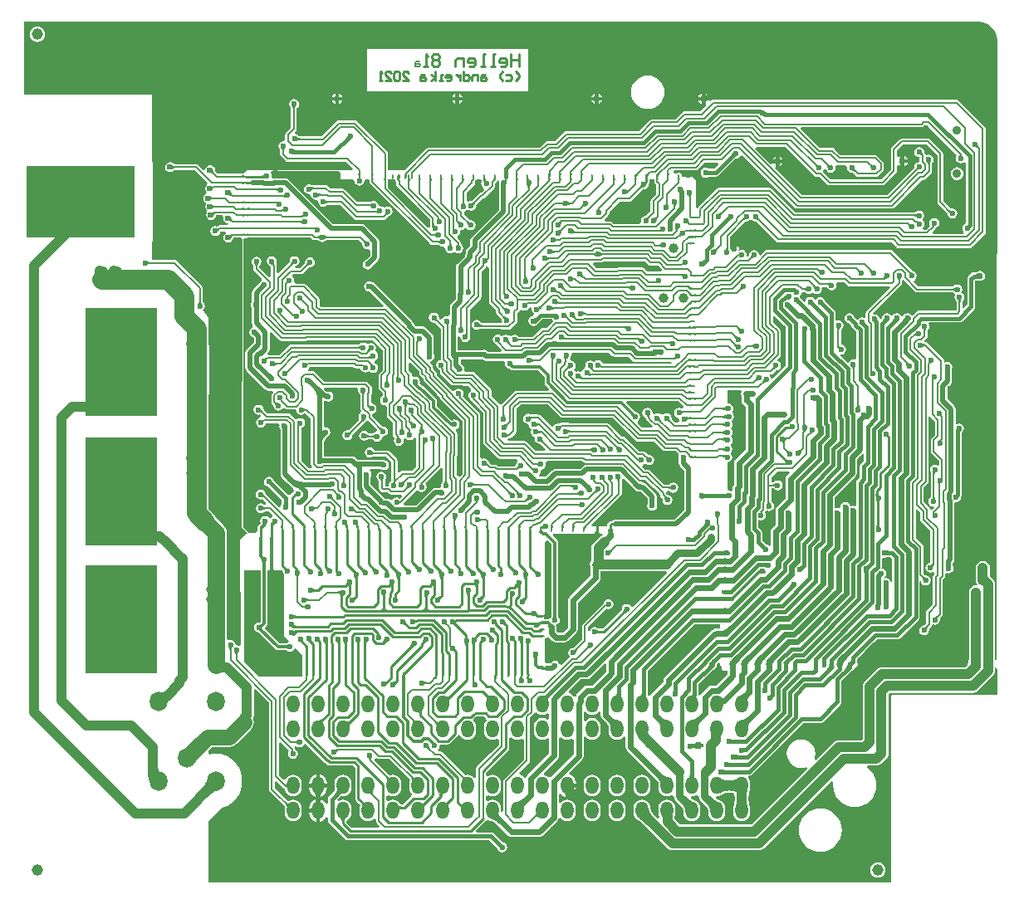
<source format=gbl>
G75*
G70*
%OFA0B0*%
%FSLAX25Y25*%
%IPPOS*%
%LPD*%
%AMOC8*
5,1,8,0,0,1.08239X$1,22.5*
%
%AMM50*
21,1,0.009840,0.009840,0.000000,0.000000,90.000000*
21,1,0.000000,0.019680,0.000000,0.000000,90.000000*
1,1,0.009840,0.004920,0.000000*
1,1,0.009840,0.004920,0.000000*
1,1,0.009840,-0.004920,0.000000*
1,1,0.009840,-0.004920,0.000000*
%
%AMM51*
21,1,0.009840,0.009840,0.000000,0.000000,0.000000*
21,1,0.000000,0.019680,0.000000,0.000000,0.000000*
1,1,0.009840,0.000000,-0.004920*
1,1,0.009840,0.000000,-0.004920*
1,1,0.009840,0.000000,0.004920*
1,1,0.009840,0.000000,0.004920*
%
%AMM52*
21,1,0.039370,0.007870,0.000000,0.000000,135.000000*
1,1,0.007870,0.013920,-0.013920*
1,1,0.007870,-0.013920,0.013920*
%
%ADD113M52*%
%ADD127O,0.03937X0.05906*%
%ADD128C,0.02362*%
%ADD133O,0.07087X0.07874*%
%ADD134C,0.04535*%
%ADD142R,0.43504X0.28543*%
%ADD152C,0.03937*%
%ADD169O,0.02362X0.03150*%
%ADD187M50*%
%ADD205O,0.05118X0.07087*%
%ADD225O,0.01575X0.02362*%
%ADD233O,0.03150X0.02362*%
%ADD234O,0.02362X0.01575*%
%ADD241C,0.00984*%
%ADD245C,0.03150*%
%ADD26C,0.01575*%
%ADD264O,1.00787X0.00787*%
%ADD27O,0.00787X1.60630*%
%ADD273C,0.01000*%
%ADD275C,0.01968*%
%ADD282M51*%
%ADD292R,0.01968X0.03150*%
%ADD293C,0.07874*%
%ADD303O,0.01575X0.00787*%
%ADD305C,0.03900*%
%ADD35C,0.06299*%
%ADD41C,0.03543*%
%ADD53O,0.44882X0.04331*%
%ADD63C,0.07087*%
%ADD64C,0.01181*%
%ADD65C,0.00787*%
%ADD70R,0.28543X0.43504*%
%ADD73R,0.01968X0.01575*%
X0000000Y0000000D02*
G01*
G75*
G36*
X0109415Y0312083D02*
X0109328Y0312005D01*
X0109250Y0311923D01*
X0109181Y0311838D01*
X0109122Y0311750D01*
X0109071Y0311657D01*
X0109030Y0311561D01*
X0108998Y0311461D01*
X0108975Y0311358D01*
X0108961Y0311251D01*
X0108957Y0311140D01*
X0108169Y0311210D01*
X0108165Y0311318D01*
X0108153Y0311424D01*
X0108133Y0311529D01*
X0108105Y0311633D01*
X0108069Y0311735D01*
X0108025Y0311835D01*
X0107972Y0311934D01*
X0107912Y0312031D01*
X0107844Y0312126D01*
X0107767Y0312221D01*
X0109415Y0312083D01*
D02*
G37*
G36*
X0296258Y0310493D02*
X0295388Y0309171D01*
X0295378Y0309186D01*
X0295355Y0309200D01*
X0295318Y0309212D01*
X0295267Y0309223D01*
X0295202Y0309232D01*
X0295030Y0309245D01*
X0294670Y0309252D01*
X0294887Y0310827D01*
X0296258Y0310493D01*
D02*
G37*
G36*
X0374769Y0292524D02*
X0374385Y0291951D01*
X0374233Y0291183D01*
X0374385Y0290415D01*
X0374820Y0289764D01*
X0375472Y0289329D01*
X0376240Y0289176D01*
X0377008Y0289329D01*
X0377430Y0289611D01*
X0378160Y0289313D01*
X0378217Y0289262D01*
X0378217Y0265072D01*
X0378070Y0265043D01*
X0377419Y0264608D01*
X0376984Y0263957D01*
X0376832Y0263189D01*
X0376984Y0262421D01*
X0377419Y0261770D01*
X0377470Y0261736D01*
X0377231Y0260948D01*
X0365157Y0260948D01*
X0364855Y0261676D01*
X0366107Y0262928D01*
X0366107Y0262928D01*
X0366369Y0263319D01*
X0366384Y0263395D01*
X0366418Y0263402D01*
X0367069Y0263837D01*
X0367504Y0264488D01*
X0367657Y0265256D01*
X0367504Y0266024D01*
X0367069Y0266675D01*
X0366418Y0267110D01*
X0365650Y0267263D01*
X0364881Y0267110D01*
X0364230Y0266675D01*
X0363795Y0266024D01*
X0363643Y0265256D01*
X0363795Y0264488D01*
X0363982Y0264209D01*
X0362297Y0262523D01*
X0361351Y0262523D01*
X0361112Y0263311D01*
X0361163Y0263345D01*
X0361598Y0263996D01*
X0361751Y0264764D01*
X0361598Y0265532D01*
X0361163Y0266183D01*
X0360966Y0266314D01*
X0360966Y0266790D01*
X0361402Y0267441D01*
X0361554Y0268209D01*
X0361402Y0268977D01*
X0360966Y0269628D01*
X0360315Y0270063D01*
X0359547Y0270216D01*
X0358779Y0270063D01*
X0358295Y0269739D01*
X0358269Y0269726D01*
X0358244Y0269706D01*
X0358128Y0269628D01*
X0358118Y0269612D01*
X0358089Y0269594D01*
X0358040Y0269568D01*
X0357993Y0269548D01*
X0357948Y0269532D01*
X0357904Y0269520D01*
X0357860Y0269511D01*
X0309929Y0269511D01*
X0309701Y0269740D01*
X0309700Y0269740D01*
X0300439Y0279001D01*
X0300049Y0279262D01*
X0299588Y0279354D01*
X0299588Y0279354D01*
X0279151Y0279354D01*
X0278690Y0279262D01*
X0278300Y0279001D01*
X0270901Y0271602D01*
X0270639Y0271211D01*
X0269862Y0271340D01*
X0269862Y0282579D01*
X0268779Y0283662D01*
X0264375Y0283662D01*
X0264375Y0284161D01*
X0264276Y0284661D01*
X0263993Y0285084D01*
X0263570Y0285367D01*
X0263071Y0285466D01*
X0262571Y0285367D01*
X0262148Y0285084D01*
X0261693Y0285039D01*
X0261125Y0285607D01*
X0261452Y0286394D01*
X0269813Y0286394D01*
X0269813Y0286394D01*
X0270274Y0286486D01*
X0270665Y0286747D01*
X0273444Y0289526D01*
X0278746Y0289526D01*
X0279047Y0288799D01*
X0277288Y0287039D01*
X0274959Y0287039D01*
X0274587Y0287287D01*
X0273819Y0287440D01*
X0273051Y0287287D01*
X0272400Y0286852D01*
X0271965Y0286201D01*
X0271812Y0285433D01*
X0271965Y0284665D01*
X0272400Y0284014D01*
X0273051Y0283579D01*
X0273819Y0283426D01*
X0274587Y0283579D01*
X0274944Y0283817D01*
X0275137Y0283827D01*
X0277953Y0283827D01*
X0277953Y0283827D01*
X0278567Y0283950D01*
X0279088Y0284298D01*
X0285918Y0291128D01*
X0286043Y0291103D01*
X0286811Y0291256D01*
X0287462Y0291691D01*
X0287784Y0292173D01*
X0288654Y0292416D01*
X0309678Y0271393D01*
X0309678Y0271393D01*
X0310068Y0271131D01*
X0310529Y0271040D01*
X0310529Y0271040D01*
X0348622Y0271040D01*
X0348622Y0271040D01*
X0349083Y0271131D01*
X0349474Y0271393D01*
X0360637Y0282556D01*
X0361178Y0282556D01*
X0361178Y0282556D01*
X0361639Y0282647D01*
X0362030Y0282908D01*
X0364336Y0285215D01*
X0364597Y0285605D01*
X0364688Y0286066D01*
X0364688Y0286066D01*
X0364688Y0289022D01*
X0364697Y0289072D01*
X0364710Y0289124D01*
X0364727Y0289178D01*
X0364749Y0289234D01*
X0364776Y0289293D01*
X0364808Y0289354D01*
X0364848Y0289418D01*
X0364905Y0289501D01*
X0364936Y0289574D01*
X0365142Y0289882D01*
X0365295Y0290650D01*
X0365142Y0291418D01*
X0364707Y0292069D01*
X0364056Y0292504D01*
X0363288Y0292657D01*
X0362520Y0292504D01*
X0361924Y0293053D01*
X0361777Y0293273D01*
X0361777Y0293273D01*
X0361684Y0293365D01*
X0361684Y0293366D01*
X0361655Y0293405D01*
X0361636Y0293437D01*
X0361625Y0293459D01*
X0361619Y0293473D01*
X0361618Y0293478D01*
X0361620Y0293517D01*
X0361619Y0293529D01*
X0361653Y0293701D01*
X0361500Y0294469D01*
X0361065Y0295120D01*
X0360414Y0295555D01*
X0359646Y0295708D01*
X0358878Y0295555D01*
X0358226Y0295120D01*
X0357791Y0294469D01*
X0357639Y0293701D01*
X0357791Y0292933D01*
X0358226Y0292282D01*
X0358878Y0291847D01*
X0359646Y0291694D01*
X0359721Y0291632D01*
X0359721Y0290472D01*
X0359547Y0289704D01*
X0358779Y0289551D01*
X0358128Y0289116D01*
X0357693Y0288465D01*
X0357540Y0287697D01*
X0357591Y0287443D01*
X0355743Y0285595D01*
X0355743Y0285595D01*
X0346745Y0276598D01*
X0312333Y0276598D01*
X0301614Y0287317D01*
X0301658Y0287420D01*
X0301969Y0287824D01*
X0301969Y0289252D01*
X0300541Y0289252D01*
X0300137Y0288942D01*
X0300034Y0288897D01*
X0293798Y0295132D01*
X0294186Y0295858D01*
X0294412Y0295813D01*
X0294412Y0295813D01*
X0305935Y0295813D01*
X0317560Y0284188D01*
X0317951Y0283927D01*
X0318411Y0283835D01*
X0318411Y0283835D01*
X0319580Y0283835D01*
X0322672Y0280743D01*
X0322672Y0280743D01*
X0323063Y0280482D01*
X0323524Y0280390D01*
X0344882Y0280390D01*
X0344882Y0280390D01*
X0345343Y0280482D01*
X0345733Y0280743D01*
X0350261Y0285271D01*
X0350261Y0285271D01*
X0350522Y0285661D01*
X0350614Y0286122D01*
X0350614Y0286122D01*
X0350614Y0288038D01*
X0350753Y0288149D01*
X0351401Y0288387D01*
X0351927Y0288035D01*
X0351984Y0288024D01*
X0351984Y0290075D01*
X0351984Y0292126D01*
X0351927Y0292115D01*
X0351401Y0291763D01*
X0350753Y0292001D01*
X0350614Y0292112D01*
X0350614Y0294285D01*
X0353156Y0296827D01*
X0362493Y0296827D01*
X0366808Y0292513D01*
X0366808Y0273721D01*
X0366808Y0273721D01*
X0366899Y0273260D01*
X0367160Y0272869D01*
X0370789Y0269241D01*
X0370818Y0269198D01*
X0370847Y0269152D01*
X0370874Y0269101D01*
X0370899Y0269045D01*
X0370922Y0268984D01*
X0370943Y0268916D01*
X0370961Y0268843D01*
X0370981Y0268743D01*
X0371010Y0268671D01*
X0371079Y0268326D01*
X0371514Y0267675D01*
X0372165Y0267240D01*
X0372933Y0267087D01*
X0373701Y0267240D01*
X0374352Y0267675D01*
X0374787Y0268326D01*
X0374940Y0269094D01*
X0374787Y0269863D01*
X0374352Y0270514D01*
X0373701Y0270949D01*
X0372933Y0271102D01*
X0372655Y0271046D01*
X0372596Y0271049D01*
X0372519Y0271038D01*
X0372483Y0271036D01*
X0372456Y0271037D01*
X0372435Y0271040D01*
X0372418Y0271044D01*
X0372401Y0271050D01*
X0372384Y0271059D01*
X0372366Y0271070D01*
X0369216Y0274219D01*
X0369216Y0293012D01*
X0369124Y0293473D01*
X0368863Y0293863D01*
X0368863Y0293863D01*
X0363844Y0298883D01*
X0363453Y0299144D01*
X0362992Y0299236D01*
X0362992Y0299236D01*
X0352658Y0299236D01*
X0352658Y0299236D01*
X0352197Y0299144D01*
X0351806Y0298883D01*
X0351806Y0298883D01*
X0348558Y0295635D01*
X0348297Y0295244D01*
X0348205Y0294783D01*
X0348205Y0294783D01*
X0348205Y0286621D01*
X0344383Y0282799D01*
X0324022Y0282799D01*
X0321345Y0285476D01*
X0320930Y0285891D01*
X0321242Y0286630D01*
X0321244Y0286633D01*
X0321301Y0286922D01*
X0322104Y0286922D01*
X0322162Y0286633D01*
X0322597Y0285982D01*
X0323248Y0285547D01*
X0324016Y0285395D01*
X0324784Y0285547D01*
X0325435Y0285982D01*
X0325870Y0286633D01*
X0326023Y0287402D01*
X0325893Y0288053D01*
X0326211Y0288418D01*
X0326508Y0288633D01*
X0326876Y0288560D01*
X0330110Y0288560D01*
X0330645Y0287772D01*
X0330572Y0287402D01*
X0330724Y0286633D01*
X0331159Y0285982D01*
X0331811Y0285547D01*
X0332579Y0285395D01*
X0332679Y0285414D01*
X0332720Y0285410D01*
X0332770Y0285402D01*
X0332814Y0285391D01*
X0332854Y0285378D01*
X0332889Y0285362D01*
X0332923Y0285344D01*
X0332954Y0285324D01*
X0334089Y0284188D01*
X0334089Y0284188D01*
X0334480Y0283927D01*
X0334941Y0283835D01*
X0334941Y0283835D01*
X0342317Y0283835D01*
X0342317Y0283835D01*
X0342778Y0283927D01*
X0343169Y0284188D01*
X0345044Y0286064D01*
X0345044Y0286064D01*
X0345305Y0286454D01*
X0345397Y0286915D01*
X0345397Y0288976D01*
X0345397Y0288976D01*
X0345305Y0289437D01*
X0345044Y0289828D01*
X0345044Y0289828D01*
X0342682Y0292190D01*
X0342292Y0292451D01*
X0341831Y0292543D01*
X0341831Y0292543D01*
X0328058Y0292543D01*
X0325655Y0294946D01*
X0325562Y0295008D01*
X0325525Y0295044D01*
X0325135Y0295305D01*
X0324674Y0295397D01*
X0324674Y0295397D01*
X0319692Y0295397D01*
X0312129Y0302960D01*
X0312431Y0303687D01*
X0360507Y0303687D01*
X0360507Y0303687D01*
X0360968Y0303779D01*
X0361359Y0304040D01*
X0361824Y0304504D01*
X0362789Y0304504D01*
X0374769Y0292524D01*
D02*
G37*
G36*
X0131247Y0299026D02*
X0131224Y0299023D01*
X0131194Y0299010D01*
X0131155Y0298987D01*
X0131108Y0298953D01*
X0130990Y0298856D01*
X0130840Y0298718D01*
X0130657Y0298539D01*
X0129724Y0299833D01*
X0130224Y0300324D01*
X0131247Y0299026D01*
D02*
G37*
G36*
X0109944Y0299682D02*
X0110025Y0299604D01*
X0110110Y0299536D01*
X0110199Y0299476D01*
X0110292Y0299426D01*
X0110388Y0299384D01*
X0110488Y0299352D01*
X0110591Y0299329D01*
X0110698Y0299316D01*
X0110809Y0299311D01*
X0110739Y0298524D01*
X0110631Y0298520D01*
X0110524Y0298507D01*
X0110419Y0298487D01*
X0110316Y0298459D01*
X0110214Y0298423D01*
X0110114Y0298379D01*
X0110015Y0298327D01*
X0109918Y0298266D01*
X0109822Y0298198D01*
X0109728Y0298122D01*
X0109866Y0299769D01*
X0109944Y0299682D01*
D02*
G37*
G36*
X0383172Y0296621D02*
X0383183Y0296506D01*
X0383201Y0296396D01*
X0383228Y0296289D01*
X0383263Y0296187D01*
X0383305Y0296090D01*
X0383356Y0295996D01*
X0383414Y0295907D01*
X0383481Y0295822D01*
X0383555Y0295742D01*
X0382998Y0295185D01*
X0382918Y0295259D01*
X0382833Y0295326D01*
X0382744Y0295384D01*
X0382650Y0295435D01*
X0382553Y0295478D01*
X0382451Y0295512D01*
X0382345Y0295539D01*
X0382234Y0295557D01*
X0382119Y0295568D01*
X0382000Y0295571D01*
X0383169Y0296740D01*
X0383172Y0296621D01*
D02*
G37*
G36*
X0105075Y0295133D02*
X0105001Y0295044D01*
X0104937Y0294953D01*
X0104880Y0294859D01*
X0104833Y0294763D01*
X0104794Y0294663D01*
X0104763Y0294562D01*
X0104742Y0294457D01*
X0104729Y0294350D01*
X0104724Y0294241D01*
X0103937Y0294241D01*
X0103933Y0294350D01*
X0103920Y0294457D01*
X0103898Y0294562D01*
X0103868Y0294663D01*
X0103829Y0294763D01*
X0103781Y0294859D01*
X0103725Y0294953D01*
X0103660Y0295044D01*
X0103586Y0295133D01*
X0103504Y0295219D01*
X0105157Y0295219D01*
X0105075Y0295133D01*
D02*
G37*
G36*
X0108763Y0294655D02*
X0108794Y0294640D01*
X0108838Y0294628D01*
X0108895Y0294617D01*
X0108965Y0294608D01*
X0109143Y0294594D01*
X0109507Y0294587D01*
X0109649Y0293012D01*
X0108469Y0293040D01*
X0108745Y0294671D01*
X0108763Y0294655D01*
D02*
G37*
G36*
X0376634Y0292669D02*
X0376657Y0292362D01*
X0376665Y0292327D01*
X0376674Y0292300D01*
X0376685Y0292281D01*
X0376697Y0292272D01*
X0375782Y0292272D01*
X0375794Y0292281D01*
X0375805Y0292300D01*
X0375815Y0292327D01*
X0375823Y0292362D01*
X0375830Y0292406D01*
X0375840Y0292520D01*
X0375845Y0292669D01*
X0375846Y0292756D01*
X0376633Y0292756D01*
X0376634Y0292669D01*
D02*
G37*
G36*
X0360814Y0293479D02*
X0360818Y0293392D01*
X0360833Y0293306D01*
X0360857Y0293220D01*
X0360890Y0293133D01*
X0360933Y0293047D01*
X0360986Y0292960D01*
X0361049Y0292873D01*
X0361122Y0292787D01*
X0361204Y0292700D01*
X0360647Y0292143D01*
X0360560Y0292225D01*
X0360473Y0292297D01*
X0360386Y0292360D01*
X0360300Y0292413D01*
X0360213Y0292456D01*
X0360127Y0292490D01*
X0360040Y0292514D01*
X0359954Y0292528D01*
X0359868Y0292533D01*
X0359782Y0292528D01*
X0360819Y0293565D01*
X0360814Y0293479D01*
D02*
G37*
G36*
X0285740Y0291969D02*
X0285714Y0291969D01*
X0285681Y0291959D01*
X0285639Y0291939D01*
X0285591Y0291908D01*
X0285534Y0291866D01*
X0285397Y0291752D01*
X0285229Y0291595D01*
X0285134Y0291501D01*
X0284440Y0293034D01*
X0284896Y0293391D01*
X0285740Y0291969D01*
D02*
G37*
G36*
X0364174Y0289855D02*
X0364112Y0289753D01*
X0364057Y0289651D01*
X0364009Y0289548D01*
X0363969Y0289445D01*
X0363936Y0289341D01*
X0363911Y0289236D01*
X0363893Y0289131D01*
X0363882Y0289025D01*
X0363878Y0288918D01*
X0363090Y0288776D01*
X0363086Y0288888D01*
X0363071Y0288995D01*
X0363048Y0289098D01*
X0363014Y0289195D01*
X0362971Y0289288D01*
X0362919Y0289376D01*
X0362856Y0289459D01*
X0362785Y0289538D01*
X0362704Y0289611D01*
X0362613Y0289680D01*
X0364243Y0289956D01*
X0364174Y0289855D01*
D02*
G37*
G36*
X0340284Y0288823D02*
X0340370Y0288757D01*
X0340459Y0288701D01*
X0340552Y0288654D01*
X0340649Y0288617D01*
X0340749Y0288589D01*
X0340853Y0288571D01*
X0340961Y0288562D01*
X0341073Y0288563D01*
X0341188Y0288573D01*
X0340164Y0287274D01*
X0340148Y0287395D01*
X0340125Y0287511D01*
X0340096Y0287622D01*
X0340060Y0287729D01*
X0340019Y0287831D01*
X0339971Y0287928D01*
X0339916Y0288021D01*
X0339856Y0288109D01*
X0339789Y0288192D01*
X0339715Y0288271D01*
X0340202Y0288898D01*
X0340284Y0288823D01*
D02*
G37*
G36*
X0322961Y0288823D02*
X0323047Y0288757D01*
X0323136Y0288701D01*
X0323229Y0288654D01*
X0323326Y0288617D01*
X0323426Y0288589D01*
X0323530Y0288571D01*
X0323638Y0288562D01*
X0323750Y0288563D01*
X0323865Y0288573D01*
X0322842Y0287274D01*
X0322825Y0287395D01*
X0322802Y0287511D01*
X0322773Y0287622D01*
X0322738Y0287729D01*
X0322696Y0287831D01*
X0322648Y0287928D01*
X0322593Y0288021D01*
X0322533Y0288109D01*
X0322466Y0288192D01*
X0322393Y0288271D01*
X0322879Y0288898D01*
X0322961Y0288823D01*
D02*
G37*
G36*
X0318335Y0288823D02*
X0318421Y0288757D01*
X0318510Y0288701D01*
X0318603Y0288654D01*
X0318700Y0288617D01*
X0318800Y0288589D01*
X0318904Y0288571D01*
X0319012Y0288562D01*
X0319124Y0288563D01*
X0319239Y0288573D01*
X0318216Y0287274D01*
X0318199Y0287395D01*
X0318176Y0287511D01*
X0318147Y0287622D01*
X0318112Y0287729D01*
X0318070Y0287831D01*
X0318022Y0287928D01*
X0317968Y0288021D01*
X0317907Y0288109D01*
X0317840Y0288192D01*
X0317766Y0288271D01*
X0318253Y0288898D01*
X0318335Y0288823D01*
D02*
G37*
G36*
X0059886Y0288441D02*
X0059975Y0288368D01*
X0060066Y0288303D01*
X0060160Y0288246D01*
X0060257Y0288199D01*
X0060356Y0288160D01*
X0060458Y0288129D01*
X0060562Y0288108D01*
X0060669Y0288095D01*
X0060779Y0288091D01*
X0060779Y0287303D01*
X0060669Y0287299D01*
X0060562Y0287286D01*
X0060458Y0287264D01*
X0060356Y0287234D01*
X0060257Y0287195D01*
X0060160Y0287147D01*
X0060066Y0287091D01*
X0059975Y0287026D01*
X0059886Y0286952D01*
X0059800Y0286870D01*
X0059800Y0288524D01*
X0059886Y0288441D01*
D02*
G37*
G36*
X0333763Y0287271D02*
X0333773Y0287156D01*
X0333792Y0287045D01*
X0333819Y0286939D01*
X0333853Y0286837D01*
X0333896Y0286739D01*
X0333946Y0286646D01*
X0334005Y0286557D01*
X0334071Y0286472D01*
X0334146Y0286391D01*
X0333589Y0285835D01*
X0333508Y0285909D01*
X0333423Y0285976D01*
X0333334Y0286034D01*
X0333241Y0286085D01*
X0333143Y0286127D01*
X0333041Y0286162D01*
X0332935Y0286188D01*
X0332824Y0286207D01*
X0332710Y0286218D01*
X0332591Y0286221D01*
X0333760Y0287390D01*
X0333763Y0287271D01*
D02*
G37*
G36*
X0076184Y0286385D02*
X0076195Y0286270D01*
X0076213Y0286159D01*
X0076240Y0286053D01*
X0076275Y0285951D01*
X0076317Y0285854D01*
X0076368Y0285760D01*
X0076426Y0285671D01*
X0076493Y0285586D01*
X0076567Y0285506D01*
X0076010Y0284949D01*
X0075930Y0285023D01*
X0075845Y0285090D01*
X0075756Y0285148D01*
X0075662Y0285199D01*
X0075565Y0285241D01*
X0075463Y0285276D01*
X0075356Y0285302D01*
X0075246Y0285321D01*
X0075131Y0285332D01*
X0075012Y0285335D01*
X0076181Y0286504D01*
X0076184Y0286385D01*
D02*
G37*
G36*
X0274677Y0286252D02*
X0274705Y0286246D01*
X0274746Y0286240D01*
X0274868Y0286230D01*
X0275273Y0286221D01*
X0275408Y0286221D01*
X0275408Y0284646D01*
X0274662Y0284606D01*
X0274662Y0286260D01*
X0274677Y0286252D01*
D02*
G37*
G36*
X0259156Y0285190D02*
X0259192Y0284349D01*
X0258288Y0284349D01*
X0258303Y0284380D01*
X0258317Y0284424D01*
X0258329Y0284482D01*
X0258340Y0284553D01*
X0258356Y0284734D01*
X0258368Y0285107D01*
X0258369Y0285258D01*
X0259156Y0285190D01*
D02*
G37*
G36*
X0224526Y0285167D02*
X0224547Y0284349D01*
X0223642Y0284349D01*
X0223660Y0284384D01*
X0223677Y0284432D01*
X0223691Y0284493D01*
X0223704Y0284567D01*
X0223723Y0284753D01*
X0223734Y0284991D01*
X0223738Y0285280D01*
X0224526Y0285167D01*
D02*
G37*
G36*
X0220195Y0285167D02*
X0220216Y0284349D01*
X0219311Y0284349D01*
X0219330Y0284384D01*
X0219346Y0284432D01*
X0219360Y0284493D01*
X0219373Y0284567D01*
X0219392Y0284753D01*
X0219404Y0284991D01*
X0219408Y0285280D01*
X0220195Y0285167D01*
D02*
G37*
G36*
X0215864Y0285167D02*
X0215885Y0284349D01*
X0214981Y0284349D01*
X0214999Y0284384D01*
X0215015Y0284432D01*
X0215030Y0284493D01*
X0215042Y0284567D01*
X0215061Y0284753D01*
X0215073Y0284991D01*
X0215077Y0285280D01*
X0215864Y0285167D01*
D02*
G37*
G36*
X0211534Y0285167D02*
X0211555Y0284349D01*
X0210650Y0284349D01*
X0210668Y0284384D01*
X0210685Y0284432D01*
X0210699Y0284493D01*
X0210712Y0284567D01*
X0210731Y0284753D01*
X0210742Y0284991D01*
X0210746Y0285280D01*
X0211534Y0285167D01*
D02*
G37*
G36*
X0198466Y0285132D02*
X0198500Y0284569D01*
X0198512Y0284494D01*
X0198527Y0284433D01*
X0198544Y0284384D01*
X0198562Y0284349D01*
X0197658Y0284349D01*
X0197661Y0284362D01*
X0197665Y0284391D01*
X0197670Y0284493D01*
X0197677Y0285165D01*
X0198465Y0285283D01*
X0198466Y0285132D01*
D02*
G37*
G36*
X0145631Y0285073D02*
X0145677Y0284373D01*
X0145688Y0284349D01*
X0144784Y0284349D01*
X0144795Y0284373D01*
X0144805Y0284412D01*
X0144814Y0284464D01*
X0144828Y0284611D01*
X0144840Y0284937D01*
X0144843Y0285224D01*
X0145630Y0285224D01*
X0145631Y0285073D01*
D02*
G37*
G36*
X0140434Y0285073D02*
X0140480Y0284373D01*
X0140492Y0284349D01*
X0139587Y0284349D01*
X0139598Y0284373D01*
X0139608Y0284412D01*
X0139617Y0284464D01*
X0139631Y0284611D01*
X0139643Y0284937D01*
X0139646Y0285224D01*
X0140433Y0285224D01*
X0140434Y0285073D01*
D02*
G37*
G36*
X0135237Y0285073D02*
X0135284Y0284373D01*
X0135295Y0284349D01*
X0134390Y0284349D01*
X0134401Y0284373D01*
X0134411Y0284412D01*
X0134420Y0284464D01*
X0134434Y0284611D01*
X0134447Y0284937D01*
X0134449Y0285224D01*
X0135236Y0285224D01*
X0135237Y0285073D01*
D02*
G37*
G36*
X0255429Y0284850D02*
X0255283Y0284698D01*
X0255052Y0284424D01*
X0254967Y0284301D01*
X0254903Y0284187D01*
X0254859Y0284083D01*
X0254835Y0283989D01*
X0254832Y0283904D01*
X0254849Y0283828D01*
X0254887Y0283763D01*
X0254222Y0284614D01*
X0254197Y0284615D01*
X0254192Y0284635D01*
X0254208Y0284673D01*
X0254245Y0284728D01*
X0254302Y0284801D01*
X0254479Y0285000D01*
X0254899Y0285433D01*
X0255429Y0284850D01*
D02*
G37*
G36*
X0246794Y0284651D02*
X0246649Y0284500D01*
X0246417Y0284225D01*
X0246330Y0284100D01*
X0246264Y0283984D01*
X0246217Y0283877D01*
X0246189Y0283779D01*
X0246182Y0283690D01*
X0246194Y0283609D01*
X0246225Y0283537D01*
X0245561Y0284614D01*
X0245586Y0284623D01*
X0245620Y0284643D01*
X0245663Y0284674D01*
X0245777Y0284768D01*
X0246016Y0284990D01*
X0246221Y0285191D01*
X0246794Y0284651D01*
D02*
G37*
G36*
X0251125Y0284637D02*
X0250980Y0284486D01*
X0250748Y0284211D01*
X0250662Y0284087D01*
X0250595Y0283971D01*
X0250548Y0283864D01*
X0250521Y0283766D01*
X0250513Y0283676D01*
X0250525Y0283595D01*
X0250556Y0283523D01*
X0249891Y0284614D01*
X0249920Y0284624D01*
X0249957Y0284645D01*
X0250003Y0284676D01*
X0250058Y0284718D01*
X0250193Y0284834D01*
X0250569Y0285194D01*
X0251125Y0284637D01*
D02*
G37*
G36*
X0088573Y0283485D02*
X0088548Y0283496D01*
X0088510Y0283506D01*
X0088457Y0283515D01*
X0088310Y0283529D01*
X0087984Y0283541D01*
X0087697Y0283543D01*
X0087697Y0284331D01*
X0087848Y0284331D01*
X0088548Y0284378D01*
X0088573Y0284389D01*
X0088573Y0283485D01*
D02*
G37*
G36*
X0088573Y0280886D02*
X0088548Y0280897D01*
X0088510Y0280907D01*
X0088457Y0280916D01*
X0088310Y0280930D01*
X0087984Y0280943D01*
X0087697Y0280945D01*
X0087697Y0281732D01*
X0087848Y0281733D01*
X0088548Y0281780D01*
X0088573Y0281791D01*
X0088573Y0280886D01*
D02*
G37*
G36*
X0088573Y0278288D02*
X0088548Y0278299D01*
X0088510Y0278309D01*
X0088457Y0278318D01*
X0088310Y0278332D01*
X0087984Y0278344D01*
X0087697Y0278346D01*
X0087697Y0279134D01*
X0087848Y0279134D01*
X0088548Y0279181D01*
X0088573Y0279192D01*
X0088573Y0278288D01*
D02*
G37*
G36*
X0083461Y0277533D02*
X0083540Y0277310D01*
X0083586Y0277206D01*
X0083636Y0277106D01*
X0083690Y0277011D01*
X0083749Y0276920D01*
X0083812Y0276835D01*
X0083880Y0276753D01*
X0083951Y0276677D01*
X0083552Y0275963D01*
X0083469Y0276040D01*
X0083382Y0276105D01*
X0083294Y0276159D01*
X0083202Y0276202D01*
X0083108Y0276233D01*
X0083011Y0276254D01*
X0082911Y0276263D01*
X0082809Y0276261D01*
X0082704Y0276248D01*
X0082596Y0276223D01*
X0083429Y0277652D01*
X0083461Y0277533D01*
D02*
G37*
G36*
X0088573Y0275690D02*
X0088548Y0275701D01*
X0088510Y0275711D01*
X0088457Y0275719D01*
X0088310Y0275733D01*
X0087984Y0275746D01*
X0087697Y0275748D01*
X0087697Y0276536D01*
X0087848Y0276536D01*
X0088548Y0276583D01*
X0088573Y0276594D01*
X0088573Y0275690D01*
D02*
G37*
G36*
X0075142Y0275941D02*
X0075231Y0275868D01*
X0075323Y0275803D01*
X0075416Y0275746D01*
X0075513Y0275699D01*
X0075612Y0275660D01*
X0075714Y0275629D01*
X0075818Y0275608D01*
X0075925Y0275595D01*
X0076035Y0275590D01*
X0076035Y0274803D01*
X0075925Y0274799D01*
X0075818Y0274786D01*
X0075714Y0274764D01*
X0075612Y0274734D01*
X0075513Y0274695D01*
X0075416Y0274647D01*
X0075323Y0274591D01*
X0075231Y0274526D01*
X0075142Y0274452D01*
X0075056Y0274370D01*
X0075056Y0276024D01*
X0075142Y0275941D01*
D02*
G37*
G36*
X0088573Y0273091D02*
X0088548Y0273102D01*
X0088510Y0273112D01*
X0088457Y0273121D01*
X0088310Y0273135D01*
X0087984Y0273147D01*
X0087697Y0273150D01*
X0087697Y0273937D01*
X0087848Y0273938D01*
X0088548Y0273985D01*
X0088573Y0273996D01*
X0088573Y0273091D01*
D02*
G37*
G36*
X0075989Y0272497D02*
X0076078Y0272423D01*
X0076169Y0272358D01*
X0076263Y0272302D01*
X0076359Y0272254D01*
X0076459Y0272215D01*
X0076560Y0272185D01*
X0076665Y0272163D01*
X0076772Y0272150D01*
X0076881Y0272146D01*
X0076881Y0271358D01*
X0076772Y0271354D01*
X0076665Y0271341D01*
X0076560Y0271319D01*
X0076459Y0271289D01*
X0076359Y0271250D01*
X0076263Y0271202D01*
X0076169Y0271146D01*
X0076078Y0271081D01*
X0075989Y0271008D01*
X0075902Y0270925D01*
X0075902Y0272579D01*
X0075989Y0272497D01*
D02*
G37*
G36*
X0088573Y0270493D02*
X0088548Y0270504D01*
X0088510Y0270514D01*
X0088457Y0270522D01*
X0088310Y0270537D01*
X0087984Y0270549D01*
X0087697Y0270551D01*
X0087697Y0271339D01*
X0087848Y0271339D01*
X0088548Y0271386D01*
X0088573Y0271397D01*
X0088573Y0270493D01*
D02*
G37*
G36*
X0077022Y0269090D02*
X0076947Y0269011D01*
X0076877Y0268928D01*
X0076812Y0268842D01*
X0076753Y0268752D01*
X0076698Y0268659D01*
X0076649Y0268563D01*
X0076606Y0268463D01*
X0076567Y0268360D01*
X0076534Y0268254D01*
X0076506Y0268144D01*
X0075696Y0269536D01*
X0075796Y0269511D01*
X0075893Y0269497D01*
X0075988Y0269493D01*
X0076081Y0269500D01*
X0076171Y0269517D01*
X0076259Y0269546D01*
X0076344Y0269585D01*
X0076427Y0269635D01*
X0076507Y0269695D01*
X0076585Y0269766D01*
X0077022Y0269090D01*
D02*
G37*
G36*
X0371820Y0270475D02*
X0371906Y0270410D01*
X0371995Y0270355D01*
X0372088Y0270309D01*
X0372184Y0270275D01*
X0372283Y0270250D01*
X0372386Y0270236D01*
X0372491Y0270232D01*
X0372600Y0270238D01*
X0372713Y0270255D01*
X0371768Y0268897D01*
X0371745Y0269018D01*
X0371716Y0269133D01*
X0371682Y0269244D01*
X0371642Y0269350D01*
X0371596Y0269452D01*
X0371546Y0269548D01*
X0371489Y0269640D01*
X0371427Y0269728D01*
X0371360Y0269810D01*
X0371288Y0269888D01*
X0371738Y0270551D01*
X0371820Y0270475D01*
D02*
G37*
G36*
X0088573Y0267894D02*
X0088548Y0267905D01*
X0088510Y0267915D01*
X0088457Y0267924D01*
X0088310Y0267938D01*
X0087984Y0267950D01*
X0087697Y0267953D01*
X0087697Y0268740D01*
X0087848Y0268741D01*
X0088548Y0268788D01*
X0088573Y0268799D01*
X0088573Y0267894D01*
D02*
G37*
G36*
X0280405Y0268825D02*
X0280331Y0268744D01*
X0280265Y0268660D01*
X0280206Y0268571D01*
X0280156Y0268477D01*
X0280113Y0268379D01*
X0280079Y0268278D01*
X0280052Y0268171D01*
X0280033Y0268061D01*
X0280022Y0267946D01*
X0280020Y0267827D01*
X0278850Y0268996D01*
X0278970Y0268999D01*
X0279084Y0269009D01*
X0279195Y0269028D01*
X0279301Y0269055D01*
X0279403Y0269089D01*
X0279501Y0269132D01*
X0279594Y0269182D01*
X0279683Y0269241D01*
X0279768Y0269307D01*
X0279849Y0269382D01*
X0280405Y0268825D01*
D02*
G37*
G36*
X0358638Y0267455D02*
X0358560Y0267542D01*
X0358479Y0267620D01*
X0358394Y0267689D01*
X0358305Y0267748D01*
X0358212Y0267799D01*
X0358116Y0267840D01*
X0358016Y0267872D01*
X0357913Y0267895D01*
X0357806Y0267909D01*
X0357695Y0267913D01*
X0357765Y0268701D01*
X0357873Y0268705D01*
X0357980Y0268717D01*
X0358085Y0268737D01*
X0358188Y0268765D01*
X0358290Y0268801D01*
X0358390Y0268846D01*
X0358489Y0268898D01*
X0358586Y0268958D01*
X0358682Y0269026D01*
X0358776Y0269103D01*
X0358638Y0267455D01*
D02*
G37*
G36*
X0269196Y0267862D02*
X0269235Y0267852D01*
X0269287Y0267844D01*
X0269434Y0267830D01*
X0269760Y0267817D01*
X0270047Y0267815D01*
X0270047Y0267028D01*
X0269896Y0267027D01*
X0269196Y0266980D01*
X0269172Y0266969D01*
X0269172Y0267874D01*
X0269196Y0267862D01*
D02*
G37*
G36*
X0290203Y0266644D02*
X0290088Y0266654D01*
X0289977Y0266655D01*
X0289869Y0266646D01*
X0289765Y0266628D01*
X0289664Y0266600D01*
X0289568Y0266563D01*
X0289475Y0266516D01*
X0289385Y0266460D01*
X0289300Y0266394D01*
X0289218Y0266318D01*
X0288731Y0266945D01*
X0288804Y0267024D01*
X0288871Y0267108D01*
X0288932Y0267196D01*
X0288986Y0267288D01*
X0289035Y0267386D01*
X0289076Y0267488D01*
X0289112Y0267595D01*
X0289141Y0267706D01*
X0289164Y0267822D01*
X0289180Y0267943D01*
X0290203Y0266644D01*
D02*
G37*
G36*
X0295081Y0267684D02*
X0295092Y0267569D01*
X0295111Y0267459D01*
X0295138Y0267352D01*
X0295172Y0267250D01*
X0295215Y0267153D01*
X0295265Y0267059D01*
X0295324Y0266970D01*
X0295390Y0266885D01*
X0295464Y0266805D01*
X0294908Y0266248D01*
X0294827Y0266322D01*
X0294742Y0266389D01*
X0294653Y0266447D01*
X0294560Y0266498D01*
X0294462Y0266541D01*
X0294360Y0266575D01*
X0294254Y0266602D01*
X0294143Y0266620D01*
X0294029Y0266631D01*
X0293909Y0266634D01*
X0295079Y0267803D01*
X0295081Y0267684D01*
D02*
G37*
G36*
X0283707Y0266644D02*
X0283685Y0266641D01*
X0283654Y0266628D01*
X0283616Y0266605D01*
X0283569Y0266571D01*
X0283451Y0266474D01*
X0283300Y0266336D01*
X0283117Y0266157D01*
X0282184Y0267451D01*
X0282684Y0267943D01*
X0283707Y0266644D01*
D02*
G37*
G36*
X0292646Y0266284D02*
X0293130Y0265961D01*
X0293898Y0265808D01*
X0293997Y0265828D01*
X0294039Y0265824D01*
X0294089Y0265815D01*
X0294133Y0265804D01*
X0294172Y0265791D01*
X0294208Y0265776D01*
X0294241Y0265757D01*
X0294272Y0265737D01*
X0302200Y0257810D01*
X0302590Y0257549D01*
X0303051Y0257457D01*
X0348689Y0257457D01*
X0350403Y0255743D01*
X0350499Y0255679D01*
X0350260Y0254892D01*
X0287517Y0254892D01*
X0286614Y0256063D01*
X0284927Y0254376D01*
X0283964Y0254527D01*
X0283913Y0254604D01*
X0283899Y0254630D01*
X0283879Y0254655D01*
X0283801Y0254771D01*
X0283785Y0254781D01*
X0283768Y0254810D01*
X0283742Y0254859D01*
X0283721Y0254906D01*
X0283705Y0254951D01*
X0283693Y0254995D01*
X0283684Y0255039D01*
X0283684Y0259639D01*
X0289847Y0265802D01*
X0289870Y0265816D01*
X0289893Y0265828D01*
X0289916Y0265837D01*
X0289941Y0265844D01*
X0289971Y0265849D01*
X0290006Y0265852D01*
X0290049Y0265851D01*
X0290132Y0265844D01*
X0290159Y0265847D01*
X0290354Y0265808D01*
X0291122Y0265961D01*
X0291606Y0266284D01*
X0292126Y0266351D01*
X0292646Y0266284D01*
D02*
G37*
G36*
X0083467Y0267251D02*
X0083539Y0267026D01*
X0083581Y0266920D01*
X0083629Y0266820D01*
X0083682Y0266723D01*
X0083740Y0266632D01*
X0083802Y0266546D01*
X0083869Y0266464D01*
X0083942Y0266387D01*
X0083517Y0265698D01*
X0083434Y0265774D01*
X0083348Y0265840D01*
X0083259Y0265894D01*
X0083167Y0265938D01*
X0083072Y0265971D01*
X0082974Y0265993D01*
X0082872Y0266005D01*
X0082768Y0266006D01*
X0082661Y0265996D01*
X0082551Y0265975D01*
X0083439Y0267371D01*
X0083467Y0267251D01*
D02*
G37*
G36*
X0088573Y0265296D02*
X0088548Y0265307D01*
X0088510Y0265317D01*
X0088457Y0265326D01*
X0088310Y0265340D01*
X0087984Y0265352D01*
X0087697Y0265354D01*
X0087697Y0266142D01*
X0087848Y0266142D01*
X0088548Y0266189D01*
X0088573Y0266200D01*
X0088573Y0265296D01*
D02*
G37*
G36*
X0358966Y0266067D02*
X0359206Y0265856D01*
X0359227Y0265844D01*
X0359244Y0265838D01*
X0359255Y0265839D01*
X0358651Y0265211D01*
X0358651Y0265222D01*
X0358644Y0265238D01*
X0358631Y0265260D01*
X0358611Y0265287D01*
X0358551Y0265359D01*
X0358411Y0265508D01*
X0358350Y0265568D01*
X0358907Y0266125D01*
X0358966Y0266067D01*
D02*
G37*
G36*
X0269196Y0265264D02*
X0269235Y0265254D01*
X0269287Y0265245D01*
X0269434Y0265231D01*
X0269760Y0265219D01*
X0270047Y0265216D01*
X0270047Y0264429D01*
X0269896Y0264428D01*
X0269196Y0264382D01*
X0269172Y0264371D01*
X0269172Y0265275D01*
X0269196Y0265264D01*
D02*
G37*
G36*
X0355619Y0265115D02*
X0355704Y0265049D01*
X0355794Y0264992D01*
X0355887Y0264945D01*
X0355984Y0264907D01*
X0356085Y0264878D01*
X0356189Y0264858D01*
X0356298Y0264848D01*
X0356410Y0264847D01*
X0356526Y0264855D01*
X0355478Y0263576D01*
X0355464Y0263697D01*
X0355443Y0263813D01*
X0355415Y0263924D01*
X0355381Y0264031D01*
X0355341Y0264133D01*
X0355294Y0264230D01*
X0355240Y0264323D01*
X0355180Y0264412D01*
X0355113Y0264495D01*
X0355039Y0264574D01*
X0355537Y0265190D01*
X0355619Y0265115D01*
D02*
G37*
G36*
X0078794Y0262693D02*
X0078722Y0262617D01*
X0078655Y0262536D01*
X0078592Y0262450D01*
X0078533Y0262359D01*
X0078478Y0262264D01*
X0078428Y0262164D01*
X0078382Y0262060D01*
X0078304Y0261837D01*
X0078271Y0261718D01*
X0077439Y0263147D01*
X0077547Y0263123D01*
X0077652Y0263109D01*
X0077754Y0263107D01*
X0077854Y0263117D01*
X0077951Y0263137D01*
X0078045Y0263169D01*
X0078136Y0263211D01*
X0078225Y0263265D01*
X0078311Y0263331D01*
X0078394Y0263407D01*
X0078794Y0262693D01*
D02*
G37*
G36*
X0088573Y0262697D02*
X0088548Y0262708D01*
X0088510Y0262718D01*
X0088457Y0262727D01*
X0088310Y0262741D01*
X0087984Y0262754D01*
X0087697Y0262756D01*
X0087697Y0263543D01*
X0087848Y0263544D01*
X0088548Y0263591D01*
X0088573Y0263602D01*
X0088573Y0262697D01*
D02*
G37*
G36*
X0269196Y0262666D02*
X0269235Y0262656D01*
X0269287Y0262647D01*
X0269434Y0262633D01*
X0269760Y0262620D01*
X0270047Y0262618D01*
X0270047Y0261831D01*
X0269896Y0261830D01*
X0269196Y0261783D01*
X0269172Y0261772D01*
X0269172Y0262677D01*
X0269196Y0262666D01*
D02*
G37*
G36*
X0083951Y0260134D02*
X0083880Y0260057D01*
X0083812Y0259976D01*
X0083749Y0259891D01*
X0083690Y0259800D01*
X0083636Y0259705D01*
X0083586Y0259605D01*
X0083540Y0259501D01*
X0083461Y0259278D01*
X0083429Y0259159D01*
X0082596Y0260588D01*
X0082704Y0260563D01*
X0082808Y0260549D01*
X0082910Y0260547D01*
X0083008Y0260555D01*
X0083103Y0260573D01*
X0083196Y0260603D01*
X0083285Y0260643D01*
X0083371Y0260695D01*
X0083454Y0260757D01*
X0083534Y0260830D01*
X0083951Y0260134D01*
D02*
G37*
G36*
X0088573Y0260099D02*
X0088548Y0260110D01*
X0088510Y0260120D01*
X0088457Y0260129D01*
X0088310Y0260143D01*
X0087984Y0260155D01*
X0087697Y0260157D01*
X0087697Y0260945D01*
X0087848Y0260946D01*
X0088548Y0260992D01*
X0088573Y0261003D01*
X0088573Y0260099D01*
D02*
G37*
G36*
X0269196Y0260067D02*
X0269235Y0260057D01*
X0269287Y0260048D01*
X0269434Y0260034D01*
X0269760Y0260022D01*
X0270047Y0260020D01*
X0270047Y0259232D01*
X0269896Y0259232D01*
X0269196Y0259185D01*
X0269172Y0259174D01*
X0269172Y0260078D01*
X0269196Y0260067D01*
D02*
G37*
G36*
X0282874Y0255134D02*
X0282878Y0255026D01*
X0282890Y0254919D01*
X0282910Y0254814D01*
X0282938Y0254711D01*
X0282975Y0254609D01*
X0283019Y0254509D01*
X0283071Y0254410D01*
X0283131Y0254313D01*
X0283200Y0254217D01*
X0283276Y0254123D01*
X0281628Y0254261D01*
X0281715Y0254339D01*
X0281793Y0254420D01*
X0281862Y0254506D01*
X0281922Y0254594D01*
X0281972Y0254687D01*
X0282013Y0254783D01*
X0282045Y0254883D01*
X0282068Y0254986D01*
X0282082Y0255093D01*
X0282087Y0255204D01*
X0282874Y0255134D01*
D02*
G37*
G36*
X0278535Y0254455D02*
X0278461Y0254374D01*
X0278395Y0254290D01*
X0278336Y0254201D01*
X0278286Y0254107D01*
X0278243Y0254010D01*
X0278208Y0253907D01*
X0278182Y0253801D01*
X0278163Y0253691D01*
X0278152Y0253576D01*
X0278150Y0253457D01*
X0276980Y0254626D01*
X0277099Y0254629D01*
X0277214Y0254639D01*
X0277325Y0254658D01*
X0277431Y0254685D01*
X0277533Y0254719D01*
X0277631Y0254762D01*
X0277724Y0254812D01*
X0277813Y0254871D01*
X0277898Y0254937D01*
X0277979Y0255012D01*
X0278535Y0254455D01*
D02*
G37*
G36*
X0384921Y0345905D02*
X0386322Y0345481D01*
X0387613Y0344791D01*
X0388744Y0343862D01*
X0389673Y0342731D01*
X0390363Y0341440D01*
X0390787Y0340039D01*
X0390927Y0338619D01*
X0390912Y0338583D01*
X0390912Y0252642D01*
X0390125Y0252316D01*
X0387549Y0254892D01*
X0381034Y0254892D01*
X0380795Y0255679D01*
X0380890Y0255743D01*
X0385989Y0260842D01*
X0385989Y0260842D01*
X0386250Y0261232D01*
X0386342Y0261693D01*
X0386342Y0261693D01*
X0386342Y0302953D01*
X0386342Y0302953D01*
X0386250Y0303414D01*
X0385989Y0303804D01*
X0385989Y0303804D01*
X0375359Y0314434D01*
X0374969Y0314695D01*
X0374508Y0314787D01*
X0374508Y0314787D01*
X0276969Y0314787D01*
X0276969Y0314787D01*
X0276508Y0314695D01*
X0276117Y0314434D01*
X0276117Y0314434D01*
X0275844Y0314161D01*
X0275453Y0314370D01*
X0273819Y0314370D01*
X0273819Y0312736D01*
X0274028Y0312345D01*
X0271727Y0310045D01*
X0265444Y0310045D01*
X0264983Y0309953D01*
X0264592Y0309692D01*
X0264592Y0309692D01*
X0261813Y0306913D01*
X0252329Y0306913D01*
X0252329Y0306913D01*
X0251869Y0306821D01*
X0251478Y0306560D01*
X0251478Y0306560D01*
X0247008Y0302090D01*
X0217931Y0302090D01*
X0217931Y0302090D01*
X0217470Y0301998D01*
X0217079Y0301737D01*
X0213495Y0298153D01*
X0210442Y0298153D01*
X0210442Y0298153D01*
X0209981Y0298061D01*
X0209590Y0297800D01*
X0207285Y0295496D01*
X0162706Y0295496D01*
X0162245Y0295404D01*
X0161855Y0295143D01*
X0161855Y0295143D01*
X0153129Y0286417D01*
X0146440Y0286417D01*
X0146440Y0293113D01*
X0146349Y0293574D01*
X0146088Y0293964D01*
X0146088Y0293965D01*
X0133984Y0306068D01*
X0133593Y0306329D01*
X0133133Y0306421D01*
X0133133Y0306421D01*
X0126513Y0306421D01*
X0126513Y0306421D01*
X0126052Y0306329D01*
X0125662Y0306068D01*
X0119715Y0300122D01*
X0110727Y0300122D01*
X0110698Y0300128D01*
X0110670Y0300137D01*
X0110643Y0300149D01*
X0110616Y0300163D01*
X0110587Y0300182D01*
X0110556Y0300208D01*
X0110522Y0300241D01*
X0110465Y0300304D01*
X0110462Y0300307D01*
X0110376Y0300435D01*
X0109725Y0300870D01*
X0109368Y0300941D01*
X0109108Y0301795D01*
X0109415Y0302101D01*
X0109676Y0302492D01*
X0109767Y0302953D01*
X0109767Y0302953D01*
X0109767Y0311222D01*
X0109774Y0311251D01*
X0109783Y0311279D01*
X0109794Y0311306D01*
X0109809Y0311333D01*
X0109828Y0311362D01*
X0109853Y0311393D01*
X0109886Y0311427D01*
X0109950Y0311484D01*
X0109952Y0311487D01*
X0110081Y0311573D01*
X0110516Y0312224D01*
X0110669Y0312992D01*
X0110516Y0313760D01*
X0110081Y0314411D01*
X0109430Y0314846D01*
X0108661Y0314999D01*
X0107893Y0314846D01*
X0107242Y0314411D01*
X0106807Y0313760D01*
X0106654Y0312992D01*
X0106807Y0312224D01*
X0107131Y0311740D01*
X0107144Y0311714D01*
X0107165Y0311689D01*
X0107242Y0311573D01*
X0107258Y0311562D01*
X0107276Y0311534D01*
X0107302Y0311485D01*
X0107322Y0311438D01*
X0107338Y0311393D01*
X0107350Y0311348D01*
X0107359Y0311305D01*
X0107359Y0303452D01*
X0105448Y0301540D01*
X0105187Y0301150D01*
X0105095Y0300689D01*
X0105095Y0300689D01*
X0105095Y0298721D01*
X0104331Y0298070D01*
X0103563Y0297917D01*
X0102911Y0297482D01*
X0102476Y0296831D01*
X0102324Y0296063D01*
X0102476Y0295295D01*
X0102911Y0294644D01*
X0102996Y0294587D01*
X0103023Y0294555D01*
X0103052Y0294514D01*
X0103076Y0294475D01*
X0103094Y0294438D01*
X0103108Y0294402D01*
X0103119Y0294365D01*
X0103126Y0294328D01*
X0103126Y0292821D01*
X0103126Y0292821D01*
X0103218Y0292360D01*
X0103479Y0291969D01*
X0105257Y0290192D01*
X0105257Y0290192D01*
X0105647Y0289931D01*
X0106108Y0289839D01*
X0106108Y0289839D01*
X0129619Y0289839D01*
X0132314Y0287145D01*
X0132012Y0286417D01*
X0089492Y0286417D01*
X0088207Y0285160D01*
X0087927Y0285141D01*
X0078078Y0285141D01*
X0077078Y0286141D01*
X0077057Y0286172D01*
X0077039Y0286206D01*
X0077024Y0286241D01*
X0077011Y0286280D01*
X0077000Y0286324D01*
X0076991Y0286374D01*
X0076987Y0286416D01*
X0077007Y0286516D01*
X0076854Y0287284D01*
X0076419Y0287935D01*
X0075768Y0288370D01*
X0075000Y0288523D01*
X0074232Y0288370D01*
X0073581Y0287935D01*
X0073146Y0287284D01*
X0073058Y0286845D01*
X0072246Y0286544D01*
X0070241Y0288548D01*
X0069851Y0288809D01*
X0069390Y0288901D01*
X0069390Y0288901D01*
X0060691Y0288901D01*
X0060654Y0288909D01*
X0060618Y0288919D01*
X0060582Y0288934D01*
X0060545Y0288952D01*
X0060506Y0288975D01*
X0060465Y0289005D01*
X0060432Y0289032D01*
X0060376Y0289116D01*
X0059725Y0289551D01*
X0058957Y0289704D01*
X0058189Y0289551D01*
X0057538Y0289116D01*
X0057102Y0288465D01*
X0056950Y0287697D01*
X0057102Y0286929D01*
X0057538Y0286278D01*
X0058189Y0285843D01*
X0058957Y0285690D01*
X0059725Y0285843D01*
X0060376Y0286278D01*
X0060432Y0286362D01*
X0060465Y0286389D01*
X0060506Y0286418D01*
X0060545Y0286442D01*
X0060582Y0286460D01*
X0060618Y0286474D01*
X0060654Y0286485D01*
X0060691Y0286493D01*
X0068891Y0286493D01*
X0073845Y0281539D01*
X0073745Y0280525D01*
X0073640Y0280455D01*
X0073205Y0279803D01*
X0073052Y0279035D01*
X0073205Y0278267D01*
X0073477Y0277860D01*
X0073454Y0277281D01*
X0073256Y0276925D01*
X0072793Y0276616D01*
X0072358Y0275965D01*
X0072206Y0275197D01*
X0072358Y0274429D01*
X0072793Y0273778D01*
X0073054Y0273604D01*
X0073439Y0273320D01*
X0073255Y0272595D01*
X0073205Y0272520D01*
X0073052Y0271752D01*
X0073205Y0270984D01*
X0073640Y0270333D01*
X0073641Y0269385D01*
X0073500Y0269174D01*
X0073347Y0268406D01*
X0073500Y0267637D01*
X0073935Y0266986D01*
X0074586Y0266551D01*
X0075354Y0266398D01*
X0076122Y0266551D01*
X0076774Y0266986D01*
X0077209Y0267637D01*
X0077259Y0267892D01*
X0077283Y0267939D01*
X0077283Y0267943D01*
X0077284Y0267947D01*
X0077307Y0268035D01*
X0077327Y0268100D01*
X0077350Y0268161D01*
X0077375Y0268219D01*
X0077403Y0268274D01*
X0077409Y0268284D01*
X0079815Y0268284D01*
X0080350Y0267496D01*
X0080276Y0267126D01*
X0080429Y0266358D01*
X0080864Y0265707D01*
X0081515Y0265272D01*
X0082171Y0265141D01*
X0082093Y0264354D01*
X0078694Y0264354D01*
X0078694Y0264354D01*
X0078233Y0264262D01*
X0077842Y0264001D01*
X0077842Y0264001D01*
X0077769Y0263928D01*
X0077756Y0263920D01*
X0077746Y0263915D01*
X0077739Y0263913D01*
X0077733Y0263912D01*
X0077725Y0263911D01*
X0077710Y0263911D01*
X0077685Y0263914D01*
X0077616Y0263930D01*
X0077544Y0263932D01*
X0077126Y0264015D01*
X0076358Y0263862D01*
X0075707Y0263427D01*
X0075272Y0262776D01*
X0075119Y0262008D01*
X0075272Y0261240D01*
X0075707Y0260589D01*
X0076358Y0260154D01*
X0077126Y0260001D01*
X0077894Y0260154D01*
X0078545Y0260589D01*
X0078980Y0261240D01*
X0079025Y0261465D01*
X0079045Y0261504D01*
X0079070Y0261596D01*
X0079130Y0261765D01*
X0079155Y0261823D01*
X0079186Y0261885D01*
X0079218Y0261941D01*
X0079221Y0261945D01*
X0081059Y0261945D01*
X0081298Y0261158D01*
X0080864Y0260868D01*
X0080429Y0260217D01*
X0080276Y0259449D01*
X0080429Y0258681D01*
X0080864Y0258030D01*
X0081515Y0257594D01*
X0082284Y0257442D01*
X0083052Y0257594D01*
X0083703Y0258030D01*
X0084138Y0258681D01*
X0084183Y0258906D01*
X0084202Y0258945D01*
X0084228Y0259037D01*
X0084287Y0259206D01*
X0084313Y0259264D01*
X0084343Y0259326D01*
X0084356Y0259347D01*
X0087381Y0259347D01*
X0087937Y0258790D01*
X0087766Y0142962D01*
X0089813Y0140850D01*
X0089702Y0140588D01*
X0087106Y0137992D01*
X0087263Y0095990D01*
X0086497Y0095555D01*
X0086477Y0095559D01*
X0085728Y0095708D01*
X0085055Y0096377D01*
X0085024Y0096536D01*
X0084588Y0097187D01*
X0083937Y0097622D01*
X0083169Y0097775D01*
X0082517Y0097645D01*
X0082177Y0097789D01*
X0081730Y0098121D01*
X0081730Y0114213D01*
X0081730Y0117874D01*
X0081728Y0117893D01*
X0081730Y0117913D01*
X0081730Y0140762D01*
X0081581Y0141893D01*
X0081145Y0142947D01*
X0080451Y0143851D01*
X0077309Y0146993D01*
X0077074Y0147560D01*
X0076317Y0148547D01*
X0074261Y0150603D01*
X0074261Y0163817D01*
X0074338Y0164005D01*
X0074433Y0164724D01*
X0074338Y0165444D01*
X0074299Y0165540D01*
X0074450Y0166693D01*
X0074450Y0170709D01*
X0074450Y0196103D01*
X0074549Y0196850D01*
X0074549Y0215571D01*
X0074410Y0216624D01*
X0074450Y0216929D01*
X0074450Y0222835D01*
X0074288Y0224068D01*
X0074261Y0224134D01*
X0074261Y0227165D01*
X0072125Y0230363D01*
X0072285Y0230471D01*
X0072720Y0231122D01*
X0072873Y0231890D01*
X0072720Y0232658D01*
X0072285Y0233309D01*
X0072201Y0233366D01*
X0072174Y0233398D01*
X0072145Y0233439D01*
X0072121Y0233478D01*
X0072103Y0233515D01*
X0072089Y0233551D01*
X0072078Y0233588D01*
X0072070Y0233624D01*
X0072070Y0238976D01*
X0071979Y0239437D01*
X0071718Y0239828D01*
X0061481Y0250064D01*
X0061091Y0250325D01*
X0060630Y0250417D01*
X0060630Y0250417D01*
X0051663Y0250417D01*
X0051663Y0257722D01*
X0051827Y0258264D01*
X0051963Y0259646D01*
X0051963Y0288189D01*
X0051827Y0289570D01*
X0051663Y0290113D01*
X0051663Y0316643D01*
X0000426Y0316643D01*
X0000426Y0346030D01*
X0383465Y0346030D01*
X0383500Y0346045D01*
X0384921Y0345905D01*
D02*
G37*
G36*
X0274294Y0249306D02*
X0273401Y0248484D01*
X0272504Y0249873D01*
X0272529Y0249873D01*
X0272562Y0249884D01*
X0272603Y0249905D01*
X0272651Y0249937D01*
X0272708Y0249979D01*
X0272844Y0250095D01*
X0273107Y0250346D01*
X0274294Y0249306D01*
D02*
G37*
G36*
X0049749Y0249957D02*
X0049837Y0249884D01*
X0049929Y0249818D01*
X0050023Y0249762D01*
X0050119Y0249715D01*
X0050218Y0249676D01*
X0050320Y0249645D01*
X0050425Y0249624D01*
X0050532Y0249611D01*
X0050641Y0249606D01*
X0050641Y0248819D01*
X0050532Y0248815D01*
X0050425Y0248802D01*
X0050320Y0248780D01*
X0050218Y0248750D01*
X0050119Y0248711D01*
X0050023Y0248663D01*
X0049929Y0248607D01*
X0049837Y0248542D01*
X0049749Y0248468D01*
X0049662Y0248386D01*
X0049662Y0250039D01*
X0049749Y0249957D01*
D02*
G37*
G36*
X0269196Y0244477D02*
X0269235Y0244467D01*
X0269287Y0244458D01*
X0269434Y0244444D01*
X0269760Y0244431D01*
X0270047Y0244429D01*
X0270047Y0243642D01*
X0269896Y0243641D01*
X0269196Y0243594D01*
X0269172Y0243583D01*
X0269172Y0244488D01*
X0269196Y0244477D01*
D02*
G37*
G36*
X0269196Y0241878D02*
X0269235Y0241868D01*
X0269287Y0241859D01*
X0269434Y0241845D01*
X0269760Y0241833D01*
X0270047Y0241831D01*
X0270047Y0241043D01*
X0269896Y0241043D01*
X0269196Y0240996D01*
X0269172Y0240985D01*
X0269172Y0241889D01*
X0269196Y0241878D01*
D02*
G37*
G36*
X0269196Y0239280D02*
X0269235Y0239270D01*
X0269287Y0239261D01*
X0269434Y0239247D01*
X0269760Y0239235D01*
X0270047Y0239232D01*
X0270047Y0238445D01*
X0269896Y0238444D01*
X0269196Y0238397D01*
X0269172Y0238386D01*
X0269172Y0239291D01*
X0269196Y0239280D01*
D02*
G37*
G36*
X0280960Y0236685D02*
X0280915Y0236700D01*
X0280861Y0236698D01*
X0280797Y0236681D01*
X0280723Y0236648D01*
X0280640Y0236599D01*
X0280547Y0236535D01*
X0280444Y0236454D01*
X0280210Y0236245D01*
X0280078Y0236116D01*
X0279479Y0236630D01*
X0280040Y0237211D01*
X0280960Y0236685D01*
D02*
G37*
G36*
X0269196Y0236681D02*
X0269235Y0236671D01*
X0269287Y0236663D01*
X0269434Y0236649D01*
X0269760Y0236636D01*
X0270047Y0236634D01*
X0270047Y0235846D01*
X0269896Y0235846D01*
X0269196Y0235799D01*
X0269172Y0235788D01*
X0269172Y0236692D01*
X0269196Y0236681D01*
D02*
G37*
G36*
X0269196Y0234083D02*
X0269235Y0234073D01*
X0269287Y0234064D01*
X0269434Y0234050D01*
X0269760Y0234038D01*
X0270047Y0234035D01*
X0270047Y0233248D01*
X0269896Y0233247D01*
X0269196Y0233201D01*
X0269172Y0233189D01*
X0269172Y0234094D01*
X0269196Y0234083D01*
D02*
G37*
G36*
X0071264Y0233602D02*
X0071277Y0233495D01*
X0071299Y0233391D01*
X0071329Y0233289D01*
X0071368Y0233190D01*
X0071416Y0233094D01*
X0071472Y0233000D01*
X0071537Y0232908D01*
X0071611Y0232819D01*
X0071693Y0232733D01*
X0070039Y0232733D01*
X0070122Y0232819D01*
X0070195Y0232908D01*
X0070260Y0233000D01*
X0070316Y0233094D01*
X0070364Y0233190D01*
X0070403Y0233289D01*
X0070433Y0233391D01*
X0070455Y0233495D01*
X0070468Y0233602D01*
X0070472Y0233712D01*
X0071260Y0233712D01*
X0071264Y0233602D01*
D02*
G37*
G36*
X0269196Y0231484D02*
X0269235Y0231474D01*
X0269287Y0231466D01*
X0269434Y0231452D01*
X0269760Y0231439D01*
X0270047Y0231437D01*
X0270047Y0230650D01*
X0269896Y0230649D01*
X0269196Y0230602D01*
X0269172Y0230591D01*
X0269172Y0231496D01*
X0269196Y0231484D01*
D02*
G37*
G36*
X0269196Y0228886D02*
X0269235Y0228876D01*
X0269287Y0228867D01*
X0269434Y0228853D01*
X0269760Y0228841D01*
X0270047Y0228839D01*
X0270047Y0228051D01*
X0269896Y0228051D01*
X0269196Y0228004D01*
X0269172Y0227993D01*
X0269172Y0228897D01*
X0269196Y0228886D01*
D02*
G37*
G36*
X0269185Y0223696D02*
X0269214Y0223693D01*
X0269318Y0223687D01*
X0269990Y0223679D01*
X0270103Y0222892D01*
X0269952Y0222891D01*
X0269390Y0222857D01*
X0269316Y0222845D01*
X0269255Y0222830D01*
X0269207Y0222814D01*
X0269172Y0222796D01*
X0269172Y0223700D01*
X0269185Y0223696D01*
D02*
G37*
G36*
X0269201Y0221087D02*
X0269245Y0221074D01*
X0269302Y0221062D01*
X0269372Y0221052D01*
X0269552Y0221037D01*
X0269924Y0221025D01*
X0270075Y0221024D01*
X0270018Y0220237D01*
X0269172Y0220197D01*
X0269172Y0221102D01*
X0269201Y0221087D01*
D02*
G37*
G36*
X0269196Y0218492D02*
X0269235Y0218482D01*
X0269287Y0218474D01*
X0269434Y0218460D01*
X0269760Y0218447D01*
X0270047Y0218445D01*
X0270047Y0217657D01*
X0269896Y0217657D01*
X0269196Y0217610D01*
X0269172Y0217599D01*
X0269172Y0218503D01*
X0269196Y0218492D01*
D02*
G37*
G36*
X0269196Y0215894D02*
X0269235Y0215884D01*
X0269287Y0215875D01*
X0269434Y0215861D01*
X0269760Y0215849D01*
X0270047Y0215846D01*
X0270047Y0215059D01*
X0269896Y0215058D01*
X0269196Y0215012D01*
X0269172Y0215001D01*
X0269172Y0215905D01*
X0269196Y0215894D01*
D02*
G37*
G36*
X0269196Y0213295D02*
X0269235Y0213285D01*
X0269287Y0213277D01*
X0269434Y0213263D01*
X0269760Y0213250D01*
X0270047Y0213248D01*
X0270047Y0212461D01*
X0269896Y0212460D01*
X0269196Y0212413D01*
X0269172Y0212402D01*
X0269172Y0213307D01*
X0269196Y0213295D01*
D02*
G37*
G36*
X0269196Y0210697D02*
X0269235Y0210687D01*
X0269287Y0210678D01*
X0269434Y0210664D01*
X0269760Y0210652D01*
X0270047Y0210650D01*
X0270047Y0209862D01*
X0269896Y0209862D01*
X0269196Y0209815D01*
X0269172Y0209804D01*
X0269172Y0210708D01*
X0269196Y0210697D01*
D02*
G37*
G36*
X0269245Y0208065D02*
X0269326Y0208025D01*
X0269413Y0207990D01*
X0269506Y0207959D01*
X0269606Y0207933D01*
X0269713Y0207912D01*
X0269946Y0207883D01*
X0270072Y0207876D01*
X0270204Y0207874D01*
X0270226Y0207087D01*
X0269994Y0207088D01*
X0269192Y0207145D01*
X0269157Y0207162D01*
X0269150Y0207183D01*
X0269172Y0207205D01*
X0269172Y0208110D01*
X0269245Y0208065D01*
D02*
G37*
G36*
X0269196Y0205500D02*
X0269235Y0205490D01*
X0269287Y0205481D01*
X0269434Y0205467D01*
X0269760Y0205455D01*
X0270047Y0205453D01*
X0270047Y0204665D01*
X0269896Y0204665D01*
X0269196Y0204618D01*
X0269172Y0204607D01*
X0269172Y0205511D01*
X0269196Y0205500D01*
D02*
G37*
G36*
X0269196Y0202902D02*
X0269235Y0202892D01*
X0269287Y0202883D01*
X0269434Y0202869D01*
X0269760Y0202857D01*
X0270047Y0202854D01*
X0270047Y0202067D01*
X0269896Y0202066D01*
X0269196Y0202020D01*
X0269172Y0202008D01*
X0269172Y0202913D01*
X0269196Y0202902D01*
D02*
G37*
G36*
X0269196Y0195106D02*
X0269235Y0195097D01*
X0269287Y0195088D01*
X0269434Y0195074D01*
X0269760Y0195061D01*
X0270047Y0195059D01*
X0270047Y0194272D01*
X0269896Y0194271D01*
X0269196Y0194224D01*
X0269172Y0194213D01*
X0269172Y0195118D01*
X0269196Y0195106D01*
D02*
G37*
G36*
X0269196Y0192508D02*
X0269235Y0192498D01*
X0269287Y0192489D01*
X0269434Y0192475D01*
X0269760Y0192463D01*
X0270047Y0192461D01*
X0270047Y0191673D01*
X0269896Y0191673D01*
X0269196Y0191626D01*
X0269172Y0191615D01*
X0269172Y0192519D01*
X0269196Y0192508D01*
D02*
G37*
G36*
X0269196Y0189910D02*
X0269235Y0189900D01*
X0269287Y0189891D01*
X0269434Y0189877D01*
X0269760Y0189865D01*
X0270047Y0189862D01*
X0270047Y0189075D01*
X0269896Y0189074D01*
X0269196Y0189027D01*
X0269172Y0189016D01*
X0269172Y0189921D01*
X0269196Y0189910D01*
D02*
G37*
G36*
X0269196Y0187311D02*
X0269235Y0187301D01*
X0269287Y0187293D01*
X0269434Y0187278D01*
X0269760Y0187266D01*
X0270047Y0187264D01*
X0270047Y0186476D01*
X0269896Y0186476D01*
X0269196Y0186429D01*
X0269172Y0186418D01*
X0269172Y0187322D01*
X0269196Y0187311D01*
D02*
G37*
G36*
X0269196Y0184713D02*
X0269235Y0184703D01*
X0269287Y0184694D01*
X0269434Y0184680D01*
X0269760Y0184668D01*
X0270047Y0184665D01*
X0270047Y0183878D01*
X0269896Y0183877D01*
X0269196Y0183830D01*
X0269172Y0183819D01*
X0269172Y0184724D01*
X0269196Y0184713D01*
D02*
G37*
G36*
X0269196Y0182114D02*
X0269235Y0182104D01*
X0269287Y0182096D01*
X0269434Y0182081D01*
X0269760Y0182069D01*
X0270047Y0182067D01*
X0270047Y0181280D01*
X0269896Y0181279D01*
X0269196Y0181232D01*
X0269172Y0181221D01*
X0269172Y0182125D01*
X0269196Y0182114D01*
D02*
G37*
G36*
X0269196Y0179516D02*
X0269235Y0179506D01*
X0269287Y0179497D01*
X0269434Y0179483D01*
X0269760Y0179471D01*
X0270047Y0179469D01*
X0270047Y0178681D01*
X0269896Y0178681D01*
X0269196Y0178634D01*
X0269172Y0178622D01*
X0269172Y0179527D01*
X0269196Y0179516D01*
D02*
G37*
G36*
X0269196Y0176918D02*
X0269235Y0176908D01*
X0269287Y0176899D01*
X0269434Y0176885D01*
X0269760Y0176872D01*
X0270047Y0176870D01*
X0270047Y0176083D01*
X0269896Y0176082D01*
X0269196Y0176035D01*
X0269172Y0176024D01*
X0269172Y0176929D01*
X0269196Y0176918D01*
D02*
G37*
G36*
X0269196Y0174319D02*
X0269235Y0174309D01*
X0269287Y0174300D01*
X0269434Y0174286D01*
X0269760Y0174274D01*
X0270047Y0174272D01*
X0270047Y0173484D01*
X0269896Y0173484D01*
X0269196Y0173437D01*
X0269172Y0173426D01*
X0269172Y0174330D01*
X0269196Y0174319D01*
D02*
G37*
G36*
X0269196Y0171721D02*
X0269235Y0171711D01*
X0269287Y0171702D01*
X0269434Y0171688D01*
X0269760Y0171676D01*
X0270047Y0171673D01*
X0270047Y0170886D01*
X0269896Y0170885D01*
X0269196Y0170838D01*
X0269172Y0170827D01*
X0269172Y0171732D01*
X0269196Y0171721D01*
D02*
G37*
G36*
X0273091Y0156539D02*
X0273118Y0156533D01*
X0273159Y0156528D01*
X0273281Y0156519D01*
X0273820Y0156511D01*
X0273846Y0154936D01*
X0273711Y0154936D01*
X0273113Y0154901D01*
X0273098Y0154892D01*
X0273077Y0156546D01*
X0273091Y0156539D01*
D02*
G37*
G36*
X0279288Y0147495D02*
X0279214Y0147407D01*
X0279149Y0147315D01*
X0279093Y0147221D01*
X0279045Y0147125D01*
X0279006Y0147026D01*
X0278976Y0146924D01*
X0278954Y0146819D01*
X0278941Y0146713D01*
X0278937Y0146603D01*
X0278150Y0146603D01*
X0278145Y0146713D01*
X0278132Y0146819D01*
X0278111Y0146924D01*
X0278080Y0147026D01*
X0278041Y0147125D01*
X0277994Y0147221D01*
X0277937Y0147315D01*
X0277872Y0147407D01*
X0277799Y0147495D01*
X0277716Y0147582D01*
X0279370Y0147582D01*
X0279288Y0147495D01*
D02*
G37*
G36*
X0275074Y0144191D02*
X0274246Y0143113D01*
X0273085Y0144179D01*
X0273179Y0144275D01*
X0273446Y0144577D01*
X0273486Y0144633D01*
X0273515Y0144681D01*
X0273532Y0144721D01*
X0273539Y0144754D01*
X0273535Y0144778D01*
X0275074Y0144191D01*
D02*
G37*
G36*
X0275956Y0141961D02*
X0275891Y0142014D01*
X0275823Y0142053D01*
X0275754Y0142076D01*
X0275681Y0142085D01*
X0275606Y0142079D01*
X0275529Y0142058D01*
X0275450Y0142022D01*
X0275367Y0141971D01*
X0275283Y0141905D01*
X0275196Y0141824D01*
X0274812Y0142553D01*
X0275805Y0143494D01*
X0275956Y0141961D01*
D02*
G37*
G36*
X0236301Y0142026D02*
X0236338Y0141422D01*
X0236356Y0141310D01*
X0236376Y0141213D01*
X0236400Y0141133D01*
X0236427Y0141067D01*
X0236456Y0141018D01*
X0234567Y0141018D01*
X0234597Y0141067D01*
X0234624Y0141133D01*
X0234647Y0141213D01*
X0234668Y0141310D01*
X0234685Y0141422D01*
X0234710Y0141693D01*
X0234723Y0142026D01*
X0234724Y0142216D01*
X0236299Y0142216D01*
X0236301Y0142026D01*
D02*
G37*
G36*
X0230810Y0141821D02*
X0230820Y0141707D01*
X0230837Y0141599D01*
X0230861Y0141496D01*
X0230891Y0141400D01*
X0230928Y0141309D01*
X0230971Y0141223D01*
X0231021Y0141144D01*
X0231078Y0141069D01*
X0231142Y0141001D01*
X0229488Y0141001D01*
X0229552Y0141069D01*
X0229609Y0141144D01*
X0229659Y0141223D01*
X0229702Y0141309D01*
X0229739Y0141400D01*
X0229769Y0141496D01*
X0229793Y0141599D01*
X0229809Y0141707D01*
X0229819Y0141821D01*
X0229823Y0141940D01*
X0230807Y0141940D01*
X0230810Y0141821D01*
D02*
G37*
G36*
X0232520Y0139801D02*
X0232450Y0139791D01*
X0231779Y0139514D01*
X0231204Y0139072D01*
X0228842Y0136710D01*
X0228400Y0136134D01*
X0228122Y0135464D01*
X0228027Y0134744D01*
X0228027Y0129859D01*
X0227567Y0129170D01*
X0227384Y0128248D01*
X0227567Y0127326D01*
X0227785Y0127000D01*
X0227785Y0123734D01*
X0219152Y0115100D01*
X0218717Y0114449D01*
X0218564Y0113681D01*
X0218564Y0102898D01*
X0216492Y0100826D01*
X0214586Y0100826D01*
X0213916Y0101495D01*
X0213916Y0102953D01*
X0213764Y0103721D01*
X0213842Y0103910D01*
X0214055Y0103953D01*
X0214707Y0104388D01*
X0215142Y0105039D01*
X0215295Y0105807D01*
X0215142Y0106575D01*
X0214707Y0107226D01*
X0214706Y0107227D01*
X0214704Y0107236D01*
X0214697Y0107281D01*
X0214692Y0107333D01*
X0214692Y0136909D01*
X0214585Y0137447D01*
X0214281Y0137903D01*
X0212494Y0139690D01*
X0212592Y0140307D01*
X0212717Y0140580D01*
X0212728Y0140588D01*
X0215855Y0140588D01*
X0215957Y0140519D01*
X0216457Y0140420D01*
X0216956Y0140519D01*
X0217059Y0140588D01*
X0220185Y0140588D01*
X0220288Y0140519D01*
X0220787Y0140420D01*
X0221287Y0140519D01*
X0221390Y0140588D01*
X0224516Y0140588D01*
X0224619Y0140519D01*
X0225118Y0140420D01*
X0225617Y0140519D01*
X0225720Y0140588D01*
X0232469Y0140588D01*
X0232520Y0139801D01*
D02*
G37*
G36*
X0267984Y0138811D02*
X0268012Y0138805D01*
X0268053Y0138799D01*
X0268175Y0138789D01*
X0268580Y0138780D01*
X0268715Y0138780D01*
X0268715Y0137205D01*
X0267969Y0137165D01*
X0267969Y0138819D01*
X0267984Y0138811D01*
D02*
G37*
G36*
X0236347Y0138614D02*
X0236130Y0138391D01*
X0235605Y0137783D01*
X0235472Y0137599D01*
X0235359Y0137425D01*
X0235268Y0137261D01*
X0235197Y0137107D01*
X0235147Y0136963D01*
X0235118Y0136828D01*
X0232891Y0139055D01*
X0233026Y0139084D01*
X0233170Y0139134D01*
X0233325Y0139205D01*
X0233488Y0139296D01*
X0233662Y0139409D01*
X0233846Y0139542D01*
X0234242Y0139871D01*
X0234677Y0140284D01*
X0236347Y0138614D01*
D02*
G37*
G36*
X0236407Y0133488D02*
X0236335Y0133412D01*
X0236268Y0133330D01*
X0236205Y0133244D01*
X0236147Y0133153D01*
X0236093Y0133058D01*
X0236044Y0132957D01*
X0236000Y0132852D01*
X0235925Y0132628D01*
X0235895Y0132509D01*
X0235034Y0133921D01*
X0235143Y0133898D01*
X0235249Y0133887D01*
X0235352Y0133886D01*
X0235453Y0133897D01*
X0235550Y0133918D01*
X0235645Y0133950D01*
X0235737Y0133994D01*
X0235826Y0134048D01*
X0235912Y0134113D01*
X0235995Y0134189D01*
X0236407Y0133488D01*
D02*
G37*
G36*
X0258433Y0124828D02*
X0258447Y0124694D01*
X0244810Y0111056D01*
X0243905Y0111265D01*
X0243644Y0111655D01*
X0242992Y0112091D01*
X0242224Y0112243D01*
X0241456Y0112091D01*
X0240805Y0111655D01*
X0240370Y0111004D01*
X0240217Y0110236D01*
X0240232Y0110161D01*
X0240232Y0110160D01*
X0240225Y0110137D01*
X0240213Y0110109D01*
X0240195Y0110076D01*
X0240171Y0110037D01*
X0240145Y0110002D01*
X0232530Y0102387D01*
X0230966Y0102387D01*
X0230923Y0102394D01*
X0230879Y0102404D01*
X0230843Y0102415D01*
X0230815Y0102427D01*
X0230793Y0102438D01*
X0230792Y0102438D01*
X0230750Y0102502D01*
X0230099Y0102937D01*
X0229331Y0103090D01*
X0228563Y0102937D01*
X0227911Y0102502D01*
X0227476Y0101851D01*
X0227385Y0101393D01*
X0226598Y0101470D01*
X0226598Y0102848D01*
X0234067Y0110317D01*
X0234813Y0110168D01*
X0235581Y0110321D01*
X0236232Y0110756D01*
X0236667Y0111407D01*
X0236820Y0112175D01*
X0236667Y0112943D01*
X0236232Y0113594D01*
X0235581Y0114030D01*
X0234813Y0114182D01*
X0234045Y0114030D01*
X0233394Y0113594D01*
X0232959Y0112943D01*
X0232872Y0112510D01*
X0232816Y0112472D01*
X0232816Y0112472D01*
X0224542Y0104198D01*
X0224281Y0103807D01*
X0224189Y0103347D01*
X0224189Y0103346D01*
X0224189Y0097803D01*
X0221083Y0094696D01*
X0221052Y0094676D01*
X0221018Y0094657D01*
X0220983Y0094642D01*
X0220943Y0094629D01*
X0220899Y0094618D01*
X0220849Y0094609D01*
X0220808Y0094605D01*
X0220708Y0094625D01*
X0219940Y0094472D01*
X0219289Y0094037D01*
X0218854Y0093386D01*
X0218701Y0092618D01*
X0218854Y0091850D01*
X0218906Y0091772D01*
X0219279Y0091186D01*
X0218817Y0090595D01*
X0216117Y0087895D01*
X0215263Y0088154D01*
X0215240Y0088268D01*
X0214805Y0088919D01*
X0214154Y0089354D01*
X0213386Y0089507D01*
X0212618Y0089354D01*
X0211967Y0088919D01*
X0211610Y0088385D01*
X0211547Y0088322D01*
X0210039Y0088322D01*
X0210004Y0088315D01*
X0209395Y0088815D01*
X0209395Y0098303D01*
X0209456Y0098315D01*
X0209879Y0098598D01*
X0209937Y0098684D01*
X0210814Y0098852D01*
X0210908Y0098827D01*
X0212335Y0097400D01*
X0212986Y0096965D01*
X0213755Y0096812D01*
X0217323Y0096812D01*
X0218091Y0096965D01*
X0218742Y0097400D01*
X0221990Y0100648D01*
X0222425Y0101299D01*
X0222578Y0102067D01*
X0222578Y0112850D01*
X0231211Y0121483D01*
X0231646Y0122134D01*
X0231799Y0122902D01*
X0231799Y0125468D01*
X0258108Y0125468D01*
X0258433Y0124828D01*
D02*
G37*
G36*
X0242213Y0109055D02*
X0242119Y0109052D01*
X0242027Y0109040D01*
X0241935Y0109019D01*
X0241844Y0108989D01*
X0241753Y0108951D01*
X0241664Y0108904D01*
X0241575Y0108848D01*
X0241486Y0108783D01*
X0241399Y0108710D01*
X0241312Y0108628D01*
X0240616Y0109324D01*
X0240698Y0109411D01*
X0240771Y0109498D01*
X0240836Y0109586D01*
X0240892Y0109675D01*
X0240939Y0109765D01*
X0240977Y0109855D01*
X0241007Y0109947D01*
X0241028Y0110038D01*
X0241040Y0110131D01*
X0241043Y0110224D01*
X0242213Y0109055D01*
D02*
G37*
G36*
X0213880Y0107412D02*
X0213899Y0107183D01*
X0213916Y0107081D01*
X0213937Y0106988D01*
X0213963Y0106904D01*
X0213994Y0106828D01*
X0214029Y0106760D01*
X0214069Y0106701D01*
X0214114Y0106651D01*
X0212461Y0106651D01*
X0212506Y0106701D01*
X0212546Y0106760D01*
X0212581Y0106828D01*
X0212612Y0106904D01*
X0212638Y0106988D01*
X0212659Y0107081D01*
X0212676Y0107183D01*
X0212687Y0107293D01*
X0212697Y0107539D01*
X0213878Y0107539D01*
X0213880Y0107412D01*
D02*
G37*
G36*
X0211882Y0136328D02*
X0211882Y0107316D01*
X0211880Y0107290D01*
X0211871Y0107236D01*
X0211869Y0107227D01*
X0211868Y0107226D01*
X0211433Y0106575D01*
X0210735Y0106122D01*
X0209395Y0106122D01*
X0209395Y0137151D01*
X0210227Y0137983D01*
X0211882Y0136328D01*
D02*
G37*
G36*
X0230243Y0101846D02*
X0230317Y0101789D01*
X0230397Y0101739D01*
X0230482Y0101695D01*
X0230573Y0101658D01*
X0230670Y0101628D01*
X0230772Y0101605D01*
X0230880Y0101588D01*
X0230994Y0101578D01*
X0231113Y0101575D01*
X0231113Y0100591D01*
X0230994Y0100587D01*
X0230880Y0100577D01*
X0230772Y0100560D01*
X0230670Y0100537D01*
X0230573Y0100507D01*
X0230482Y0100470D01*
X0230397Y0100427D01*
X0230317Y0100376D01*
X0230243Y0100320D01*
X0230174Y0100256D01*
X0230174Y0101909D01*
X0230243Y0101846D01*
D02*
G37*
G36*
X0227586Y0094505D02*
X0227472Y0094520D01*
X0227362Y0094525D01*
X0227256Y0094519D01*
X0227153Y0094504D01*
X0227053Y0094478D01*
X0226957Y0094443D01*
X0226865Y0094397D01*
X0226775Y0094342D01*
X0226690Y0094276D01*
X0226607Y0094200D01*
X0226146Y0094853D01*
X0226219Y0094931D01*
X0226286Y0095014D01*
X0226347Y0095101D01*
X0226403Y0095193D01*
X0226453Y0095290D01*
X0226498Y0095392D01*
X0226536Y0095498D01*
X0226569Y0095609D01*
X0226596Y0095725D01*
X0226617Y0095846D01*
X0227586Y0094505D01*
D02*
G37*
G36*
X0083914Y0094838D02*
X0083840Y0094749D01*
X0083775Y0094658D01*
X0083719Y0094564D01*
X0083671Y0094467D01*
X0083632Y0094368D01*
X0083602Y0094266D01*
X0083580Y0094162D01*
X0083567Y0094055D01*
X0083563Y0093945D01*
X0082776Y0093945D01*
X0082771Y0094055D01*
X0082758Y0094162D01*
X0082737Y0094266D01*
X0082706Y0094368D01*
X0082667Y0094467D01*
X0082620Y0094564D01*
X0082563Y0094658D01*
X0082498Y0094749D01*
X0082425Y0094838D01*
X0082342Y0094924D01*
X0083996Y0094924D01*
X0083914Y0094838D01*
D02*
G37*
G36*
X0222275Y0093628D02*
X0222200Y0093548D01*
X0222134Y0093463D01*
X0222075Y0093374D01*
X0222025Y0093280D01*
X0221982Y0093183D01*
X0221948Y0093081D01*
X0221921Y0092975D01*
X0221902Y0092864D01*
X0221892Y0092749D01*
X0221889Y0092630D01*
X0220720Y0093799D01*
X0220839Y0093802D01*
X0220954Y0093813D01*
X0221064Y0093831D01*
X0221170Y0093858D01*
X0221272Y0093893D01*
X0221370Y0093935D01*
X0221463Y0093986D01*
X0221553Y0094044D01*
X0221637Y0094111D01*
X0221718Y0094185D01*
X0222275Y0093628D01*
D02*
G37*
G36*
X0086422Y0092745D02*
X0086332Y0092674D01*
X0086252Y0092598D01*
X0086181Y0092518D01*
X0086119Y0092434D01*
X0086067Y0092345D01*
X0086024Y0092251D01*
X0085991Y0092153D01*
X0085967Y0092050D01*
X0085953Y0091943D01*
X0085948Y0091832D01*
X0085161Y0091956D01*
X0085157Y0092063D01*
X0085146Y0092169D01*
X0085127Y0092275D01*
X0085101Y0092379D01*
X0085067Y0092483D01*
X0085026Y0092585D01*
X0084978Y0092687D01*
X0084921Y0092788D01*
X0084858Y0092889D01*
X0084787Y0092988D01*
X0086422Y0092745D01*
D02*
G37*
G36*
X0277858Y0088957D02*
X0277764Y0088861D01*
X0277498Y0088561D01*
X0277458Y0088506D01*
X0277430Y0088459D01*
X0277413Y0088420D01*
X0277406Y0088390D01*
X0277411Y0088368D01*
X0275863Y0088858D01*
X0276659Y0089985D01*
X0277858Y0088957D01*
D02*
G37*
G36*
X0276366Y0086614D02*
X0276351Y0086609D01*
X0276326Y0086594D01*
X0276293Y0086569D01*
X0276200Y0086490D01*
X0275907Y0086210D01*
X0275811Y0086115D01*
X0274698Y0087229D01*
X0275197Y0087783D01*
X0276366Y0086614D01*
D02*
G37*
G36*
X0378505Y0088681D02*
X0379041Y0087832D01*
X0378059Y0086849D01*
X0344588Y0086849D01*
X0343868Y0086755D01*
X0343198Y0086477D01*
X0342622Y0086035D01*
X0337700Y0081113D01*
X0337258Y0080537D01*
X0336980Y0079867D01*
X0336886Y0079147D01*
X0336886Y0058030D01*
X0336438Y0057583D01*
X0327341Y0057583D01*
X0326621Y0057488D01*
X0325951Y0057210D01*
X0325375Y0056769D01*
X0318150Y0049543D01*
X0317482Y0049989D01*
X0317766Y0050675D01*
X0317963Y0052165D01*
X0317766Y0053656D01*
X0317191Y0055044D01*
X0316276Y0056237D01*
X0315084Y0057152D01*
X0313695Y0057727D01*
X0312205Y0057923D01*
X0310715Y0057727D01*
X0309326Y0057152D01*
X0308133Y0056237D01*
X0307218Y0055044D01*
X0306643Y0053656D01*
X0306447Y0052165D01*
X0306643Y0050675D01*
X0307218Y0049286D01*
X0308133Y0048094D01*
X0309326Y0047179D01*
X0310715Y0046604D01*
X0312205Y0046407D01*
X0313695Y0046604D01*
X0314381Y0046888D01*
X0314827Y0046220D01*
X0292252Y0023646D01*
X0263620Y0023646D01*
X0261313Y0025953D01*
X0261313Y0026858D01*
X0261567Y0027473D01*
X0261682Y0028346D01*
X0261682Y0030315D01*
X0261567Y0031189D01*
X0261230Y0032003D01*
X0260694Y0032702D01*
X0259995Y0033238D01*
X0259181Y0033575D01*
X0258307Y0033690D01*
X0257434Y0033575D01*
X0256619Y0033238D01*
X0255920Y0032702D01*
X0255384Y0032003D01*
X0255047Y0031189D01*
X0254932Y0030315D01*
X0254932Y0028346D01*
X0255047Y0027473D01*
X0255384Y0026659D01*
X0255442Y0026583D01*
X0255381Y0026317D01*
X0254516Y0026068D01*
X0254104Y0026481D01*
X0253320Y0027338D01*
X0252952Y0027807D01*
X0252625Y0028275D01*
X0252346Y0028734D01*
X0252112Y0029185D01*
X0251924Y0029625D01*
X0251780Y0030056D01*
X0251678Y0030478D01*
X0251612Y0030931D01*
X0251610Y0030936D01*
X0251610Y0030942D01*
X0251594Y0030984D01*
X0251567Y0031189D01*
X0251230Y0032003D01*
X0250694Y0032702D01*
X0249995Y0033238D01*
X0249181Y0033575D01*
X0248307Y0033690D01*
X0247433Y0033575D01*
X0246619Y0033238D01*
X0245920Y0032702D01*
X0245384Y0032003D01*
X0245047Y0031189D01*
X0244932Y0030315D01*
X0244932Y0028346D01*
X0245047Y0027473D01*
X0245384Y0026659D01*
X0245920Y0025960D01*
X0246619Y0025423D01*
X0246955Y0025284D01*
X0247024Y0025239D01*
X0247158Y0025184D01*
X0247304Y0025102D01*
X0247490Y0024977D01*
X0249715Y0023008D01*
X0258546Y0014176D01*
X0259122Y0013735D01*
X0259792Y0013457D01*
X0260512Y0013362D01*
X0295361Y0013362D01*
X0296080Y0013457D01*
X0296751Y0013735D01*
X0297326Y0014176D01*
X0324389Y0041239D01*
X0325138Y0040874D01*
X0324997Y0039449D01*
X0325165Y0037751D01*
X0325660Y0036118D01*
X0326464Y0034613D01*
X0327547Y0033295D01*
X0328866Y0032212D01*
X0330370Y0031408D01*
X0332003Y0030913D01*
X0333701Y0030746D01*
X0335399Y0030913D01*
X0337031Y0031408D01*
X0338536Y0032212D01*
X0339855Y0033295D01*
X0340937Y0034613D01*
X0341742Y0036118D01*
X0342237Y0037751D01*
X0342404Y0039449D01*
X0342237Y0041147D01*
X0341742Y0042779D01*
X0340937Y0044284D01*
X0339855Y0045603D01*
X0338748Y0046512D01*
X0339019Y0047299D01*
X0342393Y0047299D01*
X0343113Y0047394D01*
X0343783Y0047671D01*
X0344359Y0048113D01*
X0346434Y0050189D01*
X0346876Y0050765D01*
X0347154Y0051435D01*
X0347249Y0052154D01*
X0347249Y0076118D01*
X0347696Y0076566D01*
X0381167Y0076566D01*
X0381886Y0076660D01*
X0382557Y0076938D01*
X0383132Y0077380D01*
X0389176Y0083424D01*
X0389618Y0084000D01*
X0389896Y0084670D01*
X0389990Y0085389D01*
X0389990Y0086531D01*
X0390125Y0086625D01*
X0390912Y0086214D01*
X0390912Y0075853D01*
X0390780Y0075721D01*
X0348622Y0075721D01*
X0348321Y0075597D01*
X0348196Y0075295D01*
X0348196Y0000426D01*
X0074261Y0000426D01*
X0074261Y0025032D01*
X0079093Y0029864D01*
X0079333Y0030084D01*
X0079815Y0030479D01*
X0079996Y0030517D01*
X0080097Y0030560D01*
X0080448Y0030645D01*
X0081988Y0031283D01*
X0083410Y0032154D01*
X0084677Y0033236D01*
X0085760Y0034504D01*
X0086631Y0035925D01*
X0087269Y0037465D01*
X0087658Y0039086D01*
X0087789Y0040748D01*
X0087789Y0041535D01*
X0087658Y0043197D01*
X0087269Y0044818D01*
X0086631Y0046358D01*
X0085760Y0047780D01*
X0084677Y0049047D01*
X0083410Y0050130D01*
X0081988Y0051001D01*
X0080448Y0051639D01*
X0078827Y0052028D01*
X0077165Y0052159D01*
X0075503Y0052028D01*
X0074879Y0051878D01*
X0074261Y0052365D01*
X0074261Y0053392D01*
X0075774Y0054906D01*
X0082794Y0054906D01*
X0083822Y0055041D01*
X0084780Y0055438D01*
X0085602Y0056069D01*
X0091391Y0061857D01*
X0092022Y0062680D01*
X0092418Y0063638D01*
X0092554Y0064665D01*
X0092418Y0065693D01*
X0092177Y0066275D01*
X0092409Y0066834D01*
X0092504Y0067554D01*
X0092504Y0077637D01*
X0093291Y0077964D01*
X0098501Y0072755D01*
X0098501Y0037933D01*
X0098501Y0037933D01*
X0098592Y0037472D01*
X0098853Y0037082D01*
X0104916Y0031019D01*
X0104949Y0030980D01*
X0105003Y0030910D01*
X0105009Y0030900D01*
X0104932Y0030315D01*
X0104932Y0028346D01*
X0105047Y0027473D01*
X0105384Y0026659D01*
X0105920Y0025960D01*
X0106619Y0025423D01*
X0107433Y0025086D01*
X0108307Y0024971D01*
X0109181Y0025086D01*
X0109995Y0025423D01*
X0110694Y0025960D01*
X0111230Y0026659D01*
X0111567Y0027473D01*
X0111682Y0028346D01*
X0111682Y0030315D01*
X0111567Y0031189D01*
X0111230Y0032003D01*
X0110694Y0032702D01*
X0109995Y0033238D01*
X0109181Y0033575D01*
X0108307Y0033690D01*
X0107433Y0033575D01*
X0106619Y0033238D01*
X0106327Y0033014D01*
X0100909Y0038432D01*
X0100909Y0040650D01*
X0101636Y0040952D01*
X0104109Y0038479D01*
X0104109Y0038479D01*
X0104500Y0038218D01*
X0104961Y0038127D01*
X0105047Y0037473D01*
X0105384Y0036659D01*
X0105920Y0035960D01*
X0106619Y0035423D01*
X0107433Y0035086D01*
X0108307Y0034971D01*
X0109181Y0035086D01*
X0109995Y0035423D01*
X0110694Y0035960D01*
X0111230Y0036659D01*
X0111567Y0037473D01*
X0111682Y0038346D01*
X0111682Y0040315D01*
X0111567Y0041189D01*
X0111230Y0042003D01*
X0110694Y0042702D01*
X0109995Y0043238D01*
X0109181Y0043575D01*
X0108307Y0043690D01*
X0107433Y0043575D01*
X0106619Y0043238D01*
X0105920Y0042702D01*
X0105384Y0042003D01*
X0105302Y0041806D01*
X0104374Y0041621D01*
X0102484Y0043511D01*
X0102484Y0056497D01*
X0103211Y0056798D01*
X0106718Y0053291D01*
X0106413Y0052835D01*
X0106261Y0052067D01*
X0106413Y0051299D01*
X0106849Y0050648D01*
X0107500Y0050213D01*
X0108268Y0050060D01*
X0109036Y0050213D01*
X0109687Y0050648D01*
X0110122Y0051299D01*
X0110275Y0052067D01*
X0110122Y0052835D01*
X0109687Y0053486D01*
X0109151Y0053844D01*
X0109079Y0054207D01*
X0108938Y0054418D01*
X0109105Y0055001D01*
X0109281Y0055248D01*
X0109568Y0055280D01*
X0110066Y0054947D01*
X0110834Y0054794D01*
X0111602Y0054947D01*
X0112254Y0055382D01*
X0112542Y0055813D01*
X0113431Y0056037D01*
X0121080Y0048388D01*
X0121503Y0048106D01*
X0121530Y0048100D01*
X0121931Y0047700D01*
X0122354Y0047417D01*
X0122853Y0047317D01*
X0132383Y0047317D01*
X0133164Y0046536D01*
X0133164Y0034154D01*
X0133263Y0033654D01*
X0133546Y0033231D01*
X0135090Y0031687D01*
X0135139Y0031630D01*
X0135197Y0031552D01*
X0135047Y0031189D01*
X0134932Y0030315D01*
X0134932Y0028346D01*
X0135047Y0027473D01*
X0135384Y0026659D01*
X0135920Y0025960D01*
X0136619Y0025423D01*
X0137434Y0025086D01*
X0138307Y0024971D01*
X0139181Y0025086D01*
X0139995Y0025423D01*
X0140694Y0025960D01*
X0140725Y0026000D01*
X0141512Y0025733D01*
X0141512Y0025098D01*
X0141512Y0025098D01*
X0141604Y0024638D01*
X0141865Y0024247D01*
X0143017Y0023095D01*
X0142716Y0022368D01*
X0131741Y0022368D01*
X0129612Y0024497D01*
X0129612Y0025101D01*
X0129617Y0025177D01*
X0129631Y0025273D01*
X0129995Y0025423D01*
X0130694Y0025960D01*
X0131230Y0026659D01*
X0131567Y0027473D01*
X0131682Y0028346D01*
X0131682Y0030315D01*
X0131567Y0031189D01*
X0131230Y0032003D01*
X0130694Y0032702D01*
X0129995Y0033238D01*
X0129181Y0033575D01*
X0128307Y0033690D01*
X0127434Y0033575D01*
X0126619Y0033238D01*
X0126463Y0033118D01*
X0125943Y0033711D01*
X0126944Y0034713D01*
X0127079Y0034830D01*
X0127275Y0034981D01*
X0127435Y0035086D01*
X0128307Y0034971D01*
X0129181Y0035086D01*
X0129995Y0035423D01*
X0130694Y0035960D01*
X0131230Y0036659D01*
X0131567Y0037473D01*
X0131682Y0038346D01*
X0131682Y0040315D01*
X0131567Y0041189D01*
X0131230Y0042003D01*
X0130694Y0042702D01*
X0129995Y0043238D01*
X0129181Y0043575D01*
X0128307Y0043690D01*
X0127434Y0043575D01*
X0126619Y0043238D01*
X0125920Y0042702D01*
X0125384Y0042003D01*
X0125047Y0041189D01*
X0124932Y0040315D01*
X0124932Y0038346D01*
X0125047Y0037475D01*
X0124949Y0037325D01*
X0124642Y0036952D01*
X0122684Y0034994D01*
X0122336Y0034473D01*
X0122213Y0033858D01*
X0122213Y0033858D01*
X0122213Y0032201D01*
X0121426Y0032045D01*
X0121402Y0032102D01*
X0120834Y0032842D01*
X0120094Y0033410D01*
X0119337Y0033724D01*
X0119379Y0033257D01*
X0119447Y0032904D01*
X0119535Y0032604D01*
X0119642Y0032359D01*
X0119769Y0032169D01*
X0119915Y0032032D01*
X0120081Y0031951D01*
X0120266Y0031924D01*
X0119095Y0031924D01*
X0119095Y0029331D01*
X0119095Y0024876D01*
X0119232Y0024894D01*
X0120094Y0025251D01*
X0120834Y0025819D01*
X0121402Y0026559D01*
X0121426Y0026617D01*
X0122213Y0026460D01*
X0122213Y0025522D01*
X0122213Y0025522D01*
X0122336Y0024907D01*
X0122684Y0024386D01*
X0129209Y0017861D01*
X0129730Y0017513D01*
X0130345Y0017390D01*
X0130345Y0017390D01*
X0187130Y0017390D01*
X0190283Y0014238D01*
X0190370Y0013799D01*
X0190805Y0013148D01*
X0191456Y0012713D01*
X0192224Y0012560D01*
X0192992Y0012713D01*
X0193644Y0013148D01*
X0194079Y0013799D01*
X0194231Y0014567D01*
X0194079Y0015335D01*
X0193644Y0015986D01*
X0192992Y0016421D01*
X0192572Y0016505D01*
X0192428Y0016634D01*
X0188931Y0020131D01*
X0188410Y0020480D01*
X0187795Y0020602D01*
X0187795Y0020602D01*
X0181886Y0020602D01*
X0181585Y0021329D01*
X0185470Y0025214D01*
X0185514Y0025279D01*
X0186405Y0025517D01*
X0186527Y0025494D01*
X0186619Y0025423D01*
X0187434Y0025086D01*
X0187648Y0025058D01*
X0187695Y0025041D01*
X0187957Y0025004D01*
X0188188Y0024951D01*
X0188421Y0024876D01*
X0188658Y0024780D01*
X0188900Y0024659D01*
X0189146Y0024514D01*
X0189388Y0024351D01*
X0189805Y0024010D01*
X0194565Y0019250D01*
X0195216Y0018815D01*
X0195984Y0018662D01*
X0207033Y0018662D01*
X0207801Y0018815D01*
X0208452Y0019250D01*
X0214254Y0025052D01*
X0214689Y0025703D01*
X0214779Y0026154D01*
X0215603Y0026374D01*
X0215920Y0025960D01*
X0216619Y0025423D01*
X0217434Y0025086D01*
X0218307Y0024971D01*
X0219181Y0025086D01*
X0219995Y0025423D01*
X0220694Y0025960D01*
X0221230Y0026659D01*
X0221567Y0027473D01*
X0221682Y0028346D01*
X0221682Y0030315D01*
X0221567Y0031189D01*
X0221230Y0032003D01*
X0220694Y0032702D01*
X0219995Y0033238D01*
X0219181Y0033575D01*
X0218307Y0033690D01*
X0217434Y0033575D01*
X0216619Y0033238D01*
X0215920Y0032702D01*
X0215629Y0032322D01*
X0214842Y0032589D01*
X0214842Y0035749D01*
X0215629Y0036016D01*
X0215780Y0035819D01*
X0216520Y0035251D01*
X0217382Y0034894D01*
X0217520Y0034876D01*
X0217520Y0035916D01*
X0217328Y0035982D01*
X0217520Y0036214D01*
X0217520Y0039331D01*
X0218307Y0039331D01*
X0218307Y0040118D01*
X0220752Y0040118D01*
X0220854Y0040241D01*
X0220780Y0040118D01*
X0221881Y0040118D01*
X0221881Y0040315D01*
X0221759Y0041240D01*
X0221402Y0042102D01*
X0220834Y0042842D01*
X0220094Y0043410D01*
X0219232Y0043767D01*
X0219198Y0043772D01*
X0218945Y0044517D01*
X0224254Y0049826D01*
X0224689Y0050477D01*
X0224842Y0051245D01*
X0224842Y0058828D01*
X0225629Y0059095D01*
X0225920Y0058716D01*
X0226619Y0058179D01*
X0227433Y0057842D01*
X0228307Y0057727D01*
X0229181Y0057842D01*
X0229995Y0058179D01*
X0230694Y0058716D01*
X0231230Y0059415D01*
X0231567Y0060229D01*
X0231682Y0061102D01*
X0231682Y0063071D01*
X0231567Y0063945D01*
X0231230Y0064758D01*
X0230694Y0065458D01*
X0229995Y0065994D01*
X0229181Y0066331D01*
X0228307Y0066446D01*
X0227433Y0066331D01*
X0226619Y0065994D01*
X0225920Y0065458D01*
X0225629Y0065078D01*
X0224842Y0065345D01*
X0224842Y0068828D01*
X0225629Y0069095D01*
X0225920Y0068716D01*
X0226619Y0068179D01*
X0227433Y0067842D01*
X0228307Y0067727D01*
X0229181Y0067842D01*
X0229995Y0068179D01*
X0230694Y0068716D01*
X0230985Y0069095D01*
X0231772Y0068828D01*
X0231772Y0067598D01*
X0231925Y0066830D01*
X0232360Y0066179D01*
X0234181Y0064358D01*
X0234404Y0064106D01*
X0234686Y0063749D01*
X0234899Y0063437D01*
X0234964Y0063319D01*
X0234932Y0063071D01*
X0234932Y0061102D01*
X0235047Y0060229D01*
X0235384Y0059415D01*
X0235920Y0058716D01*
X0236619Y0058179D01*
X0237434Y0057842D01*
X0238307Y0057727D01*
X0239181Y0057842D01*
X0239995Y0058179D01*
X0240694Y0058716D01*
X0240985Y0059095D01*
X0241773Y0058828D01*
X0241773Y0054843D01*
X0241925Y0054075D01*
X0242360Y0053423D01*
X0254181Y0041603D01*
X0254404Y0041350D01*
X0254686Y0040993D01*
X0254899Y0040681D01*
X0254964Y0040564D01*
X0254932Y0040315D01*
X0254932Y0038346D01*
X0255047Y0037473D01*
X0255384Y0036659D01*
X0255920Y0035960D01*
X0256619Y0035423D01*
X0257434Y0035086D01*
X0258307Y0034971D01*
X0259181Y0035086D01*
X0259995Y0035423D01*
X0260190Y0035573D01*
X0260977Y0035236D01*
X0261161Y0034315D01*
X0261683Y0033533D01*
X0263733Y0031483D01*
X0264052Y0031123D01*
X0264454Y0030618D01*
X0264766Y0030167D01*
X0264932Y0029875D01*
X0264932Y0028346D01*
X0265047Y0027473D01*
X0265384Y0026659D01*
X0265920Y0025960D01*
X0266619Y0025423D01*
X0267434Y0025086D01*
X0268307Y0024971D01*
X0269181Y0025086D01*
X0269995Y0025423D01*
X0270694Y0025960D01*
X0271230Y0026659D01*
X0271567Y0027473D01*
X0271682Y0028346D01*
X0271682Y0030315D01*
X0271567Y0031189D01*
X0271230Y0032003D01*
X0270694Y0032702D01*
X0269995Y0033238D01*
X0269639Y0033385D01*
X0269548Y0033439D01*
X0269327Y0033515D01*
X0269181Y0033575D01*
X0269165Y0033577D01*
X0268970Y0033660D01*
X0268687Y0033802D01*
X0268051Y0034190D01*
X0268017Y0034215D01*
X0268302Y0034958D01*
X0268313Y0034972D01*
X0269181Y0035086D01*
X0269995Y0035423D01*
X0270190Y0035573D01*
X0270977Y0035236D01*
X0271161Y0034315D01*
X0271683Y0033533D01*
X0273733Y0031483D01*
X0274052Y0031123D01*
X0274454Y0030618D01*
X0274766Y0030167D01*
X0274932Y0029875D01*
X0274932Y0028346D01*
X0275047Y0027473D01*
X0275384Y0026659D01*
X0275920Y0025960D01*
X0276619Y0025423D01*
X0277433Y0025086D01*
X0278307Y0024971D01*
X0279181Y0025086D01*
X0279995Y0025423D01*
X0280694Y0025960D01*
X0281230Y0026659D01*
X0281567Y0027473D01*
X0281682Y0028346D01*
X0281682Y0030315D01*
X0281567Y0031189D01*
X0281230Y0032003D01*
X0280694Y0032702D01*
X0279995Y0033238D01*
X0279639Y0033385D01*
X0279548Y0033439D01*
X0279327Y0033515D01*
X0279181Y0033575D01*
X0279165Y0033577D01*
X0278970Y0033660D01*
X0278687Y0033802D01*
X0278051Y0034190D01*
X0278017Y0034215D01*
X0278302Y0034958D01*
X0278312Y0034972D01*
X0279181Y0035086D01*
X0279995Y0035423D01*
X0280159Y0035550D01*
X0280200Y0035568D01*
X0280464Y0035760D01*
X0280734Y0035913D01*
X0281050Y0036055D01*
X0281416Y0036183D01*
X0281829Y0036294D01*
X0282291Y0036388D01*
X0282792Y0036461D01*
X0283307Y0036499D01*
X0283822Y0036461D01*
X0284323Y0036388D01*
X0284785Y0036294D01*
X0285199Y0036183D01*
X0285372Y0036122D01*
X0285497Y0034073D01*
X0285473Y0033344D01*
X0285398Y0032473D01*
X0285353Y0032151D01*
X0285303Y0031900D01*
X0285258Y0031738D01*
X0285202Y0031605D01*
X0285202Y0031603D01*
X0285201Y0031602D01*
X0285185Y0031522D01*
X0285047Y0031189D01*
X0284932Y0030315D01*
X0284932Y0028346D01*
X0285047Y0027473D01*
X0285384Y0026659D01*
X0285920Y0025960D01*
X0286619Y0025423D01*
X0287434Y0025086D01*
X0288307Y0024971D01*
X0289181Y0025086D01*
X0289995Y0025423D01*
X0290694Y0025960D01*
X0291230Y0026659D01*
X0291567Y0027473D01*
X0291682Y0028346D01*
X0291682Y0030315D01*
X0291567Y0031189D01*
X0291429Y0031522D01*
X0291413Y0031602D01*
X0291412Y0031603D01*
X0291412Y0031605D01*
X0291356Y0031738D01*
X0291311Y0031900D01*
X0291268Y0032119D01*
X0291117Y0034588D01*
X0291141Y0035317D01*
X0291216Y0036189D01*
X0291262Y0036511D01*
X0291311Y0036761D01*
X0291356Y0036923D01*
X0291412Y0037056D01*
X0291412Y0037058D01*
X0291413Y0037060D01*
X0291429Y0037139D01*
X0291567Y0037473D01*
X0291682Y0038346D01*
X0291682Y0040315D01*
X0291567Y0041189D01*
X0291230Y0042003D01*
X0290834Y0042518D01*
X0291043Y0043131D01*
X0291185Y0043306D01*
X0291325Y0043306D01*
X0291325Y0043306D01*
X0291939Y0043428D01*
X0292460Y0043776D01*
X0313122Y0064438D01*
X0319846Y0064438D01*
X0319846Y0064438D01*
X0320461Y0064560D01*
X0320982Y0064908D01*
X0327907Y0071833D01*
X0328255Y0072354D01*
X0328377Y0072969D01*
X0328377Y0081422D01*
X0332447Y0085491D01*
X0332658Y0085491D01*
X0335848Y0088681D01*
X0378505Y0088681D01*
D02*
G37*
G36*
X0332061Y0086857D02*
X0332371Y0087054D01*
X0332584Y0087165D01*
X0332699Y0087192D01*
X0332717Y0087133D01*
X0332638Y0086988D01*
X0332462Y0086759D01*
X0332189Y0086444D01*
X0330786Y0084987D01*
X0329644Y0086072D01*
X0329847Y0086286D01*
X0330028Y0086499D01*
X0330188Y0086713D01*
X0330327Y0086926D01*
X0330445Y0087139D01*
X0330541Y0087352D01*
X0330615Y0087565D01*
X0330669Y0087778D01*
X0330701Y0087991D01*
X0330712Y0088204D01*
X0332061Y0086857D01*
D02*
G37*
G36*
X0324798Y0086857D02*
X0325142Y0087076D01*
X0325382Y0087205D01*
X0325519Y0087243D01*
X0325552Y0087191D01*
X0325481Y0087048D01*
X0325307Y0086815D01*
X0325029Y0086491D01*
X0323574Y0084977D01*
X0322391Y0086021D01*
X0322694Y0086334D01*
X0323168Y0086897D01*
X0323340Y0087146D01*
X0323469Y0087374D01*
X0323554Y0087580D01*
X0323596Y0087765D01*
X0323594Y0087929D01*
X0323549Y0088071D01*
X0323461Y0088192D01*
X0324798Y0086857D01*
D02*
G37*
G36*
X0202918Y0083017D02*
X0202908Y0082982D01*
X0202899Y0082935D01*
X0202891Y0082875D01*
X0202875Y0082625D01*
X0202870Y0082268D01*
X0202083Y0082268D01*
X0202082Y0082399D01*
X0202045Y0082982D01*
X0202035Y0083017D01*
X0202024Y0083041D01*
X0202929Y0083041D01*
X0202918Y0083017D01*
D02*
G37*
G36*
X0200276Y0083118D02*
X0200286Y0083041D01*
X0200330Y0083041D01*
X0200319Y0083017D01*
X0200309Y0082978D01*
X0200304Y0082944D01*
X0200311Y0082907D01*
X0200342Y0082806D01*
X0200382Y0082707D01*
X0200430Y0082612D01*
X0200487Y0082519D01*
X0200553Y0082429D01*
X0200628Y0082342D01*
X0200711Y0082257D01*
X0200272Y0082249D01*
X0200272Y0082166D01*
X0199484Y0082166D01*
X0199484Y0082233D01*
X0199058Y0082224D01*
X0199139Y0082313D01*
X0199212Y0082403D01*
X0199276Y0082496D01*
X0199331Y0082591D01*
X0199378Y0082688D01*
X0199416Y0082788D01*
X0199445Y0082889D01*
X0199437Y0083017D01*
X0199426Y0083041D01*
X0199473Y0083041D01*
X0199480Y0083102D01*
X0199484Y0083211D01*
X0200272Y0083228D01*
X0200276Y0083118D01*
D02*
G37*
G36*
X0181024Y0083017D02*
X0181014Y0082978D01*
X0181005Y0082925D01*
X0180991Y0082778D01*
X0180979Y0082453D01*
X0180976Y0082166D01*
X0180189Y0082166D01*
X0180188Y0082316D01*
X0180142Y0083017D01*
X0180130Y0083041D01*
X0181035Y0083041D01*
X0181024Y0083017D01*
D02*
G37*
G36*
X0171414Y0083017D02*
X0171404Y0082978D01*
X0171395Y0082925D01*
X0171381Y0082778D01*
X0171369Y0082453D01*
X0171367Y0082166D01*
X0170579Y0082166D01*
X0170579Y0082316D01*
X0170532Y0083017D01*
X0170521Y0083041D01*
X0171425Y0083041D01*
X0171414Y0083017D01*
D02*
G37*
G36*
X0116721Y0083017D02*
X0116711Y0082978D01*
X0116702Y0082925D01*
X0116688Y0082778D01*
X0116676Y0082453D01*
X0116673Y0082166D01*
X0115886Y0082166D01*
X0115885Y0082316D01*
X0115838Y0083017D01*
X0115827Y0083041D01*
X0116732Y0083041D01*
X0116721Y0083017D01*
D02*
G37*
G36*
X0114122Y0083017D02*
X0114112Y0082978D01*
X0114103Y0082925D01*
X0114090Y0082778D01*
X0114077Y0082453D01*
X0114075Y0082166D01*
X0113287Y0082166D01*
X0113287Y0082316D01*
X0113240Y0083017D01*
X0113229Y0083041D01*
X0114133Y0083041D01*
X0114122Y0083017D01*
D02*
G37*
G36*
X0189922Y0083012D02*
X0189910Y0082969D01*
X0189899Y0082913D01*
X0189889Y0082844D01*
X0189874Y0082664D01*
X0189863Y0082293D01*
X0189862Y0082142D01*
X0189075Y0082190D01*
X0189032Y0083041D01*
X0189936Y0083041D01*
X0189922Y0083012D01*
D02*
G37*
G36*
X0197714Y0083006D02*
X0197698Y0082959D01*
X0197684Y0082898D01*
X0197672Y0082825D01*
X0197653Y0082639D01*
X0197642Y0082402D01*
X0197638Y0082113D01*
X0196850Y0082219D01*
X0196827Y0083041D01*
X0197732Y0083041D01*
X0197714Y0083006D01*
D02*
G37*
G36*
X0168808Y0083006D02*
X0168792Y0082958D01*
X0168778Y0082897D01*
X0168765Y0082823D01*
X0168746Y0082636D01*
X0168734Y0082399D01*
X0168730Y0082110D01*
X0167943Y0082222D01*
X0167922Y0083041D01*
X0168827Y0083041D01*
X0168808Y0083006D01*
D02*
G37*
G36*
X0165963Y0082776D02*
X0165981Y0082773D01*
X0165980Y0082753D01*
X0165959Y0082715D01*
X0165919Y0082660D01*
X0165859Y0082588D01*
X0165563Y0082269D01*
X0165268Y0081969D01*
X0164751Y0082566D01*
X0164897Y0082717D01*
X0165128Y0082992D01*
X0165214Y0083116D01*
X0165279Y0083230D01*
X0165323Y0083334D01*
X0165348Y0083429D01*
X0165351Y0083515D01*
X0165335Y0083591D01*
X0165298Y0083658D01*
X0165963Y0082776D01*
D02*
G37*
G36*
X0146354Y0080697D02*
X0146272Y0080611D01*
X0146128Y0080439D01*
X0146067Y0080352D01*
X0146013Y0080264D01*
X0145966Y0080177D01*
X0145927Y0080089D01*
X0145894Y0080000D01*
X0145868Y0079912D01*
X0145850Y0079822D01*
X0144905Y0081180D01*
X0144996Y0081168D01*
X0145086Y0081167D01*
X0145176Y0081176D01*
X0145266Y0081195D01*
X0145355Y0081225D01*
X0145444Y0081265D01*
X0145532Y0081316D01*
X0145621Y0081378D01*
X0145709Y0081450D01*
X0145797Y0081532D01*
X0146354Y0080697D01*
D02*
G37*
G36*
X0180981Y0081649D02*
X0180995Y0081542D01*
X0181019Y0081447D01*
X0181051Y0081363D01*
X0181094Y0081291D01*
X0181145Y0081229D01*
X0181206Y0081178D01*
X0181276Y0081139D01*
X0181356Y0081111D01*
X0181445Y0081093D01*
X0180151Y0080198D01*
X0180158Y0080240D01*
X0180165Y0080303D01*
X0180180Y0080620D01*
X0180189Y0081569D01*
X0180976Y0081766D01*
X0180981Y0081649D01*
D02*
G37*
G36*
X0150033Y0080735D02*
X0149952Y0080648D01*
X0149878Y0080561D01*
X0149814Y0080473D01*
X0149758Y0080384D01*
X0149711Y0080294D01*
X0149672Y0080204D01*
X0149643Y0080112D01*
X0149622Y0080021D01*
X0149610Y0079928D01*
X0149606Y0079835D01*
X0148437Y0081004D01*
X0148530Y0081007D01*
X0148623Y0081020D01*
X0148715Y0081040D01*
X0148806Y0081070D01*
X0148896Y0081108D01*
X0148986Y0081155D01*
X0149075Y0081211D01*
X0149163Y0081276D01*
X0149251Y0081349D01*
X0149337Y0081431D01*
X0150033Y0080735D01*
D02*
G37*
G36*
X0160573Y0081255D02*
X0160784Y0081149D01*
X0160890Y0081106D01*
X0160996Y0081070D01*
X0161101Y0081040D01*
X0161206Y0081017D01*
X0161312Y0081001D01*
X0161417Y0080991D01*
X0161522Y0080988D01*
X0161727Y0080200D01*
X0161614Y0080195D01*
X0161507Y0080181D01*
X0161406Y0080156D01*
X0161310Y0080122D01*
X0161220Y0080078D01*
X0161136Y0080024D01*
X0161058Y0079960D01*
X0160985Y0079887D01*
X0160918Y0079804D01*
X0160857Y0079711D01*
X0160467Y0081318D01*
X0160573Y0081255D01*
D02*
G37*
G36*
X0298580Y0078217D02*
X0296926Y0078217D01*
X0296934Y0078231D01*
X0296940Y0078259D01*
X0296946Y0078300D01*
X0296956Y0078422D01*
X0296965Y0078828D01*
X0296966Y0078962D01*
X0298540Y0078962D01*
X0298580Y0078217D01*
D02*
G37*
G36*
X0262539Y0076926D02*
X0260886Y0076926D01*
X0260893Y0076941D01*
X0260900Y0076968D01*
X0260906Y0077009D01*
X0260915Y0077132D01*
X0260925Y0077537D01*
X0260925Y0077672D01*
X0262500Y0077672D01*
X0262539Y0076926D01*
D02*
G37*
G36*
X0279626Y0088539D02*
X0279626Y0086870D01*
X0281005Y0085492D01*
X0282743Y0085492D01*
X0282743Y0084204D01*
X0278145Y0079606D01*
X0276432Y0079606D01*
X0275664Y0079453D01*
X0275012Y0079018D01*
X0272360Y0076365D01*
X0271925Y0075714D01*
X0271769Y0075658D01*
X0271099Y0075597D01*
X0270897Y0075828D01*
X0270897Y0076184D01*
X0270995Y0076679D01*
X0270995Y0076679D01*
X0270995Y0080142D01*
X0276707Y0085854D01*
X0277146Y0085941D01*
X0277797Y0086376D01*
X0278232Y0087027D01*
X0278385Y0087795D01*
X0278297Y0088238D01*
X0278899Y0088840D01*
X0279626Y0088539D01*
D02*
G37*
G36*
X0249773Y0076738D02*
X0249779Y0076457D01*
X0249832Y0075932D01*
X0249879Y0075689D01*
X0249938Y0075458D01*
X0250011Y0075240D01*
X0250097Y0075034D01*
X0250197Y0074841D01*
X0250309Y0074661D01*
X0250435Y0074493D01*
X0247407Y0075472D01*
X0247557Y0075443D01*
X0247691Y0075459D01*
X0247810Y0075520D01*
X0247913Y0075625D01*
X0248000Y0075775D01*
X0248071Y0075969D01*
X0248127Y0076209D01*
X0248166Y0076492D01*
X0248190Y0076821D01*
X0248198Y0077194D01*
X0249773Y0076738D01*
D02*
G37*
G36*
X0239773Y0076738D02*
X0239779Y0076457D01*
X0239832Y0075932D01*
X0239879Y0075689D01*
X0239938Y0075458D01*
X0240011Y0075240D01*
X0240097Y0075034D01*
X0240197Y0074841D01*
X0240309Y0074661D01*
X0240435Y0074493D01*
X0237407Y0075472D01*
X0237557Y0075443D01*
X0237691Y0075459D01*
X0237810Y0075520D01*
X0237913Y0075625D01*
X0238000Y0075775D01*
X0238071Y0075969D01*
X0238126Y0076209D01*
X0238166Y0076492D01*
X0238190Y0076821D01*
X0238198Y0077194D01*
X0239773Y0076738D01*
D02*
G37*
G36*
X0276968Y0104162D02*
X0277583Y0104040D01*
X0277583Y0104040D01*
X0279626Y0104040D01*
X0279626Y0102514D01*
X0278189Y0102514D01*
X0277421Y0102361D01*
X0276817Y0101957D01*
X0276476Y0101890D01*
X0275825Y0101454D01*
X0257538Y0083167D01*
X0257102Y0082516D01*
X0256950Y0081748D01*
X0256950Y0080955D01*
X0252360Y0076365D01*
X0251925Y0075714D01*
X0251079Y0075338D01*
X0250788Y0075462D01*
X0250763Y0075522D01*
X0250708Y0075686D01*
X0250662Y0075864D01*
X0250627Y0076048D01*
X0250591Y0076410D01*
X0250591Y0085422D01*
X0269371Y0104201D01*
X0276909Y0104201D01*
X0276968Y0104162D01*
D02*
G37*
G36*
X0234017Y0088011D02*
X0234017Y0085255D01*
X0228367Y0079606D01*
X0226432Y0079606D01*
X0225664Y0079453D01*
X0225012Y0079018D01*
X0222360Y0076365D01*
X0221925Y0075714D01*
X0221835Y0075263D01*
X0221011Y0075044D01*
X0220694Y0075458D01*
X0219995Y0075994D01*
X0219181Y0076331D01*
X0219124Y0076339D01*
X0218842Y0077170D01*
X0223621Y0081950D01*
X0226095Y0081950D01*
X0226863Y0082102D01*
X0227514Y0082538D01*
X0233289Y0088313D01*
X0234017Y0088011D01*
D02*
G37*
G36*
X0171436Y0074520D02*
X0171280Y0074357D01*
X0171032Y0074054D01*
X0170940Y0073914D01*
X0170870Y0073782D01*
X0170821Y0073658D01*
X0170793Y0073541D01*
X0170787Y0073432D01*
X0170802Y0073330D01*
X0170838Y0073236D01*
X0169885Y0075055D01*
X0169939Y0074977D01*
X0170004Y0074924D01*
X0170081Y0074896D01*
X0170169Y0074894D01*
X0170269Y0074918D01*
X0170381Y0074967D01*
X0170504Y0075042D01*
X0170638Y0075142D01*
X0170785Y0075267D01*
X0170943Y0075418D01*
X0171436Y0074520D01*
D02*
G37*
G36*
X0186341Y0075740D02*
X0186488Y0075613D01*
X0186627Y0075509D01*
X0186756Y0075428D01*
X0186876Y0075370D01*
X0186987Y0075335D01*
X0187088Y0075323D01*
X0187180Y0075334D01*
X0187263Y0075368D01*
X0187336Y0075425D01*
X0185952Y0074042D01*
X0186010Y0074115D01*
X0186044Y0074198D01*
X0186055Y0074290D01*
X0186043Y0074391D01*
X0186008Y0074502D01*
X0185950Y0074622D01*
X0185869Y0074751D01*
X0185765Y0074889D01*
X0185638Y0075037D01*
X0185488Y0075194D01*
X0186184Y0075890D01*
X0186341Y0075740D01*
D02*
G37*
G36*
X0292182Y0076021D02*
X0291752Y0075574D01*
X0291090Y0074780D01*
X0290859Y0074432D01*
X0290693Y0074117D01*
X0290593Y0073835D01*
X0290560Y0073586D01*
X0290592Y0073370D01*
X0290690Y0073186D01*
X0290855Y0073035D01*
X0287328Y0075435D01*
X0287595Y0075527D01*
X0287865Y0075639D01*
X0288137Y0075772D01*
X0288412Y0075926D01*
X0288968Y0076296D01*
X0289249Y0076513D01*
X0289819Y0077008D01*
X0290108Y0077288D01*
X0292182Y0076021D01*
D02*
G37*
G36*
X0160267Y0069542D02*
X0160185Y0069452D01*
X0160112Y0069336D01*
X0160049Y0069195D01*
X0159996Y0069027D01*
X0159953Y0068835D01*
X0159919Y0068616D01*
X0159895Y0068371D01*
X0159876Y0067805D01*
X0158891Y0067634D01*
X0158886Y0067858D01*
X0158871Y0068053D01*
X0158847Y0068218D01*
X0158812Y0068355D01*
X0158768Y0068463D01*
X0158714Y0068541D01*
X0158650Y0068590D01*
X0158575Y0068611D01*
X0158492Y0068602D01*
X0158398Y0068564D01*
X0160358Y0069606D01*
X0160267Y0069542D01*
D02*
G37*
G36*
X0205920Y0068716D02*
X0206619Y0068179D01*
X0207434Y0067842D01*
X0208307Y0067727D01*
X0209181Y0067842D01*
X0209995Y0068179D01*
X0210296Y0068410D01*
X0211084Y0068022D01*
X0211084Y0066151D01*
X0210296Y0065763D01*
X0209995Y0065994D01*
X0209181Y0066331D01*
X0208307Y0066446D01*
X0207434Y0066331D01*
X0206619Y0065994D01*
X0205920Y0065458D01*
X0205384Y0064758D01*
X0205047Y0063945D01*
X0204932Y0063071D01*
X0204932Y0061102D01*
X0205047Y0060229D01*
X0205384Y0059415D01*
X0205920Y0058716D01*
X0206619Y0058179D01*
X0207434Y0057842D01*
X0208307Y0057727D01*
X0209181Y0057842D01*
X0209995Y0058179D01*
X0210296Y0058411D01*
X0211084Y0058022D01*
X0211084Y0052333D01*
X0202360Y0043609D01*
X0201925Y0042958D01*
X0201887Y0042764D01*
X0201045Y0042568D01*
X0200834Y0042842D01*
X0200094Y0043410D01*
X0199232Y0043767D01*
X0198958Y0044597D01*
X0202899Y0048538D01*
X0202899Y0048538D01*
X0203160Y0048929D01*
X0203252Y0049390D01*
X0203252Y0049390D01*
X0203252Y0066505D01*
X0204788Y0068042D01*
X0204788Y0068042D01*
X0205050Y0068433D01*
X0205069Y0068531D01*
X0205911Y0068728D01*
X0205920Y0068716D01*
D02*
G37*
G36*
X0120703Y0065667D02*
X0120552Y0065509D01*
X0120426Y0065363D01*
X0120326Y0065228D01*
X0120251Y0065104D01*
X0120201Y0064992D01*
X0120176Y0064891D01*
X0120177Y0064802D01*
X0120203Y0064723D01*
X0120254Y0064657D01*
X0120331Y0064601D01*
X0118552Y0065594D01*
X0118644Y0065556D01*
X0118744Y0065539D01*
X0118851Y0065544D01*
X0118967Y0065570D01*
X0119090Y0065618D01*
X0119221Y0065687D01*
X0119360Y0065778D01*
X0119506Y0065890D01*
X0119661Y0066024D01*
X0119823Y0066180D01*
X0120703Y0065667D01*
D02*
G37*
G36*
X0131436Y0064520D02*
X0131280Y0064357D01*
X0131032Y0064054D01*
X0130940Y0063914D01*
X0130870Y0063782D01*
X0130821Y0063658D01*
X0130793Y0063541D01*
X0130787Y0063432D01*
X0130802Y0063330D01*
X0130838Y0063236D01*
X0129885Y0065055D01*
X0129939Y0064977D01*
X0130004Y0064924D01*
X0130081Y0064896D01*
X0130169Y0064894D01*
X0130269Y0064918D01*
X0130381Y0064967D01*
X0130504Y0065042D01*
X0130638Y0065142D01*
X0130785Y0065267D01*
X0130943Y0065418D01*
X0131436Y0064520D01*
D02*
G37*
G36*
X0156824Y0065834D02*
X0157056Y0065646D01*
X0157163Y0065578D01*
X0157264Y0065526D01*
X0157358Y0065492D01*
X0157446Y0065475D01*
X0157528Y0065476D01*
X0157604Y0065493D01*
X0157674Y0065528D01*
X0156328Y0064656D01*
X0156386Y0064704D01*
X0156424Y0064760D01*
X0156443Y0064824D01*
X0156442Y0064897D01*
X0156422Y0064978D01*
X0156382Y0065068D01*
X0156323Y0065166D01*
X0156245Y0065272D01*
X0156147Y0065387D01*
X0156029Y0065510D01*
X0156699Y0065954D01*
X0156824Y0065834D01*
D02*
G37*
G36*
X0165870Y0065086D02*
X0165984Y0064989D01*
X0166089Y0064912D01*
X0166185Y0064855D01*
X0166272Y0064817D01*
X0166350Y0064800D01*
X0166420Y0064803D01*
X0166481Y0064825D01*
X0166533Y0064867D01*
X0166576Y0064930D01*
X0165801Y0063490D01*
X0165831Y0063564D01*
X0165844Y0063643D01*
X0165841Y0063729D01*
X0165821Y0063820D01*
X0165784Y0063917D01*
X0165730Y0064019D01*
X0165660Y0064128D01*
X0165573Y0064242D01*
X0165470Y0064362D01*
X0165349Y0064487D01*
X0165748Y0065203D01*
X0165870Y0065086D01*
D02*
G37*
G36*
X0292408Y0065502D02*
X0291970Y0065047D01*
X0291281Y0064225D01*
X0291031Y0063859D01*
X0290844Y0063523D01*
X0290721Y0063217D01*
X0290659Y0062940D01*
X0290662Y0062694D01*
X0290726Y0062477D01*
X0290855Y0062290D01*
X0287808Y0065581D01*
X0288105Y0065623D01*
X0288400Y0065692D01*
X0288695Y0065786D01*
X0288990Y0065906D01*
X0289283Y0066052D01*
X0289576Y0066224D01*
X0289867Y0066422D01*
X0290159Y0066646D01*
X0290449Y0066896D01*
X0290738Y0067172D01*
X0292408Y0065502D01*
D02*
G37*
G36*
X0272408Y0065502D02*
X0271970Y0065047D01*
X0271281Y0064225D01*
X0271031Y0063859D01*
X0270844Y0063523D01*
X0270721Y0063217D01*
X0270659Y0062940D01*
X0270661Y0062694D01*
X0270726Y0062477D01*
X0270854Y0062290D01*
X0267808Y0065581D01*
X0268105Y0065623D01*
X0268400Y0065692D01*
X0268695Y0065786D01*
X0268990Y0065906D01*
X0269283Y0066052D01*
X0269576Y0066224D01*
X0269867Y0066422D01*
X0270159Y0066646D01*
X0270449Y0066896D01*
X0270738Y0067172D01*
X0272408Y0065502D01*
D02*
G37*
G36*
X0256166Y0066896D02*
X0256747Y0066422D01*
X0257038Y0066224D01*
X0257331Y0066052D01*
X0257625Y0065906D01*
X0257919Y0065786D01*
X0258214Y0065692D01*
X0258510Y0065623D01*
X0258806Y0065581D01*
X0255760Y0062290D01*
X0255888Y0062477D01*
X0255953Y0062694D01*
X0255955Y0062940D01*
X0255894Y0063217D01*
X0255770Y0063523D01*
X0255583Y0063859D01*
X0255333Y0064225D01*
X0255020Y0064621D01*
X0254645Y0065047D01*
X0254206Y0065502D01*
X0255876Y0067172D01*
X0256166Y0066896D01*
D02*
G37*
G36*
X0236165Y0066896D02*
X0236747Y0066422D01*
X0237038Y0066224D01*
X0237331Y0066052D01*
X0237625Y0065906D01*
X0237919Y0065786D01*
X0238214Y0065692D01*
X0238510Y0065623D01*
X0238806Y0065581D01*
X0235760Y0062290D01*
X0235888Y0062477D01*
X0235953Y0062694D01*
X0235955Y0062940D01*
X0235894Y0063217D01*
X0235770Y0063523D01*
X0235583Y0063859D01*
X0235333Y0064225D01*
X0235020Y0064621D01*
X0234645Y0065047D01*
X0234206Y0065502D01*
X0235876Y0067172D01*
X0236165Y0066896D01*
D02*
G37*
G36*
X0250626Y0062474D02*
X0250506Y0062123D01*
X0250495Y0061718D01*
X0250593Y0061260D01*
X0250800Y0060748D01*
X0251116Y0060182D01*
X0251541Y0059563D01*
X0252075Y0058891D01*
X0252718Y0058165D01*
X0253469Y0057385D01*
X0250709Y0054578D01*
X0249761Y0055532D01*
X0246702Y0059049D01*
X0246885Y0058974D01*
X0250854Y0062772D01*
X0250626Y0062474D01*
D02*
G37*
G36*
X0185788Y0066348D02*
X0185795Y0066341D01*
X0185905Y0065567D01*
X0185866Y0065387D01*
X0185384Y0064758D01*
X0185047Y0063945D01*
X0184932Y0063071D01*
X0184932Y0061102D01*
X0185047Y0060229D01*
X0185384Y0059415D01*
X0185920Y0058716D01*
X0186619Y0058179D01*
X0187434Y0057842D01*
X0188307Y0057727D01*
X0189181Y0057842D01*
X0189995Y0058179D01*
X0190056Y0058226D01*
X0190843Y0057838D01*
X0190843Y0055637D01*
X0187799Y0052592D01*
X0187782Y0052589D01*
X0187391Y0052328D01*
X0182121Y0047058D01*
X0181860Y0046667D01*
X0181834Y0046538D01*
X0181762Y0046429D01*
X0181670Y0045969D01*
X0181670Y0045969D01*
X0181670Y0044583D01*
X0181670Y0044583D01*
X0181762Y0044122D01*
X0181768Y0044112D01*
X0181768Y0042595D01*
X0180981Y0042328D01*
X0180694Y0042702D01*
X0179995Y0043238D01*
X0179181Y0043575D01*
X0178307Y0043690D01*
X0177434Y0043575D01*
X0177378Y0043552D01*
X0177307Y0043609D01*
X0168293Y0052623D01*
X0167902Y0052884D01*
X0167441Y0052976D01*
X0167441Y0052976D01*
X0166519Y0052976D01*
X0166280Y0053763D01*
X0166478Y0053896D01*
X0166913Y0054547D01*
X0167066Y0055315D01*
X0167530Y0055880D01*
X0170276Y0055880D01*
X0170775Y0055980D01*
X0171198Y0056263D01*
X0174249Y0059314D01*
X0174449Y0059613D01*
X0174939Y0059665D01*
X0175308Y0059599D01*
X0175384Y0059415D01*
X0175920Y0058716D01*
X0176619Y0058179D01*
X0177434Y0057842D01*
X0178307Y0057727D01*
X0179181Y0057842D01*
X0179995Y0058179D01*
X0180694Y0058716D01*
X0181230Y0059415D01*
X0181567Y0060229D01*
X0181682Y0061102D01*
X0181682Y0063071D01*
X0181567Y0063945D01*
X0181230Y0064758D01*
X0180828Y0065282D01*
X0180704Y0065524D01*
X0180826Y0066348D01*
X0181132Y0066654D01*
X0181405Y0066708D01*
X0181828Y0066991D01*
X0181882Y0067045D01*
X0185091Y0067045D01*
X0185788Y0066348D01*
D02*
G37*
G36*
X0284337Y0057792D02*
X0284365Y0057785D01*
X0284407Y0057778D01*
X0284462Y0057772D01*
X0284707Y0057760D01*
X0285071Y0057756D01*
X0285036Y0056181D01*
X0284294Y0056147D01*
X0284322Y0057801D01*
X0284337Y0057792D01*
D02*
G37*
G36*
X0269894Y0053851D02*
X0269878Y0053979D01*
X0269831Y0054094D01*
X0269752Y0054196D01*
X0269642Y0054284D01*
X0269500Y0054358D01*
X0269327Y0054419D01*
X0269122Y0054467D01*
X0268886Y0054501D01*
X0268847Y0054503D01*
X0268717Y0054496D01*
X0268673Y0054486D01*
X0268643Y0054475D01*
X0268626Y0054463D01*
X0268621Y0054521D01*
X0268618Y0054521D01*
X0268319Y0054528D01*
X0268319Y0056102D01*
X0268489Y0056107D01*
X0268488Y0056111D01*
X0268497Y0056109D01*
X0268520Y0056108D01*
X0268523Y0056108D01*
X0268620Y0056110D01*
X0268889Y0056134D01*
X0269127Y0056173D01*
X0269333Y0056228D01*
X0269508Y0056299D01*
X0269651Y0056386D01*
X0269762Y0056488D01*
X0269841Y0056606D01*
X0269889Y0056740D01*
X0269906Y0056890D01*
X0269894Y0053851D01*
D02*
G37*
G36*
X0109991Y0055975D02*
X0109905Y0056057D01*
X0109816Y0056130D01*
X0109724Y0056195D01*
X0109631Y0056252D01*
X0109534Y0056299D01*
X0109435Y0056338D01*
X0109333Y0056369D01*
X0109229Y0056390D01*
X0109122Y0056403D01*
X0109012Y0056408D01*
X0109012Y0057195D01*
X0109122Y0057199D01*
X0109229Y0057212D01*
X0109333Y0057234D01*
X0109435Y0057264D01*
X0109534Y0057303D01*
X0109631Y0057351D01*
X0109724Y0057407D01*
X0109816Y0057472D01*
X0109905Y0057546D01*
X0109991Y0057628D01*
X0109991Y0055975D01*
D02*
G37*
G36*
X0164696Y0056906D02*
X0165021Y0056627D01*
X0165091Y0056578D01*
X0165156Y0056537D01*
X0165216Y0056505D01*
X0165272Y0056481D01*
X0165324Y0056466D01*
X0163914Y0055603D01*
X0163925Y0055670D01*
X0163925Y0055740D01*
X0163914Y0055813D01*
X0163892Y0055889D01*
X0163859Y0055967D01*
X0163816Y0056048D01*
X0163761Y0056132D01*
X0163695Y0056218D01*
X0163619Y0056307D01*
X0163531Y0056399D01*
X0164604Y0056996D01*
X0164696Y0056906D01*
D02*
G37*
G36*
X0162895Y0055215D02*
X0162899Y0055102D01*
X0162912Y0054992D01*
X0162934Y0054887D01*
X0162965Y0054786D01*
X0163004Y0054689D01*
X0163053Y0054595D01*
X0163110Y0054506D01*
X0163176Y0054421D01*
X0163251Y0054339D01*
X0162654Y0053822D01*
X0162575Y0053896D01*
X0162491Y0053963D01*
X0162402Y0054023D01*
X0162309Y0054075D01*
X0162211Y0054121D01*
X0162109Y0054160D01*
X0162002Y0054191D01*
X0161891Y0054216D01*
X0161775Y0054234D01*
X0161655Y0054244D01*
X0162900Y0055332D01*
X0162895Y0055215D01*
D02*
G37*
G36*
X0126393Y0053462D02*
X0126313Y0053381D01*
X0125992Y0053019D01*
X0125980Y0052997D01*
X0125977Y0052982D01*
X0125493Y0053813D01*
X0125511Y0053804D01*
X0125533Y0053803D01*
X0125558Y0053807D01*
X0125587Y0053818D01*
X0125619Y0053835D01*
X0125655Y0053859D01*
X0125695Y0053889D01*
X0125786Y0053969D01*
X0125837Y0054018D01*
X0126393Y0053462D01*
D02*
G37*
G36*
X0108363Y0053656D02*
X0108370Y0053573D01*
X0108383Y0053499D01*
X0108401Y0053432D01*
X0108425Y0053373D01*
X0108453Y0053322D01*
X0108487Y0053278D01*
X0108525Y0053242D01*
X0108569Y0053215D01*
X0108618Y0053195D01*
X0107406Y0052875D01*
X0107438Y0052915D01*
X0107466Y0052966D01*
X0107491Y0053026D01*
X0107513Y0053097D01*
X0107531Y0053178D01*
X0107546Y0053268D01*
X0107566Y0053479D01*
X0107571Y0053600D01*
X0107573Y0053731D01*
X0108360Y0053746D01*
X0108363Y0053656D01*
D02*
G37*
G36*
X0285736Y0051667D02*
X0285765Y0051658D01*
X0285807Y0051650D01*
X0285863Y0051643D01*
X0286014Y0051632D01*
X0286473Y0051624D01*
X0286385Y0050049D01*
X0285651Y0050025D01*
X0285720Y0051677D01*
X0285736Y0051667D01*
D02*
G37*
G36*
X0139921Y0050540D02*
X0139855Y0050442D01*
X0139796Y0050343D01*
X0139746Y0050242D01*
X0139703Y0050141D01*
X0139668Y0050038D01*
X0139641Y0049934D01*
X0139622Y0049828D01*
X0139610Y0049722D01*
X0139606Y0049615D01*
X0138819Y0049516D01*
X0138814Y0049628D01*
X0138800Y0049735D01*
X0138777Y0049838D01*
X0138744Y0049937D01*
X0138702Y0050031D01*
X0138651Y0050122D01*
X0138590Y0050209D01*
X0138520Y0050291D01*
X0138441Y0050370D01*
X0138352Y0050444D01*
X0139994Y0050637D01*
X0139921Y0050540D01*
D02*
G37*
G36*
X0073714Y0054008D02*
X0072883Y0053169D01*
X0069319Y0049128D01*
X0069133Y0048813D01*
X0069026Y0048563D01*
X0064390Y0053987D01*
X0064542Y0054064D01*
X0064772Y0054227D01*
X0065080Y0054476D01*
X0066470Y0055735D01*
X0069411Y0058613D01*
X0073714Y0054008D01*
D02*
G37*
G36*
X0283043Y0048555D02*
X0283071Y0048549D01*
X0283112Y0048543D01*
X0283234Y0048533D01*
X0283639Y0048524D01*
X0283774Y0048524D01*
X0283774Y0046949D01*
X0283029Y0046909D01*
X0283029Y0048563D01*
X0283043Y0048555D01*
D02*
G37*
G36*
X0280710Y0045731D02*
X0280738Y0045724D01*
X0280779Y0045718D01*
X0280902Y0045709D01*
X0281307Y0045699D01*
X0281441Y0045699D01*
X0281441Y0044124D01*
X0280696Y0044085D01*
X0280696Y0045738D01*
X0280710Y0045731D01*
D02*
G37*
G36*
X0215920Y0058716D02*
X0216619Y0058179D01*
X0217434Y0057842D01*
X0218307Y0057727D01*
X0219181Y0057842D01*
X0219995Y0058179D01*
X0220040Y0058214D01*
X0220828Y0057826D01*
X0220828Y0052077D01*
X0211585Y0042834D01*
X0210952Y0042740D01*
X0210561Y0042803D01*
X0209995Y0043238D01*
X0209181Y0043575D01*
X0209124Y0043583D01*
X0208842Y0044414D01*
X0214510Y0050082D01*
X0214945Y0050733D01*
X0215098Y0051501D01*
X0215098Y0058494D01*
X0215885Y0058762D01*
X0215920Y0058716D01*
D02*
G37*
G36*
X0269102Y0043932D02*
X0269165Y0043290D01*
X0269219Y0043030D01*
X0269289Y0042809D01*
X0269375Y0042629D01*
X0269477Y0042489D01*
X0269594Y0042388D01*
X0269726Y0042328D01*
X0269874Y0042308D01*
X0266740Y0042308D01*
X0266888Y0042328D01*
X0267021Y0042388D01*
X0267138Y0042489D01*
X0267239Y0042629D01*
X0267325Y0042809D01*
X0267395Y0043030D01*
X0267449Y0043290D01*
X0267489Y0043591D01*
X0267512Y0043932D01*
X0267520Y0044313D01*
X0269094Y0044313D01*
X0269102Y0043932D01*
D02*
G37*
G36*
X0176741Y0043035D02*
X0176970Y0042849D01*
X0177076Y0042782D01*
X0177175Y0042732D01*
X0177268Y0042700D01*
X0177354Y0042685D01*
X0177435Y0042687D01*
X0177508Y0042706D01*
X0177576Y0042742D01*
X0176271Y0041830D01*
X0176327Y0041880D01*
X0176363Y0041938D01*
X0176380Y0042004D01*
X0176378Y0042078D01*
X0176356Y0042161D01*
X0176316Y0042252D01*
X0176256Y0042351D01*
X0176176Y0042458D01*
X0176077Y0042573D01*
X0175959Y0042697D01*
X0176616Y0043154D01*
X0176741Y0043035D01*
D02*
G37*
G36*
X0053957Y0047994D02*
X0054114Y0046390D01*
X0054251Y0045774D01*
X0054428Y0045283D01*
X0054644Y0044916D01*
X0054899Y0044672D01*
X0055193Y0044553D01*
X0055527Y0044558D01*
X0055900Y0044687D01*
X0050850Y0042228D01*
X0050689Y0041782D01*
X0050544Y0041565D01*
X0050417Y0041579D01*
X0050306Y0041822D01*
X0050213Y0042294D01*
X0050136Y0042997D01*
X0050034Y0045090D01*
X0050000Y0048102D01*
X0053937Y0048982D01*
X0053957Y0047994D01*
D02*
G37*
G36*
X0156370Y0042815D02*
X0156486Y0042715D01*
X0156595Y0042634D01*
X0156696Y0042571D01*
X0156791Y0042526D01*
X0156878Y0042499D01*
X0156959Y0042491D01*
X0157032Y0042500D01*
X0157098Y0042528D01*
X0157156Y0042574D01*
X0156048Y0041466D01*
X0156094Y0041524D01*
X0156122Y0041590D01*
X0156131Y0041664D01*
X0156123Y0041744D01*
X0156096Y0041831D01*
X0156051Y0041926D01*
X0155988Y0042028D01*
X0155907Y0042136D01*
X0155807Y0042252D01*
X0155690Y0042376D01*
X0156246Y0042933D01*
X0156370Y0042815D01*
D02*
G37*
G36*
X0146370Y0042815D02*
X0146486Y0042715D01*
X0146595Y0042634D01*
X0146696Y0042571D01*
X0146791Y0042526D01*
X0146878Y0042499D01*
X0146959Y0042491D01*
X0147032Y0042500D01*
X0147098Y0042528D01*
X0147156Y0042574D01*
X0146048Y0041466D01*
X0146094Y0041524D01*
X0146122Y0041590D01*
X0146131Y0041664D01*
X0146123Y0041744D01*
X0146096Y0041831D01*
X0146051Y0041926D01*
X0145988Y0042028D01*
X0145907Y0042136D01*
X0145807Y0042252D01*
X0145690Y0042376D01*
X0146246Y0042933D01*
X0146370Y0042815D01*
D02*
G37*
G36*
X0286885Y0037367D02*
X0290672Y0037367D01*
X0290596Y0037188D01*
X0290529Y0036947D01*
X0290470Y0036644D01*
X0290418Y0036280D01*
X0290339Y0035365D01*
X0290314Y0034577D01*
X0290470Y0032017D01*
X0290529Y0031714D01*
X0290596Y0031473D01*
X0290672Y0031294D01*
X0285943Y0031294D01*
X0286018Y0031473D01*
X0286085Y0031714D01*
X0286144Y0032017D01*
X0286196Y0032382D01*
X0286275Y0033297D01*
X0286301Y0034084D01*
X0286144Y0036644D01*
X0286138Y0036678D01*
X0285861Y0036802D01*
X0285436Y0036950D01*
X0284969Y0037076D01*
X0284460Y0037179D01*
X0283910Y0037259D01*
X0283307Y0037304D01*
X0282704Y0037259D01*
X0282154Y0037179D01*
X0281645Y0037076D01*
X0281178Y0036950D01*
X0280753Y0036802D01*
X0280370Y0036630D01*
X0280029Y0036436D01*
X0279729Y0036218D01*
X0279729Y0042443D01*
X0280029Y0042226D01*
X0280370Y0042031D01*
X0280753Y0041860D01*
X0281178Y0041711D01*
X0281645Y0041585D01*
X0282154Y0041482D01*
X0282704Y0041402D01*
X0283307Y0041357D01*
X0283910Y0041402D01*
X0284460Y0041482D01*
X0284969Y0041585D01*
X0285436Y0041711D01*
X0285861Y0041860D01*
X0286244Y0042031D01*
X0286585Y0042226D01*
X0286885Y0042443D01*
X0286885Y0037367D01*
D02*
G37*
G36*
X0256166Y0044140D02*
X0256747Y0043666D01*
X0257038Y0043468D01*
X0257331Y0043296D01*
X0257625Y0043150D01*
X0257919Y0043030D01*
X0258214Y0042936D01*
X0258510Y0042867D01*
X0258806Y0042825D01*
X0255760Y0039534D01*
X0255888Y0039721D01*
X0255953Y0039938D01*
X0255955Y0040185D01*
X0255894Y0040461D01*
X0255770Y0040767D01*
X0255583Y0041103D01*
X0255333Y0041469D01*
X0255020Y0041865D01*
X0254645Y0042291D01*
X0254206Y0042746D01*
X0255876Y0044416D01*
X0256166Y0044140D01*
D02*
G37*
G36*
X0105760Y0038544D02*
X0105752Y0038618D01*
X0105728Y0038685D01*
X0105688Y0038744D01*
X0105632Y0038795D01*
X0105560Y0038839D01*
X0105472Y0038874D01*
X0105368Y0038902D01*
X0105248Y0038921D01*
X0105113Y0038933D01*
X0104961Y0038937D01*
X0104961Y0039724D01*
X0105113Y0039728D01*
X0105248Y0039740D01*
X0105368Y0039760D01*
X0105472Y0039787D01*
X0105560Y0039823D01*
X0105632Y0039866D01*
X0105688Y0039917D01*
X0105728Y0039976D01*
X0105752Y0040043D01*
X0105760Y0040118D01*
X0105760Y0038544D01*
D02*
G37*
G36*
X0128006Y0035829D02*
X0127887Y0035919D01*
X0127751Y0035971D01*
X0127597Y0035982D01*
X0127426Y0035955D01*
X0127238Y0035888D01*
X0127032Y0035782D01*
X0126810Y0035636D01*
X0126569Y0035451D01*
X0126312Y0035227D01*
X0126037Y0034963D01*
X0124924Y0036077D01*
X0125187Y0036351D01*
X0125597Y0036849D01*
X0125742Y0037072D01*
X0125849Y0037277D01*
X0125916Y0037466D01*
X0125943Y0037636D01*
X0125931Y0037790D01*
X0125880Y0037926D01*
X0125789Y0038045D01*
X0128006Y0035829D01*
D02*
G37*
G36*
X0168487Y0035817D02*
X0168396Y0035839D01*
X0168315Y0035837D01*
X0168243Y0035811D01*
X0168181Y0035761D01*
X0168128Y0035686D01*
X0168085Y0035588D01*
X0168051Y0035465D01*
X0168027Y0035318D01*
X0168013Y0035148D01*
X0168008Y0034953D01*
X0167024Y0035160D01*
X0167019Y0035386D01*
X0166981Y0035776D01*
X0166948Y0035942D01*
X0166906Y0036086D01*
X0166854Y0036211D01*
X0166793Y0036316D01*
X0166722Y0036400D01*
X0166641Y0036464D01*
X0166551Y0036508D01*
X0168487Y0035817D01*
D02*
G37*
G36*
X0140205Y0036687D02*
X0140166Y0036632D01*
X0140147Y0036568D01*
X0140147Y0036496D01*
X0140167Y0036415D01*
X0140206Y0036326D01*
X0140265Y0036228D01*
X0140343Y0036122D01*
X0140440Y0036008D01*
X0140558Y0035885D01*
X0139883Y0035446D01*
X0139757Y0035566D01*
X0139524Y0035755D01*
X0139417Y0035824D01*
X0139316Y0035876D01*
X0139221Y0035911D01*
X0139132Y0035928D01*
X0139049Y0035928D01*
X0138973Y0035912D01*
X0138902Y0035878D01*
X0140263Y0036734D01*
X0140205Y0036687D01*
D02*
G37*
G36*
X0195920Y0058716D02*
X0196619Y0058179D01*
X0197433Y0057842D01*
X0198307Y0057727D01*
X0199181Y0057842D01*
X0199995Y0058179D01*
X0200056Y0058226D01*
X0200843Y0057838D01*
X0200843Y0049889D01*
X0192849Y0041895D01*
X0192588Y0041504D01*
X0192497Y0041043D01*
X0192497Y0041043D01*
X0192497Y0029150D01*
X0191709Y0028775D01*
X0191682Y0028797D01*
X0191682Y0030315D01*
X0191567Y0031189D01*
X0191230Y0032003D01*
X0190694Y0032702D01*
X0189995Y0033238D01*
X0189181Y0033575D01*
X0188307Y0033690D01*
X0187434Y0033575D01*
X0186619Y0033238D01*
X0186539Y0033176D01*
X0185751Y0033565D01*
X0185751Y0035097D01*
X0186539Y0035485D01*
X0186619Y0035423D01*
X0187434Y0035086D01*
X0188307Y0034971D01*
X0189181Y0035086D01*
X0189995Y0035423D01*
X0190694Y0035960D01*
X0191230Y0036659D01*
X0191567Y0037473D01*
X0191682Y0038346D01*
X0191682Y0040315D01*
X0191567Y0041189D01*
X0191230Y0042003D01*
X0190694Y0042702D01*
X0189995Y0043238D01*
X0189181Y0043575D01*
X0188307Y0043690D01*
X0187434Y0043575D01*
X0186619Y0043238D01*
X0186539Y0043176D01*
X0185751Y0043565D01*
X0185751Y0044537D01*
X0189997Y0048782D01*
X0194683Y0053468D01*
X0194966Y0053891D01*
X0195065Y0054390D01*
X0195065Y0058537D01*
X0195852Y0058804D01*
X0195920Y0058716D01*
D02*
G37*
G36*
X0142053Y0050167D02*
X0142514Y0050075D01*
X0146844Y0050075D01*
X0155247Y0041672D01*
X0155047Y0041189D01*
X0154932Y0040315D01*
X0154932Y0038346D01*
X0155047Y0037473D01*
X0155384Y0036659D01*
X0155866Y0036031D01*
X0155909Y0035877D01*
X0155795Y0035076D01*
X0155788Y0035069D01*
X0152535Y0031816D01*
X0151499Y0031816D01*
X0151426Y0031822D01*
X0151313Y0031838D01*
X0151297Y0031842D01*
X0151230Y0032003D01*
X0150694Y0032702D01*
X0149995Y0033238D01*
X0149181Y0033575D01*
X0148307Y0033690D01*
X0147433Y0033575D01*
X0146619Y0033238D01*
X0146482Y0033132D01*
X0145694Y0033521D01*
X0145694Y0035141D01*
X0146482Y0035529D01*
X0146619Y0035423D01*
X0147433Y0035086D01*
X0148307Y0034971D01*
X0149181Y0035086D01*
X0149995Y0035423D01*
X0150694Y0035960D01*
X0151230Y0036659D01*
X0151567Y0037473D01*
X0151682Y0038346D01*
X0151682Y0040315D01*
X0151567Y0041189D01*
X0151230Y0042003D01*
X0150694Y0042702D01*
X0149995Y0043238D01*
X0149181Y0043575D01*
X0148307Y0043690D01*
X0147433Y0043575D01*
X0146950Y0043375D01*
X0140819Y0049506D01*
X0141010Y0050095D01*
X0141824Y0050320D01*
X0142053Y0050167D01*
D02*
G37*
G36*
X0077858Y0037268D02*
X0077539Y0037213D01*
X0077198Y0037108D01*
X0076835Y0036954D01*
X0076451Y0036750D01*
X0076045Y0036496D01*
X0075617Y0036193D01*
X0074695Y0035438D01*
X0074201Y0034986D01*
X0073686Y0034485D01*
X0070902Y0037269D01*
X0071388Y0037776D01*
X0072222Y0038784D01*
X0072569Y0039284D01*
X0072870Y0039781D01*
X0073126Y0040276D01*
X0073335Y0040768D01*
X0073498Y0041257D01*
X0073615Y0041744D01*
X0073685Y0042228D01*
X0077858Y0037268D01*
D02*
G37*
G36*
X0171126Y0032438D02*
X0170976Y0032281D01*
X0170849Y0032133D01*
X0170745Y0031995D01*
X0170664Y0031866D01*
X0170606Y0031746D01*
X0170571Y0031635D01*
X0170559Y0031534D01*
X0170570Y0031442D01*
X0170605Y0031359D01*
X0170662Y0031286D01*
X0169278Y0032670D01*
X0169351Y0032612D01*
X0169434Y0032578D01*
X0169526Y0032567D01*
X0169627Y0032579D01*
X0169738Y0032614D01*
X0169858Y0032672D01*
X0169987Y0032753D01*
X0170126Y0032857D01*
X0170273Y0032984D01*
X0170431Y0033134D01*
X0171126Y0032438D01*
D02*
G37*
G36*
X0161436Y0031764D02*
X0161280Y0031601D01*
X0161032Y0031298D01*
X0160940Y0031158D01*
X0160870Y0031026D01*
X0160821Y0030902D01*
X0160793Y0030785D01*
X0160787Y0030676D01*
X0160802Y0030574D01*
X0160838Y0030481D01*
X0159885Y0032299D01*
X0159939Y0032221D01*
X0160004Y0032168D01*
X0160081Y0032140D01*
X0160169Y0032139D01*
X0160269Y0032162D01*
X0160381Y0032211D01*
X0160504Y0032286D01*
X0160638Y0032386D01*
X0160785Y0032511D01*
X0160943Y0032662D01*
X0161436Y0031764D01*
D02*
G37*
G36*
X0136341Y0032984D02*
X0136488Y0032857D01*
X0136627Y0032753D01*
X0136756Y0032672D01*
X0136876Y0032614D01*
X0136987Y0032579D01*
X0137088Y0032567D01*
X0137180Y0032578D01*
X0137263Y0032612D01*
X0137336Y0032670D01*
X0135952Y0031286D01*
X0136010Y0031359D01*
X0136044Y0031442D01*
X0136055Y0031534D01*
X0136043Y0031635D01*
X0136008Y0031746D01*
X0135950Y0031866D01*
X0135869Y0031995D01*
X0135765Y0032133D01*
X0135638Y0032281D01*
X0135488Y0032438D01*
X0136184Y0033134D01*
X0136341Y0032984D01*
D02*
G37*
G36*
X0105870Y0032330D02*
X0105984Y0032233D01*
X0106089Y0032156D01*
X0106185Y0032099D01*
X0106272Y0032061D01*
X0106350Y0032044D01*
X0106420Y0032047D01*
X0106481Y0032069D01*
X0106533Y0032111D01*
X0106576Y0032174D01*
X0105801Y0030734D01*
X0105831Y0030808D01*
X0105844Y0030887D01*
X0105841Y0030973D01*
X0105821Y0031064D01*
X0105784Y0031161D01*
X0105730Y0031264D01*
X0105660Y0031372D01*
X0105573Y0031486D01*
X0105470Y0031606D01*
X0105350Y0031732D01*
X0105748Y0032447D01*
X0105870Y0032330D01*
D02*
G37*
G36*
X0175566Y0032135D02*
X0175713Y0032009D01*
X0175846Y0031911D01*
X0175966Y0031840D01*
X0176072Y0031796D01*
X0176165Y0031780D01*
X0176244Y0031791D01*
X0176310Y0031830D01*
X0176363Y0031896D01*
X0176402Y0031990D01*
X0175760Y0029858D01*
X0175779Y0029969D01*
X0175774Y0030090D01*
X0175744Y0030223D01*
X0175689Y0030367D01*
X0175610Y0030521D01*
X0175506Y0030687D01*
X0175377Y0030863D01*
X0175224Y0031051D01*
X0174843Y0031459D01*
X0175406Y0032288D01*
X0175566Y0032135D01*
D02*
G37*
G36*
X0202408Y0032746D02*
X0201970Y0032291D01*
X0201281Y0031469D01*
X0201031Y0031103D01*
X0200844Y0030767D01*
X0200721Y0030461D01*
X0200659Y0030185D01*
X0200661Y0029938D01*
X0200727Y0029721D01*
X0200854Y0029534D01*
X0197808Y0032825D01*
X0198105Y0032867D01*
X0198400Y0032936D01*
X0198695Y0033030D01*
X0198990Y0033150D01*
X0199283Y0033296D01*
X0199576Y0033468D01*
X0199867Y0033666D01*
X0200159Y0033890D01*
X0200449Y0034140D01*
X0200738Y0034416D01*
X0202408Y0032746D01*
D02*
G37*
G36*
X0150579Y0031398D02*
X0150625Y0031315D01*
X0150692Y0031242D01*
X0150780Y0031179D01*
X0150888Y0031126D01*
X0151018Y0031082D01*
X0151168Y0031048D01*
X0151339Y0031023D01*
X0151531Y0031009D01*
X0151744Y0031004D01*
X0151851Y0030020D01*
X0151648Y0030015D01*
X0151468Y0030000D01*
X0151311Y0029975D01*
X0151177Y0029941D01*
X0151066Y0029897D01*
X0150978Y0029842D01*
X0150912Y0029779D01*
X0150870Y0029705D01*
X0150851Y0029621D01*
X0150855Y0029528D01*
X0150553Y0031490D01*
X0150579Y0031398D01*
D02*
G37*
G36*
X0276156Y0034705D02*
X0277254Y0033774D01*
X0277608Y0033521D01*
X0278297Y0033099D01*
X0278633Y0032931D01*
X0278963Y0032791D01*
X0279287Y0032680D01*
X0275760Y0028420D01*
X0275918Y0028683D01*
X0275992Y0028985D01*
X0275982Y0029327D01*
X0275888Y0029710D01*
X0275709Y0030132D01*
X0275446Y0030595D01*
X0275099Y0031097D01*
X0274667Y0031640D01*
X0274151Y0032222D01*
X0273550Y0032844D01*
X0275778Y0035072D01*
X0276156Y0034705D01*
D02*
G37*
G36*
X0266156Y0034705D02*
X0267254Y0033774D01*
X0267608Y0033521D01*
X0268297Y0033099D01*
X0268633Y0032931D01*
X0268963Y0032791D01*
X0269286Y0032680D01*
X0265760Y0028420D01*
X0265918Y0028683D01*
X0265992Y0028985D01*
X0265982Y0029327D01*
X0265888Y0029710D01*
X0265709Y0030132D01*
X0265446Y0030595D01*
X0265099Y0031097D01*
X0264667Y0031640D01*
X0264151Y0032222D01*
X0263550Y0032844D01*
X0265777Y0035072D01*
X0266156Y0034705D01*
D02*
G37*
G36*
X0206325Y0026765D02*
X0206292Y0026838D01*
X0206248Y0026889D01*
X0206194Y0026919D01*
X0206130Y0026928D01*
X0206056Y0026915D01*
X0205972Y0026881D01*
X0205878Y0026826D01*
X0205773Y0026749D01*
X0205659Y0026652D01*
X0205534Y0026533D01*
X0205077Y0027189D01*
X0205232Y0027349D01*
X0205484Y0027645D01*
X0205581Y0027780D01*
X0205659Y0027907D01*
X0205717Y0028025D01*
X0205757Y0028135D01*
X0205777Y0028237D01*
X0205778Y0028331D01*
X0205760Y0028416D01*
X0206325Y0026765D01*
D02*
G37*
G36*
X0129193Y0025984D02*
X0129111Y0025949D01*
X0129038Y0025892D01*
X0128974Y0025812D01*
X0128921Y0025709D01*
X0128877Y0025583D01*
X0128843Y0025435D01*
X0128819Y0025263D01*
X0128804Y0025069D01*
X0128799Y0024851D01*
X0127815Y0024851D01*
X0127810Y0025069D01*
X0127796Y0025263D01*
X0127771Y0025435D01*
X0127737Y0025583D01*
X0127693Y0025709D01*
X0127640Y0025812D01*
X0127577Y0025892D01*
X0127504Y0025949D01*
X0127421Y0025984D01*
X0127329Y0025995D01*
X0129286Y0025995D01*
X0129193Y0025984D01*
D02*
G37*
G36*
X0190726Y0028941D02*
X0190662Y0028724D01*
X0190659Y0028477D01*
X0190720Y0028200D01*
X0190844Y0027894D01*
X0191031Y0027558D01*
X0191281Y0027192D01*
X0191594Y0026796D01*
X0191970Y0026371D01*
X0192408Y0025916D01*
X0190738Y0024245D01*
X0190449Y0024521D01*
X0189867Y0024995D01*
X0189576Y0025193D01*
X0189283Y0025365D01*
X0188990Y0025512D01*
X0188695Y0025632D01*
X0188400Y0025726D01*
X0188104Y0025794D01*
X0187808Y0025836D01*
X0190855Y0029128D01*
X0190726Y0028941D01*
D02*
G37*
G36*
X0250889Y0030326D02*
X0251007Y0029834D01*
X0251173Y0029340D01*
X0251386Y0028842D01*
X0251645Y0028341D01*
X0251952Y0027836D01*
X0252306Y0027329D01*
X0252707Y0026818D01*
X0253650Y0025787D01*
X0250842Y0023028D01*
X0250319Y0023545D01*
X0247982Y0025614D01*
X0247726Y0025786D01*
X0247508Y0025908D01*
X0247328Y0025982D01*
X0250817Y0030814D01*
X0250889Y0030326D01*
D02*
G37*
G36*
X0192213Y0015748D02*
X0191043Y0014579D01*
X0191039Y0014594D01*
X0191024Y0014619D01*
X0190999Y0014652D01*
X0190919Y0014745D01*
X0190639Y0015038D01*
X0190544Y0015134D01*
X0191658Y0016247D01*
X0192213Y0015748D01*
D02*
G37*
%LPC*%
G36*
X0353559Y0292126D02*
X0353559Y0290862D01*
X0354823Y0290862D01*
X0354812Y0290920D01*
X0354333Y0291636D01*
X0353617Y0292115D01*
X0353559Y0292126D01*
D02*
G37*
G36*
X0303543Y0292091D02*
X0303543Y0290827D01*
X0304807Y0290827D01*
X0304796Y0290884D01*
X0304317Y0291600D01*
X0303601Y0292079D01*
X0303543Y0292091D01*
D02*
G37*
G36*
X0301969Y0292091D02*
X0301911Y0292079D01*
X0301195Y0291600D01*
X0300716Y0290884D01*
X0300705Y0290827D01*
X0301969Y0290827D01*
X0301969Y0292091D01*
D02*
G37*
G36*
X0354823Y0289288D02*
X0353559Y0289288D01*
X0353559Y0288024D01*
X0353617Y0288035D01*
X0354333Y0288514D01*
X0354812Y0289230D01*
X0354823Y0289288D01*
D02*
G37*
G36*
X0304807Y0289252D02*
X0303543Y0289252D01*
X0303543Y0287988D01*
X0303601Y0288000D01*
X0304317Y0288478D01*
X0304796Y0289194D01*
X0304807Y0289252D01*
D02*
G37*
G36*
X0374799Y0287620D02*
X0374131Y0287532D01*
X0373509Y0287275D01*
X0372974Y0286864D01*
X0372564Y0286330D01*
X0372306Y0285707D01*
X0372218Y0285039D01*
X0372306Y0284371D01*
X0372564Y0283749D01*
X0372974Y0283214D01*
X0373509Y0282804D01*
X0374131Y0282546D01*
X0374799Y0282458D01*
X0375467Y0282546D01*
X0376090Y0282804D01*
X0376624Y0283214D01*
X0377034Y0283749D01*
X0377292Y0284371D01*
X0377380Y0285039D01*
X0377292Y0285707D01*
X0377034Y0286330D01*
X0376624Y0286864D01*
X0376090Y0287275D01*
X0375467Y0287532D01*
X0374799Y0287620D01*
D02*
G37*
G36*
X0005630Y0344105D02*
X0004832Y0344000D01*
X0004089Y0343692D01*
X0003451Y0343203D01*
X0002961Y0342564D01*
X0002654Y0341821D01*
X0002548Y0341024D01*
X0002654Y0340226D01*
X0002961Y0339483D01*
X0003451Y0338845D01*
X0004089Y0338355D01*
X0004832Y0338047D01*
X0005630Y0337942D01*
X0006427Y0338047D01*
X0007171Y0338355D01*
X0007809Y0338845D01*
X0008299Y0339483D01*
X0008606Y0340226D01*
X0008711Y0341024D01*
X0008606Y0341821D01*
X0008299Y0342564D01*
X0007809Y0343203D01*
X0007171Y0343692D01*
X0006427Y0344000D01*
X0005630Y0344105D01*
D02*
G37*
G36*
X0202756Y0335138D02*
X0138091Y0335138D01*
X0138091Y0318209D01*
X0202756Y0318209D01*
X0202756Y0335138D01*
D02*
G37*
G36*
X0273819Y0317209D02*
X0273819Y0316302D01*
X0273926Y0316391D01*
X0274093Y0316547D01*
X0274189Y0316641D01*
X0274788Y0315945D01*
X0275083Y0315945D01*
X0275071Y0316002D01*
X0274593Y0316719D01*
X0273876Y0317197D01*
X0273819Y0317209D01*
D02*
G37*
G36*
X0272244Y0317209D02*
X0272187Y0317197D01*
X0271470Y0316719D01*
X0270992Y0316002D01*
X0270980Y0315945D01*
X0272244Y0315945D01*
X0272244Y0317209D01*
D02*
G37*
G36*
X0230906Y0317209D02*
X0230906Y0315945D01*
X0232169Y0315945D01*
X0232158Y0316002D01*
X0231679Y0316719D01*
X0230963Y0317197D01*
X0230906Y0317209D01*
D02*
G37*
G36*
X0229331Y0317209D02*
X0229273Y0317197D01*
X0228557Y0316719D01*
X0228078Y0316002D01*
X0228067Y0315945D01*
X0229331Y0315945D01*
X0229331Y0317209D01*
D02*
G37*
G36*
X0175000Y0317209D02*
X0175000Y0315945D01*
X0176264Y0315945D01*
X0176252Y0316002D01*
X0175774Y0316719D01*
X0175057Y0317197D01*
X0175000Y0317209D01*
D02*
G37*
G36*
X0173425Y0317209D02*
X0173368Y0317197D01*
X0172652Y0316719D01*
X0172173Y0316002D01*
X0172161Y0315945D01*
X0173425Y0315945D01*
X0173425Y0317209D01*
D02*
G37*
G36*
X0126719Y0317209D02*
X0126719Y0315945D01*
X0127983Y0315945D01*
X0127972Y0316002D01*
X0127493Y0316719D01*
X0126777Y0317197D01*
X0126719Y0317209D01*
D02*
G37*
G36*
X0125145Y0317209D02*
X0125087Y0317197D01*
X0124371Y0316719D01*
X0123892Y0316002D01*
X0123881Y0315945D01*
X0125145Y0315945D01*
X0125145Y0317209D01*
D02*
G37*
G36*
X0272244Y0314370D02*
X0270980Y0314370D01*
X0270992Y0314313D01*
X0271470Y0313596D01*
X0272187Y0313118D01*
X0272244Y0313106D01*
X0272244Y0314370D01*
D02*
G37*
G36*
X0232169Y0314370D02*
X0230906Y0314370D01*
X0230906Y0313106D01*
X0230963Y0313118D01*
X0231679Y0313596D01*
X0232158Y0314313D01*
X0232169Y0314370D01*
D02*
G37*
G36*
X0229331Y0314370D02*
X0228067Y0314370D01*
X0228078Y0314313D01*
X0228557Y0313596D01*
X0229273Y0313118D01*
X0229331Y0313106D01*
X0229331Y0314370D01*
D02*
G37*
G36*
X0176264Y0314370D02*
X0175000Y0314370D01*
X0175000Y0313106D01*
X0175057Y0313118D01*
X0175774Y0313596D01*
X0176252Y0314313D01*
X0176264Y0314370D01*
D02*
G37*
G36*
X0173425Y0314370D02*
X0172161Y0314370D01*
X0172173Y0314313D01*
X0172652Y0313596D01*
X0173368Y0313118D01*
X0173425Y0313106D01*
X0173425Y0314370D01*
D02*
G37*
G36*
X0127983Y0314370D02*
X0126719Y0314370D01*
X0126719Y0313106D01*
X0126777Y0313118D01*
X0127493Y0313596D01*
X0127972Y0314313D01*
X0127983Y0314370D01*
D02*
G37*
G36*
X0125145Y0314370D02*
X0123881Y0314370D01*
X0123892Y0314313D01*
X0124371Y0313596D01*
X0125087Y0313118D01*
X0125145Y0313106D01*
X0125145Y0314370D01*
D02*
G37*
G36*
X0250590Y0324442D02*
X0249278Y0324313D01*
X0248017Y0323930D01*
X0246854Y0323308D01*
X0245835Y0322472D01*
X0244999Y0321453D01*
X0244377Y0320290D01*
X0243994Y0319029D01*
X0243865Y0317717D01*
X0243994Y0316405D01*
X0244377Y0315143D01*
X0244999Y0313980D01*
X0245835Y0312961D01*
X0246854Y0312125D01*
X0248017Y0311503D01*
X0249278Y0311121D01*
X0250590Y0310991D01*
X0251903Y0311121D01*
X0253164Y0311503D01*
X0254327Y0312125D01*
X0255346Y0312961D01*
X0256182Y0313980D01*
X0256804Y0315143D01*
X0257187Y0316405D01*
X0257316Y0317717D01*
X0257187Y0319029D01*
X0256804Y0320290D01*
X0256182Y0321453D01*
X0255346Y0322472D01*
X0254327Y0323308D01*
X0253164Y0323930D01*
X0251903Y0324313D01*
X0250590Y0324442D01*
D02*
G37*
G36*
X0119095Y0043785D02*
X0119095Y0040118D01*
X0121881Y0040118D01*
X0121881Y0040315D01*
X0121759Y0041240D01*
X0121402Y0042102D01*
X0120834Y0042842D01*
X0120094Y0043410D01*
X0119232Y0043767D01*
X0119095Y0043785D01*
D02*
G37*
G36*
X0117520Y0043785D02*
X0117382Y0043767D01*
X0116520Y0043410D01*
X0115780Y0042842D01*
X0115212Y0042102D01*
X0114855Y0041240D01*
X0114733Y0040315D01*
X0114733Y0040118D01*
X0117520Y0040118D01*
X0117520Y0043785D01*
D02*
G37*
G36*
X0219448Y0038543D02*
X0219094Y0038543D01*
X0219094Y0038116D01*
X0219448Y0038543D01*
D02*
G37*
G36*
X0221881Y0038543D02*
X0220899Y0038543D01*
X0220905Y0038529D01*
X0221168Y0038067D01*
X0221516Y0037564D01*
X0221715Y0037314D01*
X0221759Y0037422D01*
X0221881Y0038346D01*
X0221881Y0038543D01*
D02*
G37*
G36*
X0248307Y0043690D02*
X0247433Y0043575D01*
X0246619Y0043238D01*
X0245920Y0042702D01*
X0245384Y0042003D01*
X0245047Y0041189D01*
X0244932Y0040315D01*
X0244932Y0038346D01*
X0245047Y0037473D01*
X0245384Y0036659D01*
X0245920Y0035960D01*
X0246619Y0035423D01*
X0247433Y0035086D01*
X0248307Y0034971D01*
X0249181Y0035086D01*
X0249995Y0035423D01*
X0250694Y0035960D01*
X0251230Y0036659D01*
X0251567Y0037473D01*
X0251682Y0038346D01*
X0251682Y0040315D01*
X0251567Y0041189D01*
X0251230Y0042003D01*
X0250694Y0042702D01*
X0249995Y0043238D01*
X0249181Y0043575D01*
X0248307Y0043690D01*
D02*
G37*
G36*
X0238307Y0043690D02*
X0237434Y0043575D01*
X0236619Y0043238D01*
X0235920Y0042702D01*
X0235384Y0042003D01*
X0235047Y0041189D01*
X0234932Y0040315D01*
X0234932Y0038346D01*
X0235047Y0037473D01*
X0235384Y0036659D01*
X0235920Y0035960D01*
X0236619Y0035423D01*
X0237434Y0035086D01*
X0238307Y0034971D01*
X0239181Y0035086D01*
X0239995Y0035423D01*
X0240694Y0035960D01*
X0241230Y0036659D01*
X0241567Y0037473D01*
X0241682Y0038346D01*
X0241682Y0040315D01*
X0241567Y0041189D01*
X0241230Y0042003D01*
X0240694Y0042702D01*
X0239995Y0043238D01*
X0239181Y0043575D01*
X0238307Y0043690D01*
D02*
G37*
G36*
X0228307Y0043690D02*
X0227433Y0043575D01*
X0226619Y0043238D01*
X0225920Y0042702D01*
X0225384Y0042003D01*
X0225047Y0041189D01*
X0224932Y0040315D01*
X0224932Y0038346D01*
X0225047Y0037473D01*
X0225384Y0036659D01*
X0225920Y0035960D01*
X0226619Y0035423D01*
X0227433Y0035086D01*
X0228307Y0034971D01*
X0229181Y0035086D01*
X0229995Y0035423D01*
X0230694Y0035960D01*
X0231230Y0036659D01*
X0231567Y0037473D01*
X0231682Y0038346D01*
X0231682Y0040315D01*
X0231567Y0041189D01*
X0231230Y0042003D01*
X0230694Y0042702D01*
X0229995Y0043238D01*
X0229181Y0043575D01*
X0228307Y0043690D01*
D02*
G37*
G36*
X0117520Y0038543D02*
X0114733Y0038543D01*
X0114733Y0038346D01*
X0114855Y0037422D01*
X0115212Y0036560D01*
X0115780Y0035819D01*
X0116520Y0035251D01*
X0117277Y0034938D01*
X0117235Y0035404D01*
X0117167Y0035758D01*
X0117079Y0036057D01*
X0116972Y0036302D01*
X0116845Y0036493D01*
X0116699Y0036629D01*
X0116533Y0036711D01*
X0116348Y0036738D01*
X0117520Y0036738D01*
X0117520Y0038543D01*
D02*
G37*
G36*
X0121881Y0038543D02*
X0119095Y0038543D01*
X0119095Y0036738D01*
X0120266Y0036738D01*
X0120081Y0036711D01*
X0119915Y0036629D01*
X0119769Y0036493D01*
X0119642Y0036302D01*
X0119535Y0036057D01*
X0119447Y0035758D01*
X0119379Y0035404D01*
X0119330Y0034996D01*
X0119326Y0034933D01*
X0120094Y0035251D01*
X0120834Y0035819D01*
X0121402Y0036560D01*
X0121759Y0037422D01*
X0121881Y0038346D01*
X0121881Y0038543D01*
D02*
G37*
G36*
X0219094Y0035078D02*
X0219094Y0034876D01*
X0219232Y0034894D01*
X0219307Y0034925D01*
X0219094Y0035078D01*
D02*
G37*
G36*
X0117288Y0033728D02*
X0116520Y0033410D01*
X0115780Y0032842D01*
X0115212Y0032102D01*
X0114855Y0031240D01*
X0114733Y0030315D01*
X0114733Y0030118D01*
X0117520Y0030118D01*
X0117520Y0031924D01*
X0116348Y0031924D01*
X0116533Y0031951D01*
X0116699Y0032032D01*
X0116845Y0032169D01*
X0116972Y0032359D01*
X0117079Y0032604D01*
X0117167Y0032904D01*
X0117235Y0033257D01*
X0117284Y0033666D01*
X0117288Y0033728D01*
D02*
G37*
G36*
X0238307Y0033690D02*
X0237434Y0033575D01*
X0236619Y0033238D01*
X0235920Y0032702D01*
X0235384Y0032003D01*
X0235047Y0031189D01*
X0234932Y0030315D01*
X0234932Y0028346D01*
X0235047Y0027473D01*
X0235384Y0026659D01*
X0235920Y0025960D01*
X0236619Y0025423D01*
X0237434Y0025086D01*
X0238307Y0024971D01*
X0239181Y0025086D01*
X0239995Y0025423D01*
X0240694Y0025960D01*
X0241230Y0026659D01*
X0241567Y0027473D01*
X0241682Y0028346D01*
X0241682Y0030315D01*
X0241567Y0031189D01*
X0241230Y0032003D01*
X0240694Y0032702D01*
X0239995Y0033238D01*
X0239181Y0033575D01*
X0238307Y0033690D01*
D02*
G37*
G36*
X0228307Y0033690D02*
X0227433Y0033575D01*
X0226619Y0033238D01*
X0225920Y0032702D01*
X0225384Y0032003D01*
X0225047Y0031189D01*
X0224932Y0030315D01*
X0224932Y0028346D01*
X0225047Y0027473D01*
X0225384Y0026659D01*
X0225920Y0025960D01*
X0226619Y0025423D01*
X0227433Y0025086D01*
X0228307Y0024971D01*
X0229181Y0025086D01*
X0229995Y0025423D01*
X0230694Y0025960D01*
X0231230Y0026659D01*
X0231567Y0027473D01*
X0231682Y0028346D01*
X0231682Y0030315D01*
X0231567Y0031189D01*
X0231230Y0032003D01*
X0230694Y0032702D01*
X0229995Y0033238D01*
X0229181Y0033575D01*
X0228307Y0033690D01*
D02*
G37*
G36*
X0117520Y0028543D02*
X0114733Y0028543D01*
X0114733Y0028346D01*
X0114855Y0027422D01*
X0115212Y0026559D01*
X0115780Y0025819D01*
X0116520Y0025251D01*
X0117382Y0024894D01*
X0117520Y0024876D01*
X0117520Y0028543D01*
D02*
G37*
G36*
X0319882Y0030160D02*
X0318184Y0029993D01*
X0316551Y0029498D01*
X0315047Y0028693D01*
X0313728Y0027611D01*
X0312645Y0026292D01*
X0311841Y0024787D01*
X0311346Y0023155D01*
X0311179Y0021457D01*
X0311346Y0019759D01*
X0311841Y0018126D01*
X0312645Y0016621D01*
X0313728Y0015303D01*
X0315047Y0014220D01*
X0316551Y0013416D01*
X0318184Y0012921D01*
X0319882Y0012753D01*
X0321580Y0012921D01*
X0323213Y0013416D01*
X0324717Y0014220D01*
X0326036Y0015303D01*
X0327118Y0016621D01*
X0327923Y0018126D01*
X0328418Y0019759D01*
X0328585Y0021457D01*
X0328418Y0023155D01*
X0327923Y0024787D01*
X0327118Y0026292D01*
X0326036Y0027611D01*
X0324717Y0028693D01*
X0323213Y0029498D01*
X0321580Y0029993D01*
X0319882Y0030160D01*
D02*
G37*
G36*
X0343012Y0008514D02*
X0342214Y0008410D01*
X0341471Y0008102D01*
X0340833Y0007612D01*
X0340343Y0006974D01*
X0340035Y0006231D01*
X0339930Y0005433D01*
X0340035Y0004636D01*
X0340343Y0003892D01*
X0340833Y0003254D01*
X0341471Y0002764D01*
X0342214Y0002457D01*
X0343012Y0002352D01*
X0343809Y0002457D01*
X0344552Y0002764D01*
X0345191Y0003254D01*
X0345680Y0003892D01*
X0345988Y0004636D01*
X0346093Y0005433D01*
X0345988Y0006231D01*
X0345680Y0006974D01*
X0345191Y0007612D01*
X0344552Y0008102D01*
X0343809Y0008410D01*
X0343012Y0008514D01*
D02*
G37*
%LPD*%
D241*
X0233071Y0101083D02*
X0242224Y0110236D01*
X0229331Y0101083D02*
X0233071Y0101083D01*
X0207795Y0141122D02*
X0207795Y0142216D01*
X0230315Y0140059D02*
X0230315Y0142216D01*
X0189075Y0049705D02*
X0189075Y0049705D01*
X0193761Y0054390D02*
X0193761Y0064036D01*
X0189075Y0049705D02*
X0193761Y0054390D01*
X0184547Y0045177D02*
X0189075Y0049705D01*
X0199956Y0067323D02*
X0200000Y0067323D01*
X0199897Y0067264D02*
X0199956Y0067323D01*
X0196988Y0067264D02*
X0199897Y0067264D01*
X0193761Y0064036D02*
X0196988Y0067264D01*
X0200000Y0067323D02*
X0202264Y0069587D01*
X0156717Y0034154D02*
X0160531Y0034154D01*
X0149488Y0030512D02*
X0153075Y0030512D01*
X0156717Y0034154D01*
X0148307Y0029331D02*
X0149488Y0030512D01*
X0112697Y0058617D02*
X0122002Y0049311D01*
X0122164Y0049311D01*
X0122853Y0048622D02*
X0132923Y0048622D01*
X0134468Y0034154D02*
X0134468Y0047077D01*
X0122164Y0049311D02*
X0122853Y0048622D01*
X0132923Y0048622D02*
X0134468Y0047077D01*
X0123587Y0050394D02*
X0133657Y0050394D01*
X0144390Y0039661D01*
X0114469Y0059512D02*
X0123587Y0050394D01*
X0134468Y0034154D02*
X0138307Y0030315D01*
X0179474Y0021063D02*
X0184547Y0026136D01*
X0131201Y0021063D02*
X0179474Y0021063D01*
X0128307Y0023957D02*
X0131201Y0021063D01*
X0121476Y0081669D02*
X0121476Y0083720D01*
X0114469Y0074661D02*
X0121476Y0081669D01*
X0114469Y0059512D02*
X0114469Y0074661D01*
X0144390Y0026835D02*
X0144390Y0039661D01*
X0144390Y0026835D02*
X0146717Y0024508D01*
X0159897Y0024508D01*
X0163707Y0028317D01*
X0163707Y0031143D01*
X0167516Y0034953D01*
X0167516Y0038540D01*
X0168307Y0039331D01*
X0210027Y0086528D02*
X0210039Y0086516D01*
X0208465Y0086528D02*
X0210027Y0086528D01*
X0203465Y0140248D02*
X0203465Y0142216D01*
X0203464Y0138689D02*
X0203464Y0140248D01*
X0199134Y0140248D02*
X0199134Y0142216D01*
X0199134Y0138689D02*
X0199134Y0140248D01*
X0194803Y0140248D02*
X0194803Y0142216D01*
X0194803Y0138689D02*
X0194803Y0140248D01*
X0190472Y0140248D02*
X0190472Y0142216D01*
X0190472Y0138689D02*
X0190472Y0140248D01*
X0186142Y0140248D02*
X0186142Y0142216D01*
X0186142Y0138689D02*
X0186142Y0140248D01*
X0181811Y0140248D02*
X0181811Y0142216D01*
X0181811Y0138689D02*
X0181811Y0140248D01*
X0177480Y0140248D02*
X0177480Y0142216D01*
X0177480Y0138689D02*
X0177480Y0140248D01*
X0173150Y0140248D02*
X0173150Y0142216D01*
X0173150Y0138689D02*
X0173150Y0140248D01*
X0168819Y0140248D02*
X0168819Y0142216D01*
X0168819Y0138689D02*
X0168819Y0140248D01*
X0164488Y0140248D02*
X0164488Y0142216D01*
X0164488Y0138689D02*
X0164488Y0140248D01*
X0160158Y0140248D02*
X0160158Y0142216D01*
X0160157Y0138689D02*
X0160157Y0140248D01*
X0155827Y0140248D02*
X0155827Y0142216D01*
X0155827Y0138689D02*
X0155827Y0140248D01*
X0151496Y0140248D02*
X0151496Y0142216D01*
X0151496Y0138689D02*
X0151496Y0140248D01*
X0147166Y0140248D02*
X0147166Y0142216D01*
X0147165Y0138689D02*
X0147165Y0140248D01*
X0142835Y0140248D02*
X0142835Y0142216D01*
X0142835Y0138689D02*
X0142835Y0140248D01*
X0138504Y0140248D02*
X0138504Y0142216D01*
X0138504Y0138689D02*
X0138504Y0140248D01*
X0134173Y0140248D02*
X0134173Y0142216D01*
X0134173Y0138689D02*
X0134173Y0140248D01*
X0129843Y0140248D02*
X0129843Y0142216D01*
X0129842Y0138689D02*
X0129842Y0140248D01*
X0125512Y0140248D02*
X0125512Y0142216D01*
X0125512Y0138689D02*
X0125512Y0140248D01*
X0121181Y0140248D02*
X0121181Y0142216D01*
X0121181Y0138689D02*
X0121181Y0140248D01*
X0116851Y0140248D02*
X0116851Y0142216D01*
X0116850Y0138689D02*
X0116850Y0140248D01*
X0112520Y0140248D02*
X0112520Y0142216D01*
X0112520Y0138689D02*
X0112520Y0140248D01*
X0108189Y0140248D02*
X0108189Y0142216D01*
X0108189Y0138689D02*
X0108189Y0140248D01*
X0103858Y0140248D02*
X0103858Y0142216D01*
X0103858Y0138689D02*
X0103858Y0140248D01*
X0099528Y0140248D02*
X0099528Y0142216D01*
X0099528Y0138689D02*
X0099528Y0140248D01*
X0095197Y0138689D02*
X0095197Y0140248D01*
X0095197Y0140248D01*
X0095197Y0142216D01*
X0193307Y0080465D02*
X0196862Y0076909D01*
X0199897Y0076909D02*
X0202264Y0074543D01*
X0196862Y0076909D02*
X0199897Y0076909D01*
X0193307Y0080465D02*
X0193307Y0080480D01*
X0192083Y0081705D02*
X0192083Y0083720D01*
X0192083Y0081705D02*
X0193307Y0080480D01*
X0202264Y0069587D02*
X0202264Y0074543D01*
X0166796Y0057185D02*
X0170276Y0057185D01*
X0173327Y0060236D01*
X0173327Y0063519D01*
X0180547Y0067913D02*
X0180905Y0067913D01*
X0179543Y0066909D02*
X0180547Y0067913D01*
X0176717Y0066909D02*
X0179543Y0066909D01*
X0173327Y0063519D02*
X0176717Y0066909D01*
X0181341Y0068349D02*
X0185632Y0068349D01*
X0186717Y0067264D02*
X0189897Y0067264D01*
X0185632Y0068349D02*
X0186717Y0067264D01*
X0189897Y0067264D02*
X0192894Y0070260D01*
X0180905Y0067913D02*
X0181341Y0068349D01*
X0192894Y0070260D02*
X0192894Y0073913D01*
X0166108Y0067264D02*
X0173268Y0067264D01*
X0165905Y0067264D02*
X0166108Y0067264D01*
X0165882Y0067287D02*
X0165905Y0067264D01*
X0173268Y0067264D02*
X0174409Y0068405D01*
X0174409Y0074602D02*
X0176875Y0077067D01*
X0174409Y0068405D02*
X0174409Y0074602D01*
X0188307Y0072087D02*
X0188307Y0073071D01*
X0184311Y0077067D02*
X0188307Y0073071D01*
X0176875Y0077067D02*
X0184311Y0077067D01*
X0112697Y0058617D02*
X0112697Y0076083D01*
X0177953Y0081732D02*
X0177953Y0082185D01*
X0168307Y0072087D02*
X0177953Y0081732D01*
X0163484Y0060497D02*
X0166796Y0057185D01*
X0163484Y0060497D02*
X0163484Y0063386D01*
X0159383Y0067487D02*
X0159383Y0068907D01*
X0159383Y0067487D02*
X0163484Y0063386D01*
X0158307Y0069984D02*
X0159383Y0068907D01*
X0158307Y0069984D02*
X0158307Y0072087D01*
X0165882Y0067287D02*
X0166085Y0067287D01*
X0166108Y0067264D01*
X0164285Y0068884D02*
X0165882Y0067287D01*
X0164285Y0068884D02*
X0164285Y0074477D01*
X0187605Y0079202D02*
X0190293Y0076513D01*
X0190293Y0076513D01*
X0192894Y0073913D01*
X0183181Y0081976D02*
X0185956Y0079202D01*
X0187605Y0079202D01*
X0183181Y0081976D02*
X0183181Y0083720D01*
X0177984Y0082217D02*
X0177984Y0083720D01*
X0177953Y0082185D02*
X0177984Y0082217D01*
X0166717Y0076909D02*
X0168642Y0076909D01*
X0164285Y0074477D02*
X0166717Y0076909D01*
X0168642Y0076909D02*
X0173524Y0081791D01*
X0173571Y0081839D02*
X0173571Y0083720D01*
X0173524Y0081791D02*
X0173571Y0081839D01*
X0173524Y0081791D02*
X0173524Y0081791D01*
X0188307Y0071102D02*
X0188307Y0072087D01*
X0144193Y0068996D02*
X0144193Y0075394D01*
X0137008Y0082579D02*
X0144193Y0075394D01*
X0149543Y0067264D02*
X0152461Y0064346D01*
X0145925Y0067264D02*
X0149543Y0067264D01*
X0144193Y0068996D02*
X0145925Y0067264D01*
X0142421Y0060827D02*
X0146752Y0056496D01*
X0137258Y0079823D02*
X0142421Y0074660D01*
X0142421Y0060827D02*
X0142421Y0074660D01*
X0158760Y0050098D02*
X0166748Y0050098D01*
X0167241Y0049606D02*
X0174469Y0042378D01*
X0167241Y0049606D02*
X0167241Y0049606D01*
X0152461Y0056398D02*
X0158760Y0050098D01*
X0166748Y0050098D02*
X0167241Y0049606D01*
X0152461Y0056398D02*
X0152461Y0064346D01*
X0166015Y0048327D02*
X0172309Y0042032D01*
X0149503Y0056496D02*
X0157673Y0048327D01*
X0166015Y0048327D01*
X0146752Y0056496D02*
X0149503Y0056496D01*
X0160236Y0046457D02*
X0164469Y0042224D01*
X0148769Y0054724D02*
X0157037Y0046457D01*
X0160236Y0046457D01*
X0146018Y0054724D02*
X0148769Y0054724D01*
X0143558Y0057185D02*
X0146018Y0054724D01*
X0126796Y0057185D02*
X0143558Y0057185D01*
X0148036Y0052953D02*
X0156303Y0044685D01*
X0159449Y0044685D02*
X0162303Y0041831D01*
X0156303Y0044685D02*
X0159449Y0044685D01*
X0145284Y0052953D02*
X0148036Y0052953D01*
X0164469Y0035492D02*
X0164469Y0042224D01*
X0162303Y0035925D02*
X0162303Y0041831D01*
X0137067Y0082638D02*
X0137067Y0083720D01*
X0137008Y0082579D02*
X0137067Y0082638D01*
X0134469Y0082599D02*
X0134469Y0083720D01*
X0134350Y0082480D02*
X0134469Y0082599D01*
X0134350Y0080905D02*
X0135433Y0079823D01*
X0134350Y0080905D02*
X0134350Y0082480D01*
X0150083Y0082004D02*
X0150083Y0083720D01*
X0150083Y0082004D02*
X0150098Y0081988D01*
X0148425Y0079823D02*
X0150098Y0081496D01*
X0150098Y0081988D01*
X0147484Y0082524D02*
X0147484Y0083720D01*
X0144980Y0080020D02*
X0147484Y0082524D01*
X0144685Y0080020D02*
X0144980Y0080020D01*
X0124311Y0067466D02*
X0124311Y0078445D01*
X0126673Y0080807D01*
X0124075Y0081063D02*
X0124075Y0083720D01*
X0122539Y0079528D02*
X0124075Y0081063D01*
X0122539Y0068200D02*
X0122539Y0079528D01*
X0134252Y0068032D02*
X0134252Y0078051D01*
X0131870Y0080433D02*
X0131870Y0083720D01*
X0131870Y0080433D02*
X0134252Y0078051D01*
X0129272Y0082126D02*
X0129272Y0083720D01*
X0129232Y0082087D02*
X0129272Y0082126D01*
X0129232Y0079921D02*
X0129232Y0082087D01*
X0126673Y0080807D02*
X0126673Y0083720D01*
X0118878Y0082598D02*
X0118878Y0083720D01*
X0118878Y0082598D02*
X0118898Y0082579D01*
X0112697Y0076083D02*
X0118898Y0082284D01*
X0118898Y0082579D01*
X0122697Y0058779D02*
X0126062Y0055413D01*
X0142824Y0055413D02*
X0145284Y0052953D01*
X0126062Y0055413D02*
X0142824Y0055413D01*
X0124469Y0059512D02*
X0126796Y0057185D01*
X0160531Y0034154D02*
X0162303Y0035925D01*
X0158307Y0029331D02*
X0164469Y0035492D01*
X0168307Y0030315D02*
X0172309Y0034317D01*
X0172309Y0042032D01*
X0168307Y0029331D02*
X0168307Y0030315D01*
X0174469Y0032529D02*
X0174469Y0042378D01*
X0176532Y0031106D02*
X0178307Y0029331D01*
X0175892Y0031106D02*
X0176532Y0031106D01*
X0174469Y0032529D02*
X0175892Y0031106D01*
X0118307Y0062087D02*
X0118307Y0063968D01*
X0122539Y0068200D01*
X0122697Y0065852D02*
X0124311Y0067466D01*
X0122697Y0058779D02*
X0122697Y0065852D01*
X0132480Y0069095D02*
X0132480Y0076673D01*
X0129232Y0079921D02*
X0132480Y0076673D01*
X0126279Y0066929D02*
X0130315Y0066929D01*
X0132480Y0069095D01*
X0128307Y0062087D02*
X0134252Y0068032D01*
X0124469Y0065118D02*
X0126279Y0066929D01*
X0124469Y0059512D02*
X0124469Y0065118D01*
X0135433Y0079823D02*
X0137258Y0079823D01*
X0207795Y0141122D02*
X0208169Y0140748D01*
X0198307Y0072087D02*
X0198327Y0072106D01*
X0138307Y0029331D02*
X0138307Y0030315D01*
X0128307Y0023957D02*
X0128307Y0029331D01*
D273*
X0197737Y0322441D02*
X0198917Y0323622D01*
X0198917Y0324802D01*
X0197737Y0325983D01*
X0193604Y0324802D02*
X0195375Y0324802D01*
X0195966Y0324212D01*
X0195966Y0323031D01*
X0195375Y0322441D01*
X0193604Y0322441D01*
X0192423Y0322441D02*
X0191243Y0323622D01*
X0191243Y0324802D01*
X0192423Y0325983D01*
X0185339Y0324802D02*
X0184158Y0324802D01*
X0183568Y0324212D01*
X0183568Y0322441D01*
X0185339Y0322441D01*
X0185930Y0323031D01*
X0185339Y0323622D01*
X0183568Y0323622D01*
X0182387Y0322441D02*
X0182387Y0324802D01*
X0180616Y0324802D01*
X0180026Y0324212D01*
X0180026Y0322441D01*
X0176484Y0325983D02*
X0176484Y0322441D01*
X0178255Y0322441D01*
X0178845Y0323031D01*
X0178845Y0324212D01*
X0178255Y0324802D01*
X0176484Y0324802D01*
X0175303Y0324802D02*
X0175303Y0322441D01*
X0175303Y0323622D01*
X0174713Y0324212D01*
X0174122Y0324802D01*
X0173532Y0324802D01*
X0169990Y0322441D02*
X0171170Y0322441D01*
X0171761Y0323031D01*
X0171761Y0324212D01*
X0171170Y0324802D01*
X0169990Y0324802D01*
X0169399Y0324212D01*
X0169399Y0323622D01*
X0171761Y0323622D01*
X0168219Y0322441D02*
X0167038Y0322441D01*
X0167628Y0322441D01*
X0167628Y0324802D01*
X0168219Y0324802D01*
X0165267Y0322441D02*
X0165267Y0325983D01*
X0165267Y0323622D02*
X0163496Y0324802D01*
X0165267Y0323622D02*
X0163496Y0322441D01*
X0161134Y0324802D02*
X0159954Y0324802D01*
X0159363Y0324212D01*
X0159363Y0322441D01*
X0161134Y0322441D01*
X0161725Y0323031D01*
X0161134Y0323622D01*
X0159363Y0323622D01*
X0152279Y0322441D02*
X0154640Y0322441D01*
X0152279Y0324802D01*
X0152279Y0325393D01*
X0152869Y0325983D01*
X0154050Y0325983D01*
X0154640Y0325393D01*
X0151098Y0325393D02*
X0150508Y0325983D01*
X0149327Y0325983D01*
X0148737Y0325393D01*
X0148737Y0323031D01*
X0149327Y0322441D01*
X0150508Y0322441D01*
X0151098Y0323031D01*
X0151098Y0325393D01*
X0145195Y0322441D02*
X0147556Y0322441D01*
X0145195Y0324802D01*
X0145195Y0325393D01*
X0145785Y0325983D01*
X0146966Y0325983D01*
X0147556Y0325393D01*
X0144014Y0322441D02*
X0142833Y0322441D01*
X0143424Y0322441D01*
X0143424Y0325983D01*
X0144014Y0325393D01*
X0198819Y0333010D02*
X0198819Y0328248D01*
X0198819Y0330629D01*
X0195644Y0330629D01*
X0195644Y0333010D01*
X0195644Y0328248D01*
X0191676Y0328248D02*
X0193263Y0328248D01*
X0194057Y0329042D01*
X0194057Y0330629D01*
X0193263Y0331423D01*
X0191676Y0331423D01*
X0190882Y0330629D01*
X0190882Y0329835D01*
X0194057Y0329835D01*
X0189295Y0328248D02*
X0187707Y0328248D01*
X0188501Y0328248D01*
X0188501Y0333010D01*
X0189295Y0333010D01*
X0185326Y0328248D02*
X0183739Y0328248D01*
X0184532Y0328248D01*
X0184532Y0333010D01*
X0185326Y0333010D01*
X0178976Y0328248D02*
X0180564Y0328248D01*
X0181357Y0329042D01*
X0181357Y0330629D01*
X0180564Y0331423D01*
X0178976Y0331423D01*
X0178183Y0330629D01*
X0178183Y0329835D01*
X0181357Y0329835D01*
X0176595Y0328248D02*
X0176595Y0331423D01*
X0174214Y0331423D01*
X0173420Y0330629D01*
X0173420Y0328248D01*
X0167071Y0332216D02*
X0166277Y0333010D01*
X0164690Y0333010D01*
X0163896Y0332216D01*
X0163896Y0331423D01*
X0164690Y0330629D01*
X0163896Y0329835D01*
X0163896Y0329042D01*
X0164690Y0328248D01*
X0166277Y0328248D01*
X0167071Y0329042D01*
X0167071Y0329835D01*
X0166277Y0330629D01*
X0167071Y0331423D01*
X0167071Y0332216D01*
X0166277Y0330629D02*
X0164690Y0330629D01*
X0162309Y0328248D02*
X0160721Y0328248D01*
X0161515Y0328248D01*
X0161515Y0333010D01*
X0162309Y0332216D01*
D65*
X0153502Y0285087D02*
X0162706Y0294291D01*
X0153502Y0283707D02*
X0153502Y0285087D01*
X0153465Y0283669D02*
X0153502Y0283707D01*
X0162706Y0294291D02*
X0207784Y0294291D01*
X0156083Y0285441D02*
X0163358Y0292717D01*
X0156083Y0283330D02*
X0156083Y0285441D01*
X0163358Y0292717D02*
X0208437Y0292717D01*
X0211094Y0295374D01*
X0224138Y0088681D02*
X0265378Y0129921D01*
X0271602Y0129921D01*
X0225394Y0097304D02*
X0225394Y0103347D01*
X0220708Y0092618D02*
X0225394Y0097304D01*
X0225394Y0103347D02*
X0233667Y0111620D01*
X0234387Y0112175D02*
X0234813Y0112175D01*
X0233832Y0111620D02*
X0234387Y0112175D01*
X0233667Y0111620D02*
X0233832Y0111620D01*
X0227519Y0095669D02*
X0227785Y0095669D01*
X0222106Y0090256D02*
X0227519Y0095669D01*
X0220833Y0088681D02*
X0224138Y0088681D01*
X0271602Y0129921D02*
X0279134Y0137453D01*
X0279134Y0141837D01*
X0279134Y0141837D01*
X0279134Y0143793D01*
X0237992Y0135630D02*
X0269516Y0135630D01*
X0273228Y0140413D02*
X0275842Y0143027D01*
X0276886Y0143027D01*
X0234793Y0132431D02*
X0237992Y0135630D01*
X0273228Y0139342D02*
X0273228Y0140413D01*
X0269516Y0135630D02*
X0273228Y0139342D01*
X0208963Y0076811D02*
X0220833Y0088681D01*
X0220181Y0090256D02*
X0222106Y0090256D01*
X0208960Y0079035D02*
X0220181Y0090256D01*
X0048819Y0249213D02*
X0060630Y0249213D01*
X0070866Y0238976D01*
X0070866Y0231890D02*
X0070866Y0238976D01*
X0058957Y0287697D02*
X0069390Y0287697D01*
X0075748Y0281339D02*
X0089252Y0281339D01*
X0069390Y0287697D02*
X0075748Y0281339D01*
X0077579Y0283937D02*
X0089252Y0283937D01*
X0075000Y0286516D02*
X0077579Y0283937D01*
X0085479Y0278740D02*
X0089252Y0278740D01*
X0084495Y0279724D02*
X0085479Y0278740D01*
X0076174Y0279724D02*
X0084495Y0279724D01*
X0075485Y0279035D02*
X0076174Y0279724D01*
X0075059Y0279035D02*
X0075485Y0279035D01*
X0083930Y0276142D02*
X0089252Y0276142D01*
X0082710Y0277362D02*
X0083930Y0276142D01*
X0082284Y0277362D02*
X0082710Y0277362D01*
X0082481Y0273543D02*
X0089252Y0273543D01*
X0080827Y0275197D02*
X0082481Y0273543D01*
X0074213Y0275197D02*
X0080827Y0275197D01*
X0085186Y0270945D02*
X0089252Y0270945D01*
X0084379Y0271752D02*
X0085186Y0270945D01*
X0075059Y0271752D02*
X0084379Y0271752D01*
X0085558Y0268347D02*
X0089252Y0268347D01*
X0084416Y0269488D02*
X0085558Y0268347D01*
X0076863Y0269488D02*
X0084416Y0269488D01*
X0075780Y0268406D02*
X0076863Y0269488D01*
X0075354Y0268406D02*
X0075780Y0268406D01*
X0084024Y0265748D02*
X0089252Y0265748D01*
X0082646Y0267126D02*
X0084024Y0265748D01*
X0082284Y0267126D02*
X0082646Y0267126D01*
X0078694Y0263150D02*
X0089252Y0263150D01*
X0077552Y0262008D02*
X0078694Y0263150D01*
X0077126Y0262008D02*
X0077552Y0262008D01*
X0083812Y0260551D02*
X0089252Y0260551D01*
X0082710Y0259449D02*
X0083812Y0260551D01*
X0082284Y0259449D02*
X0082710Y0259449D01*
X0031791Y0245866D02*
X0031890Y0245866D01*
X0031890Y0245866D01*
X0037697Y0245866D02*
X0037699Y0245864D01*
X0037795Y0245864D01*
X0067323Y0216929D02*
X0067323Y0216929D01*
X0067323Y0222835D02*
X0067323Y0222835D01*
X0075394Y0114213D02*
X0075590Y0114213D01*
X0067421Y0164803D02*
X0067716Y0164803D01*
X0376240Y0291183D02*
X0376240Y0292756D01*
X0381988Y0296752D02*
X0383563Y0295177D01*
X0369330Y0312008D02*
X0378051Y0303286D01*
X0381791Y0262801D02*
X0381791Y0293307D01*
X0378051Y0297047D02*
X0378051Y0303286D01*
X0378051Y0297047D02*
X0381791Y0293307D01*
X0378734Y0259744D02*
X0381791Y0262801D01*
X0379387Y0258169D02*
X0383563Y0262346D01*
X0383563Y0295177D01*
X0374508Y0313583D02*
X0385138Y0302953D01*
X0380039Y0256594D02*
X0385138Y0261693D01*
X0385138Y0302953D01*
X0361325Y0305709D02*
X0363287Y0305709D01*
X0376240Y0292756D01*
X0297674Y0304891D02*
X0360507Y0304891D01*
X0361325Y0305709D01*
X0291232Y0300197D02*
X0294412Y0297017D01*
X0283083Y0300197D02*
X0291232Y0300197D01*
X0323524Y0281594D02*
X0344882Y0281594D01*
X0306433Y0297017D02*
X0318411Y0285039D01*
X0320079Y0285039D01*
X0323524Y0281594D01*
X0294412Y0297017D02*
X0306433Y0297017D01*
X0282430Y0301772D02*
X0291885Y0301772D01*
X0295064Y0298592D02*
X0308002Y0298592D01*
X0291885Y0301772D02*
X0295064Y0298592D01*
X0308002Y0298592D02*
X0319193Y0287402D01*
X0281778Y0303346D02*
X0292537Y0303346D01*
X0317888Y0291043D02*
X0320177Y0291043D01*
X0292537Y0303346D02*
X0295717Y0300167D01*
X0308765Y0300167D01*
X0317888Y0291043D01*
X0320177Y0291043D02*
X0323819Y0287402D01*
X0309417Y0301742D02*
X0318541Y0292618D01*
X0281126Y0304921D02*
X0293189Y0304921D01*
X0296369Y0301742D01*
X0309417Y0301742D01*
X0318541Y0292618D02*
X0324022Y0292618D01*
X0319193Y0294193D02*
X0324674Y0294193D01*
X0297021Y0303317D02*
X0310069Y0303317D01*
X0319193Y0294193D01*
X0280473Y0306496D02*
X0293842Y0306496D01*
X0297021Y0303317D01*
X0279821Y0308071D02*
X0294494Y0308071D01*
X0297674Y0304891D01*
X0278190Y0312008D02*
X0369330Y0312008D01*
X0349410Y0286122D02*
X0349410Y0294783D01*
X0352658Y0298031D02*
X0362992Y0298031D01*
X0349410Y0294783D02*
X0352658Y0298031D01*
X0344882Y0281594D02*
X0349410Y0286122D01*
X0368012Y0273721D02*
X0368012Y0293012D01*
X0362992Y0298031D02*
X0368012Y0293012D01*
X0368012Y0273721D02*
X0372785Y0268947D01*
X0359744Y0264764D02*
X0360138Y0264764D01*
X0359712Y0264764D02*
X0359744Y0264764D01*
X0210442Y0296949D02*
X0213994Y0296949D01*
X0207784Y0294291D02*
X0210442Y0296949D01*
X0213994Y0296949D02*
X0217931Y0300886D01*
X0252329Y0305709D02*
X0262312Y0305709D01*
X0247507Y0300886D02*
X0252329Y0305709D01*
X0262312Y0305709D02*
X0265444Y0308840D01*
X0217931Y0300886D02*
X0247507Y0300886D01*
X0252982Y0304134D02*
X0262964Y0304134D01*
X0248159Y0299311D02*
X0252982Y0304134D01*
X0214646Y0295374D02*
X0218583Y0299311D01*
X0211094Y0295374D02*
X0214646Y0295374D01*
X0218583Y0299311D02*
X0248159Y0299311D01*
X0262964Y0304134D02*
X0266096Y0307266D01*
X0276969Y0313583D02*
X0374508Y0313583D01*
X0272226Y0308840D02*
X0276969Y0313583D01*
X0273448Y0307266D02*
X0278190Y0312008D01*
X0266096Y0307266D02*
X0273448Y0307266D01*
X0265444Y0308840D02*
X0272226Y0308840D01*
X0351255Y0256594D02*
X0380039Y0256594D01*
X0352461Y0258169D02*
X0379387Y0258169D01*
X0309430Y0268307D02*
X0359547Y0268307D01*
X0365348Y0264955D02*
X0365650Y0265256D01*
X0365348Y0264167D02*
X0365348Y0264955D01*
X0365256Y0264075D02*
X0365348Y0264167D01*
X0362795Y0261319D02*
X0365256Y0263779D01*
X0365256Y0264075D01*
X0356489Y0263681D02*
X0356654Y0263681D01*
X0355013Y0265158D02*
X0356489Y0263681D01*
X0358629Y0265846D02*
X0359712Y0264764D01*
X0357829Y0265846D02*
X0358629Y0265846D01*
X0356944Y0266732D02*
X0357829Y0265846D01*
X0308778Y0266732D02*
X0356944Y0266732D01*
X0297631Y0273425D02*
X0307473Y0263583D01*
X0351502Y0263583D02*
X0353766Y0261319D01*
X0307473Y0263583D02*
X0351502Y0263583D01*
X0353766Y0261319D02*
X0362795Y0261319D01*
X0353113Y0259744D02*
X0378734Y0259744D01*
X0351046Y0261811D02*
X0353113Y0259744D01*
X0307018Y0261811D02*
X0351046Y0261811D01*
X0304817Y0260236D02*
X0350394Y0260236D01*
X0352461Y0258169D01*
X0303051Y0258661D02*
X0349187Y0258661D01*
X0351255Y0256594D01*
X0296979Y0271850D02*
X0307018Y0261811D01*
X0282874Y0271850D02*
X0296979Y0271850D01*
X0278839Y0267815D02*
X0282874Y0271850D01*
X0308849Y0268888D02*
X0308849Y0268888D01*
X0309430Y0268307D01*
X0299588Y0278150D02*
X0308849Y0268888D01*
X0298936Y0276575D02*
X0308778Y0266732D01*
X0308126Y0265158D02*
X0355013Y0265158D01*
X0298283Y0275000D02*
X0308126Y0265158D01*
X0293898Y0267815D02*
X0303051Y0258661D01*
X0294876Y0270177D02*
X0304817Y0260236D01*
X0294623Y0270276D02*
X0294722Y0270177D01*
X0294876Y0270177D01*
X0274902Y0269446D02*
X0280456Y0275000D01*
X0298283Y0275000D01*
X0281108Y0273425D02*
X0297631Y0273425D01*
X0286221Y0267022D02*
X0289474Y0270276D01*
X0294623Y0270276D01*
X0276476Y0268793D02*
X0281108Y0273425D01*
X0273327Y0270098D02*
X0279804Y0276575D01*
X0298936Y0276575D01*
X0271752Y0270750D02*
X0279151Y0278150D01*
X0299588Y0278150D01*
X0280007Y0259892D02*
X0286221Y0266105D01*
X0286221Y0267022D01*
X0276969Y0253445D02*
X0280007Y0256484D01*
X0280007Y0259892D01*
X0198071Y0286063D02*
X0200787Y0288779D01*
X0212894Y0291437D02*
X0216277Y0291437D01*
X0210236Y0288779D02*
X0212894Y0291437D01*
X0200787Y0288779D02*
X0210236Y0288779D01*
X0272945Y0290730D02*
X0280297Y0290730D01*
X0269813Y0287598D02*
X0272945Y0290730D01*
X0259848Y0287598D02*
X0269813Y0287598D01*
X0272293Y0292305D02*
X0279645Y0292305D01*
X0269161Y0289173D02*
X0272293Y0292305D01*
X0259196Y0289173D02*
X0269161Y0289173D01*
X0271640Y0293880D02*
X0278993Y0293880D01*
X0268509Y0290748D02*
X0271640Y0293880D01*
X0258544Y0290748D02*
X0268509Y0290748D01*
X0270988Y0295455D02*
X0278340Y0295455D01*
X0267856Y0292323D02*
X0270988Y0295455D01*
X0257891Y0292323D02*
X0267856Y0292323D01*
X0267204Y0293898D02*
X0270336Y0297029D01*
X0277688Y0297029D01*
X0257239Y0293898D02*
X0267204Y0293898D01*
X0269684Y0298604D02*
X0277036Y0298604D01*
X0266552Y0295472D02*
X0269684Y0298604D01*
X0256569Y0295472D02*
X0266552Y0295472D01*
X0265899Y0297047D02*
X0269031Y0300179D01*
X0276383Y0300179D01*
X0255917Y0297047D02*
X0265899Y0297047D01*
X0268379Y0301754D02*
X0275731Y0301754D01*
X0265247Y0298622D02*
X0268379Y0301754D01*
X0255265Y0298622D02*
X0265247Y0298622D01*
X0267727Y0303329D02*
X0275079Y0303329D01*
X0264595Y0300197D02*
X0267727Y0303329D01*
X0254612Y0300197D02*
X0264595Y0300197D01*
X0258763Y0286513D02*
X0259848Y0287598D01*
X0280297Y0290730D02*
X0285039Y0295472D01*
X0279645Y0292305D02*
X0284387Y0297047D01*
X0278993Y0293880D02*
X0283735Y0298622D01*
X0278340Y0295455D02*
X0283083Y0300197D01*
X0277688Y0297029D02*
X0282430Y0301772D01*
X0277036Y0298604D02*
X0281778Y0303346D01*
X0276383Y0300179D02*
X0281126Y0304921D01*
X0275731Y0301754D02*
X0280473Y0306496D01*
X0275079Y0303329D02*
X0279821Y0308071D01*
X0285039Y0295472D02*
X0287301Y0295472D01*
X0310529Y0272244D01*
X0258763Y0283731D02*
X0258763Y0286513D01*
X0254408Y0284385D02*
X0259196Y0289173D01*
X0253622Y0285827D02*
X0258544Y0290748D01*
X0253069Y0287500D02*
X0257891Y0292323D01*
X0252416Y0289075D02*
X0257239Y0293898D01*
X0251747Y0290650D02*
X0256569Y0295472D01*
X0251094Y0292224D02*
X0255917Y0297047D01*
X0250442Y0293799D02*
X0255265Y0298622D01*
X0249790Y0295374D02*
X0254612Y0300197D01*
X0271752Y0268012D02*
X0271752Y0270750D01*
X0268492Y0267421D02*
X0271161Y0267421D01*
X0271752Y0268012D01*
X0268492Y0264823D02*
X0272866Y0264823D01*
X0273327Y0265284D01*
X0273327Y0270098D01*
X0274902Y0264530D02*
X0274902Y0269446D01*
X0268492Y0262224D02*
X0272596Y0262224D01*
X0274902Y0264530D01*
X0272224Y0259626D02*
X0276476Y0263878D01*
X0276476Y0268793D01*
X0268492Y0259626D02*
X0272224Y0259626D01*
X0360138Y0283760D02*
X0361178Y0283760D01*
X0348622Y0272244D02*
X0360138Y0283760D01*
X0310529Y0272244D02*
X0348622Y0272244D01*
X0361178Y0283760D02*
X0363484Y0286066D01*
X0363484Y0290453D01*
X0363288Y0290650D02*
X0363484Y0290453D01*
X0311182Y0273819D02*
X0347933Y0273819D01*
X0359449Y0285335D02*
X0360526Y0285335D01*
X0347933Y0273819D02*
X0359449Y0285335D01*
X0360526Y0285335D02*
X0361909Y0286719D01*
X0361909Y0288687D01*
X0311834Y0275394D02*
X0347244Y0275394D01*
X0356594Y0284744D02*
X0356594Y0284744D01*
X0347244Y0275394D02*
X0356594Y0284744D01*
X0356594Y0284744D02*
X0359547Y0287697D01*
X0360925Y0289671D02*
X0361909Y0288687D01*
X0360925Y0289671D02*
X0360925Y0292421D01*
X0359646Y0293701D02*
X0360925Y0292421D01*
X0324803Y0294094D02*
X0327559Y0291339D01*
X0324674Y0294193D02*
X0324772Y0294094D01*
X0324803Y0294094D01*
X0341831Y0291339D02*
X0344193Y0288976D01*
X0327559Y0291339D02*
X0341831Y0291339D01*
X0338779Y0289764D02*
X0341142Y0287402D01*
X0326876Y0289764D02*
X0338779Y0289764D01*
X0324022Y0292618D02*
X0326876Y0289764D01*
X0332579Y0287402D02*
X0334941Y0285039D01*
X0342317Y0285039D01*
X0344193Y0286915D02*
X0344193Y0288976D01*
X0342317Y0285039D02*
X0344193Y0286915D01*
X0288606Y0298622D02*
X0311834Y0275394D01*
X0287953Y0297047D02*
X0311182Y0273819D01*
X0216277Y0291437D02*
X0220214Y0295374D01*
X0249790Y0295374D01*
X0226969Y0289075D02*
X0252416Y0289075D01*
X0283735Y0298622D02*
X0288606Y0298622D01*
X0284387Y0297047D02*
X0287953Y0297047D01*
X0221752Y0292224D02*
X0251094Y0292224D01*
X0245748Y0284161D02*
X0249086Y0287500D01*
X0245748Y0283669D02*
X0245748Y0284161D01*
X0249086Y0287500D02*
X0253069Y0287500D01*
X0277756Y0240059D02*
X0279312Y0240059D01*
X0271339Y0233642D02*
X0277756Y0240059D01*
X0279312Y0240059D02*
X0279779Y0240526D01*
X0198228Y0079035D02*
X0208960Y0079035D01*
X0206758Y0076811D02*
X0208963Y0076811D01*
X0202047Y0049390D02*
X0202047Y0067004D01*
X0203937Y0068893D02*
X0203937Y0073990D01*
X0202047Y0067004D02*
X0203937Y0068893D01*
X0193701Y0041043D02*
X0202047Y0049390D01*
X0203937Y0073990D02*
X0206758Y0076811D01*
X0192047Y0055138D02*
X0192047Y0067048D01*
X0194567Y0069567D01*
X0188386Y0051476D02*
X0192047Y0055138D01*
X0188242Y0051476D02*
X0188386Y0051476D01*
X0194567Y0069567D02*
X0194567Y0076004D01*
X0189469Y0081102D02*
X0194567Y0076004D01*
X0268492Y0171279D02*
X0278470Y0171279D01*
X0278879Y0171688D01*
X0280793Y0171688D01*
X0268492Y0173878D02*
X0278643Y0173878D01*
X0279051Y0174286D01*
X0280400Y0174286D02*
X0280793Y0174286D01*
X0280400Y0174286D02*
X0280400Y0174286D01*
X0279051Y0174286D02*
X0280400Y0174286D01*
X0278755Y0178460D02*
X0280793Y0178460D01*
X0276771Y0176476D02*
X0278755Y0178460D01*
X0276935Y0181231D02*
X0280793Y0181231D01*
X0274778Y0179075D02*
X0276935Y0181231D01*
X0273692Y0181673D02*
X0276400Y0184381D01*
X0280793Y0184381D01*
X0277044Y0187531D02*
X0280400Y0187531D01*
X0273785Y0184272D02*
X0277044Y0187531D01*
X0280400Y0187531D02*
X0280400Y0187531D01*
X0280793Y0187531D01*
X0273878Y0186870D02*
X0277672Y0190664D01*
X0280793Y0190664D01*
X0268492Y0192067D02*
X0272148Y0192067D01*
X0273172Y0193090D02*
X0273172Y0193090D01*
X0272148Y0192067D02*
X0273172Y0193090D01*
X0273172Y0193090D02*
X0276181Y0196100D01*
X0268492Y0244035D02*
X0272824Y0244035D01*
X0275344Y0246555D01*
X0276899Y0246555D01*
X0268492Y0241437D02*
X0272452Y0241437D01*
X0275996Y0244980D01*
X0277552Y0244980D01*
X0268492Y0238839D02*
X0272081Y0238839D01*
X0276648Y0243406D01*
X0278204Y0243406D01*
X0277104Y0241634D02*
X0278659Y0241634D01*
X0268492Y0236240D02*
X0271710Y0236240D01*
X0277104Y0241634D01*
X0268492Y0233642D02*
X0271339Y0233642D01*
X0268530Y0223286D02*
X0277518Y0223286D01*
X0277888Y0223656D02*
X0280993Y0223656D01*
X0277518Y0223286D02*
X0277888Y0223656D01*
X0268492Y0223248D02*
X0268530Y0223286D01*
X0268492Y0215453D02*
X0277854Y0215453D01*
X0278263Y0215861D02*
X0280793Y0215861D01*
X0277854Y0215453D02*
X0278263Y0215861D01*
X0268492Y0220650D02*
X0268511Y0220631D01*
X0277717Y0220631D02*
X0278144Y0221058D01*
X0268511Y0220631D02*
X0277717Y0220631D01*
X0278144Y0221058D02*
X0280793Y0221058D01*
X0277756Y0198891D02*
X0278171Y0199306D01*
X0277756Y0195447D02*
X0277756Y0198891D01*
X0278171Y0199306D02*
X0280793Y0199306D01*
X0277675Y0201038D02*
X0280793Y0201038D01*
X0276181Y0199545D02*
X0277675Y0201038D01*
X0277180Y0202770D02*
X0280793Y0202770D01*
X0274606Y0200197D02*
X0277180Y0202770D01*
X0271358Y0202461D02*
X0273400Y0204503D01*
X0280793Y0204503D01*
X0268492Y0202461D02*
X0271358Y0202461D01*
X0272814Y0206235D02*
X0280793Y0206235D01*
X0271638Y0205059D02*
X0272814Y0206235D01*
X0269038Y0207657D02*
X0269215Y0207480D01*
X0271118Y0207967D02*
X0280793Y0207967D01*
X0269215Y0207480D02*
X0270631Y0207480D01*
X0271118Y0207967D01*
X0268492Y0207657D02*
X0269038Y0207657D01*
X0276851Y0210256D02*
X0277407Y0209700D01*
X0280793Y0209700D01*
X0278808Y0211432D02*
X0280793Y0211432D01*
X0277385Y0212854D02*
X0278808Y0211432D01*
X0278263Y0218459D02*
X0280793Y0218459D01*
X0277854Y0218051D02*
X0278263Y0218459D01*
X0268492Y0218051D02*
X0277854Y0218051D01*
X0279864Y0238584D02*
X0279996Y0238584D01*
X0279796Y0238516D02*
X0279864Y0238584D01*
X0279627Y0238516D02*
X0279796Y0238516D01*
X0279152Y0238041D02*
X0279627Y0238516D01*
X0278199Y0238041D02*
X0279152Y0238041D01*
X0280039Y0238662D02*
X0280064Y0238637D01*
X0280242Y0238637D01*
X0280400Y0238794D01*
X0280793Y0238794D01*
X0270866Y0228445D02*
X0278740Y0236319D01*
X0279724Y0236319D01*
X0280400Y0237062D02*
X0280793Y0237062D01*
X0280400Y0236994D02*
X0280400Y0237062D01*
X0279724Y0236319D02*
X0280400Y0236994D01*
X0279779Y0240526D02*
X0280793Y0240526D01*
X0278659Y0241634D02*
X0279284Y0242259D01*
X0280793Y0242259D01*
X0278204Y0243406D02*
X0278789Y0243991D01*
X0280793Y0243991D01*
X0277552Y0244980D02*
X0278294Y0245723D01*
X0280793Y0245723D01*
X0276899Y0246555D02*
X0277800Y0247456D01*
X0280793Y0247456D01*
X0224132Y0286238D02*
X0226969Y0289075D01*
X0224132Y0284120D02*
X0224132Y0286238D01*
X0224075Y0284063D02*
X0224132Y0284120D01*
X0219801Y0284120D02*
X0219801Y0285746D01*
X0224705Y0290650D02*
X0251747Y0290650D01*
X0219801Y0285746D02*
X0224705Y0290650D01*
X0219744Y0284063D02*
X0219801Y0284120D01*
X0215471Y0284120D02*
X0215471Y0285943D01*
X0221752Y0292224D01*
X0215413Y0284063D02*
X0215471Y0284120D01*
X0211140Y0284120D02*
X0211140Y0286238D01*
X0214764Y0289862D01*
X0216929Y0289862D01*
X0220866Y0293799D01*
X0211083Y0284063D02*
X0211140Y0284120D01*
X0220866Y0293799D02*
X0250442Y0293799D01*
X0197244Y0080020D02*
X0198228Y0079035D01*
X0197244Y0080020D02*
X0197244Y0083685D01*
X0178740Y0022835D02*
X0182283Y0026378D01*
X0142717Y0025098D02*
X0144980Y0022835D01*
X0178740Y0022835D01*
X0124803Y0052854D02*
X0125229Y0052854D01*
X0126115Y0053740D01*
X0140053Y0053740D01*
X0142514Y0051279D01*
X0147343Y0051279D01*
X0161427Y0054931D02*
X0162102Y0054931D01*
X0165262Y0051772D01*
X0167441Y0051772D01*
X0178307Y0040906D01*
X0202476Y0082268D02*
X0202476Y0083720D01*
X0202476Y0082268D02*
X0203346Y0081398D01*
X0199878Y0081421D02*
X0199878Y0083720D01*
X0199878Y0081421D02*
X0199902Y0081398D01*
X0197244Y0083685D02*
X0197280Y0083720D01*
X0189469Y0083705D02*
X0189484Y0083720D01*
X0189469Y0081102D02*
X0189469Y0083705D01*
X0139075Y0051378D02*
X0139213Y0051240D01*
X0139213Y0049409D02*
X0139213Y0051240D01*
X0139213Y0049409D02*
X0148307Y0040315D01*
X0148307Y0039331D02*
X0148307Y0040315D01*
X0180583Y0080539D02*
X0180583Y0083720D01*
X0180583Y0080539D02*
X0180905Y0080216D01*
X0162500Y0067894D02*
X0162500Y0075059D01*
X0166024Y0078583D01*
X0167949Y0078583D01*
X0165372Y0080158D02*
X0167296Y0080158D01*
X0162912Y0077698D02*
X0165372Y0080158D01*
X0167296Y0080158D02*
X0168337Y0081198D01*
X0168337Y0083683D01*
X0163336Y0080594D02*
X0165738Y0082996D01*
X0165738Y0083683D01*
X0160121Y0080594D02*
X0163336Y0080594D01*
X0167949Y0078583D02*
X0170973Y0081607D01*
X0170973Y0083720D01*
X0159843Y0080315D02*
X0160121Y0080594D01*
X0156044Y0077698D02*
X0162912Y0077698D01*
X0168337Y0083683D02*
X0168374Y0083720D01*
X0165738Y0083683D02*
X0165776Y0083720D01*
X0168307Y0062087D02*
X0168307Y0062087D01*
X0162500Y0067894D02*
X0168307Y0062087D01*
X0154469Y0076122D02*
X0156044Y0077698D01*
X0154469Y0067627D02*
X0154469Y0076122D01*
X0154469Y0067627D02*
X0158307Y0063789D01*
X0158307Y0062087D02*
X0158307Y0063789D01*
X0147343Y0051279D02*
X0158307Y0040315D01*
X0107966Y0052368D02*
X0108268Y0052067D01*
X0107966Y0052368D02*
X0107966Y0053746D01*
X0102992Y0058720D02*
X0107966Y0053746D01*
X0102992Y0058720D02*
X0102992Y0075272D01*
X0101279Y0043012D02*
X0104961Y0039331D01*
X0085555Y0089630D02*
X0101279Y0073906D01*
X0101279Y0043012D02*
X0101279Y0073906D01*
X0099705Y0037933D02*
X0108307Y0029331D01*
X0083169Y0089789D02*
X0099705Y0073253D01*
X0099705Y0037933D02*
X0099705Y0073253D01*
X0106361Y0078642D02*
X0110662Y0078642D01*
X0102992Y0075272D02*
X0106361Y0078642D01*
X0113681Y0081660D02*
X0113681Y0083720D01*
X0110662Y0078642D02*
X0113681Y0081660D01*
X0116279Y0082032D02*
X0116279Y0083720D01*
X0111315Y0077067D02*
X0116279Y0082032D01*
X0104567Y0074620D02*
X0107014Y0077067D01*
X0111315Y0077067D01*
X0104993Y0059127D02*
X0104993Y0059127D01*
X0104567Y0059553D02*
X0104993Y0059127D01*
X0104567Y0059553D02*
X0104567Y0074620D01*
X0107319Y0056801D02*
X0110834Y0056801D01*
X0104993Y0059127D02*
X0107319Y0056801D01*
X0158307Y0039331D02*
X0158307Y0040315D01*
X0142717Y0025098D02*
X0142717Y0033169D01*
X0138307Y0037579D02*
X0142717Y0033169D01*
X0178307Y0039331D02*
X0178307Y0040906D01*
X0271201Y0231043D02*
X0278199Y0238041D01*
X0106299Y0298068D02*
X0106299Y0300689D01*
X0108563Y0302953D02*
X0108563Y0312894D01*
X0106299Y0300689D02*
X0108563Y0302953D01*
X0106299Y0298068D02*
X0107911Y0296457D01*
X0108957Y0299016D02*
X0109055Y0298917D01*
X0120214Y0298917D02*
X0126513Y0305217D01*
X0109055Y0298917D02*
X0120214Y0298917D01*
X0107911Y0296457D02*
X0119980Y0296457D01*
X0127165Y0303642D01*
X0108563Y0312894D02*
X0108661Y0312992D01*
X0104331Y0292821D02*
X0104331Y0296063D01*
X0104331Y0292821D02*
X0106108Y0291043D01*
X0268492Y0228445D02*
X0270866Y0228445D01*
X0268492Y0231043D02*
X0271201Y0231043D01*
X0268492Y0212854D02*
X0277385Y0212854D01*
X0282480Y0260138D02*
X0290059Y0267717D01*
X0282480Y0253352D02*
X0282480Y0260138D01*
X0268492Y0210256D02*
X0276851Y0210256D01*
X0276181Y0196100D02*
X0276181Y0199545D01*
X0271777Y0189468D02*
X0277756Y0195447D01*
X0268492Y0189468D02*
X0271777Y0189468D01*
X0274606Y0196752D02*
X0274606Y0200197D01*
X0272520Y0194665D02*
X0274606Y0196752D01*
X0268492Y0205059D02*
X0271638Y0205059D01*
X0268492Y0194665D02*
X0272520Y0194665D01*
X0268492Y0179075D02*
X0274778Y0179075D01*
X0268492Y0176476D02*
X0276771Y0176476D01*
X0268492Y0184272D02*
X0273785Y0184272D01*
X0268492Y0181673D02*
X0273692Y0181673D01*
X0268492Y0186870D02*
X0273878Y0186870D01*
X0278543Y0144384D02*
X0279134Y0143793D01*
X0278543Y0144384D02*
X0278543Y0148425D01*
X0196758Y0024606D02*
X0203051Y0024606D01*
X0206494Y0027518D02*
X0208307Y0029331D01*
X0205963Y0027518D02*
X0206494Y0027518D01*
X0203051Y0024606D02*
X0205963Y0027518D01*
X0184547Y0026136D02*
X0184547Y0045177D01*
X0193701Y0027663D02*
X0193701Y0041043D01*
X0193701Y0027663D02*
X0196758Y0024606D01*
X0138307Y0037579D02*
X0138307Y0039331D01*
X0085555Y0089630D02*
X0085555Y0093527D01*
X0083169Y0089789D02*
X0083169Y0095768D01*
X0104961Y0039331D02*
X0108307Y0039331D01*
X0108307Y0029331D02*
X0108307Y0029331D01*
X0133133Y0305217D02*
X0145236Y0293113D01*
X0126513Y0305217D02*
X0133133Y0305217D01*
X0145236Y0283669D02*
X0145236Y0293113D01*
X0140039Y0283669D02*
X0140039Y0296083D01*
X0132480Y0303642D02*
X0140039Y0296083D01*
X0127165Y0303642D02*
X0132480Y0303642D01*
X0130118Y0291043D02*
X0134843Y0286319D01*
X0106108Y0291043D02*
X0130118Y0291043D01*
X0134843Y0283669D02*
X0134843Y0286319D01*
X0254408Y0283707D02*
X0254408Y0284385D01*
X0250039Y0284108D02*
X0251758Y0285827D01*
X0253622Y0285827D01*
X0198071Y0284063D02*
X0198071Y0286063D01*
X0182353Y0026308D02*
X0182973Y0026928D01*
X0182973Y0046206D02*
X0188242Y0051476D01*
X0182973Y0026928D02*
X0182973Y0044484D01*
X0182973Y0046067D02*
X0182973Y0046206D01*
X0182874Y0044583D02*
X0182973Y0044484D01*
X0182874Y0044583D02*
X0182874Y0045969D01*
X0182973Y0046067D01*
X0158924Y0330248D02*
X0157875Y0330248D01*
X0157350Y0329724D01*
X0157350Y0328149D01*
X0158924Y0328149D01*
X0159449Y0328674D01*
X0158924Y0329199D01*
X0157350Y0329199D01*
D127*
X0387211Y0089483D02*
D03*
X0382266Y0089483D02*
D03*
D233*
X0281581Y0129444D02*
D03*
X0281581Y0125999D02*
D03*
X0281581Y0121767D02*
D03*
X0281581Y0109463D02*
D03*
X0281581Y0100507D02*
D03*
D245*
X0258366Y0128248D02*
X0262795Y0132677D01*
X0270461Y0132677D02*
X0275984Y0138201D01*
X0275984Y0139272D01*
X0262795Y0132677D02*
X0270461Y0132677D01*
X0229792Y0128248D02*
X0230807Y0128248D01*
X0218307Y0038346D02*
X0218307Y0039331D01*
X0218307Y0038346D02*
X0223228Y0033425D01*
X0223228Y0011811D02*
X0223228Y0033425D01*
X0263386Y0035236D02*
X0263386Y0044685D01*
X0263386Y0044685D01*
X0268307Y0029331D02*
X0268307Y0030315D01*
X0263386Y0035236D02*
X0268307Y0030315D01*
X0278307Y0029331D02*
X0278307Y0030315D01*
X0273386Y0035236D02*
X0278307Y0030315D01*
X0273386Y0035236D02*
X0273386Y0044154D01*
X0273917Y0044685D01*
D26*
X0248985Y0086087D02*
X0268706Y0105807D01*
X0277421Y0105807D01*
X0277583Y0105646D02*
X0281207Y0105646D01*
X0277421Y0105807D02*
X0277583Y0105646D01*
X0248985Y0072765D02*
X0248985Y0086087D01*
X0238985Y0072765D02*
X0238985Y0079034D01*
X0269587Y0114483D02*
X0281207Y0114483D01*
X0241929Y0081978D02*
X0241929Y0086826D01*
X0238985Y0079034D02*
X0241929Y0081978D01*
X0241929Y0086826D02*
X0269587Y0114483D01*
X0266193Y0127953D02*
X0272418Y0127953D01*
X0232116Y0093875D02*
X0232116Y0093875D01*
X0266193Y0127953D01*
X0224953Y0086713D02*
X0232116Y0093875D01*
X0221649Y0086713D02*
X0224953Y0086713D01*
X0272418Y0127953D02*
X0277157Y0132692D01*
X0271260Y0090059D02*
X0271260Y0090153D01*
X0278386Y0097279D01*
X0281207Y0097279D01*
X0273622Y0088878D02*
X0273622Y0089175D01*
X0279048Y0094601D02*
X0281207Y0094601D01*
X0273622Y0089175D02*
X0279048Y0094601D01*
X0267028Y0077658D02*
X0267028Y0082284D01*
X0273622Y0088878D01*
X0279654Y0091866D02*
X0281207Y0091866D01*
X0276529Y0088741D02*
X0279654Y0091866D01*
X0276529Y0087946D02*
X0276529Y0088741D01*
X0269390Y0080807D02*
X0276529Y0087946D01*
X0261713Y0076083D02*
X0261713Y0080512D01*
X0271260Y0090059D01*
X0272690Y0079777D02*
X0279331Y0086417D01*
X0272690Y0078497D02*
X0272690Y0079777D01*
X0272539Y0078347D02*
X0272690Y0078497D01*
X0269291Y0076581D02*
X0269390Y0076679D01*
X0269390Y0080807D01*
X0268307Y0072087D02*
X0268985Y0072765D01*
X0268985Y0075366D02*
X0269291Y0075673D01*
X0268985Y0072765D02*
X0268985Y0075366D01*
X0269291Y0075673D02*
X0269291Y0076581D01*
X0264173Y0074803D02*
X0267028Y0077658D01*
X0267126Y0137992D02*
X0269094Y0137992D01*
X0271260Y0141240D02*
X0274606Y0144587D01*
X0269094Y0137992D02*
X0271260Y0140157D01*
X0272244Y0155496D02*
X0272472Y0155723D01*
X0271260Y0140157D02*
X0271260Y0141240D01*
X0272472Y0155723D02*
X0281207Y0155723D01*
X0208307Y0073371D02*
X0221649Y0086713D01*
X0264173Y0053248D02*
X0264173Y0074803D01*
X0264173Y0053248D02*
X0268307Y0049114D01*
X0362922Y0308858D02*
X0379823Y0291957D01*
X0378839Y0263402D02*
X0379823Y0264386D01*
X0379823Y0291957D01*
X0297758Y0308858D02*
X0362922Y0308858D01*
X0378839Y0263189D02*
X0378839Y0263402D01*
X0297567Y0309049D02*
X0297758Y0308858D01*
X0296555Y0309350D02*
X0296856Y0309049D01*
X0297567Y0309049D01*
X0296342Y0309350D02*
X0296555Y0309350D01*
X0279006Y0310039D02*
X0295653Y0310039D01*
X0296342Y0309350D01*
X0274264Y0305297D02*
X0279006Y0310039D01*
X0266911Y0305297D02*
X0274264Y0305297D01*
X0263779Y0302165D02*
X0266911Y0305297D01*
X0253797Y0302165D02*
X0263779Y0302165D01*
X0197441Y0290748D02*
X0209252Y0290748D01*
X0193740Y0287047D02*
X0197441Y0290748D01*
X0209252Y0290748D02*
X0211910Y0293406D01*
X0215461Y0293406D01*
X0273819Y0285433D02*
X0273819Y0285433D01*
X0277953Y0285433D02*
X0285630Y0293110D01*
X0273819Y0285433D02*
X0277953Y0285433D01*
X0248974Y0297342D02*
X0253797Y0302165D01*
X0274213Y0254586D02*
X0276227Y0256601D01*
X0274213Y0250338D02*
X0274213Y0254586D01*
X0272989Y0249114D02*
X0274213Y0250338D01*
X0272851Y0249114D02*
X0272989Y0249114D01*
X0272608Y0248871D02*
X0272851Y0249114D01*
X0272306Y0248871D02*
X0272608Y0248871D01*
X0272244Y0248934D02*
X0272306Y0248871D01*
X0276227Y0260380D02*
X0283563Y0267717D01*
X0276227Y0256601D02*
X0276227Y0260380D01*
X0273031Y0314370D02*
X0277605Y0318944D01*
X0280164Y0318944D01*
X0280315Y0319094D01*
X0193740Y0283866D02*
X0193740Y0287047D01*
X0215461Y0293406D02*
X0219398Y0297342D01*
X0248974Y0297342D01*
X0283465Y0056988D02*
X0283484Y0056968D01*
X0290019Y0056968D01*
X0302913Y0069863D01*
X0270768Y0055315D02*
X0270866Y0055413D01*
X0267815Y0055315D02*
X0270768Y0055315D01*
X0267717Y0055216D02*
X0267815Y0055315D01*
X0327513Y0086168D02*
X0327513Y0087659D01*
X0313805Y0079646D02*
X0320990Y0079646D01*
X0327513Y0086168D01*
X0208307Y0072087D02*
X0208307Y0073371D01*
X0277157Y0132692D02*
X0281207Y0132692D01*
X0327513Y0087659D02*
X0327663Y0087810D01*
X0312827Y0082008D02*
X0319492Y0082008D01*
X0324239Y0086755D02*
X0324239Y0087416D01*
X0319492Y0082008D02*
X0324239Y0086755D01*
X0326772Y0082087D02*
X0331502Y0086817D01*
X0326772Y0072969D02*
X0326772Y0082087D01*
X0331502Y0086817D02*
X0331502Y0087416D01*
X0319846Y0066043D02*
X0326772Y0072969D01*
X0187795Y0018996D02*
X0192224Y0014567D01*
X0123819Y0025522D02*
X0130345Y0018996D01*
X0187795Y0018996D01*
X0303333Y0086035D02*
X0303333Y0087416D01*
X0297753Y0080455D02*
X0303333Y0086035D01*
X0306129Y0085491D02*
X0306129Y0087416D01*
X0300551Y0079913D02*
X0306129Y0085491D01*
X0309672Y0085693D02*
X0309672Y0087416D01*
X0302913Y0078934D02*
X0309672Y0085693D01*
X0317842Y0085561D02*
X0317842Y0087416D01*
X0317123Y0084842D02*
X0317842Y0085561D01*
X0297753Y0077373D02*
X0297753Y0080455D01*
X0124803Y0293799D02*
X0131201Y0300197D01*
X0107776Y0293996D02*
X0107926Y0293845D01*
X0108483Y0293845D01*
X0108529Y0293799D02*
X0124803Y0293799D01*
X0108483Y0293845D02*
X0108529Y0293799D01*
X0302913Y0069863D02*
X0302913Y0078934D01*
X0312321Y0084842D02*
X0317123Y0084842D01*
X0305276Y0077797D02*
X0312321Y0084842D01*
X0305276Y0068884D02*
X0305276Y0077797D01*
X0300551Y0075863D02*
X0300551Y0079913D01*
X0299508Y0074819D02*
X0300551Y0075863D01*
X0299508Y0074606D02*
X0299508Y0074819D01*
X0291325Y0044911D02*
X0312457Y0066043D01*
X0319846Y0066043D01*
X0307638Y0076819D02*
X0312827Y0082008D01*
X0307638Y0067906D02*
X0307638Y0076819D01*
X0310000Y0075840D02*
X0313805Y0079646D01*
X0310000Y0066927D02*
X0310000Y0075840D01*
X0290135Y0053743D02*
X0305276Y0068884D01*
X0290569Y0050837D02*
X0307638Y0067906D01*
X0290809Y0047736D02*
X0310000Y0066927D01*
X0279852Y0044911D02*
X0291325Y0044911D01*
X0282185Y0047736D02*
X0290809Y0047736D01*
X0288487Y0053743D02*
X0290135Y0053743D01*
X0288337Y0053592D02*
X0288487Y0053743D01*
X0284842Y0050886D02*
X0284892Y0050837D01*
X0290569Y0050837D01*
X0238307Y0072087D02*
X0238985Y0072765D01*
X0235512Y0140309D02*
X0235512Y0142216D01*
X0248307Y0072087D02*
X0248985Y0072765D01*
X0268307Y0039331D02*
X0268307Y0049114D01*
X0128307Y0038346D02*
X0128307Y0039331D01*
X0123819Y0025522D02*
X0123819Y0033858D01*
X0128307Y0038346D01*
D152*
X0275984Y0046752D02*
X0275984Y0055413D01*
X0076137Y0040113D02*
X0077165Y0041142D01*
X0076137Y0039719D02*
X0076137Y0040113D01*
X0064606Y0028189D02*
X0076137Y0039719D01*
X0036024Y0284843D02*
X0041831Y0284843D01*
X0035827Y0284646D02*
X0036024Y0284843D01*
X0004528Y0284843D02*
X0005512Y0284843D01*
X0004331Y0284646D02*
X0004528Y0284843D01*
X0045105Y0028189D02*
X0064606Y0028189D01*
X0004370Y0068924D02*
X0045105Y0028189D01*
X0004370Y0068924D02*
X0004370Y0247973D01*
X0019685Y0263288D01*
X0023622Y0284646D02*
X0023622Y0284842D01*
X0029823Y0284646D02*
X0029823Y0284843D01*
X0023622Y0284646D02*
X0029823Y0284646D01*
X0035827Y0284646D01*
X0017972Y0284646D02*
X0023622Y0284646D01*
X0069685Y0222835D02*
X0071378Y0222835D01*
X0069685Y0216929D02*
X0071378Y0216929D01*
X0069685Y0170709D02*
X0071653Y0170709D01*
X0067421Y0170709D02*
X0069685Y0170709D01*
X0037716Y0242520D02*
X0037795Y0245864D01*
X0030512Y0245866D02*
X0031890Y0245866D01*
X0030512Y0243701D02*
X0030512Y0245866D01*
X0050295Y0215846D02*
X0050295Y0227854D01*
X0050295Y0191535D02*
X0050295Y0215846D01*
X0028740Y0210236D02*
X0028740Y0227854D01*
X0028740Y0191535D02*
X0028740Y0210236D01*
X0019685Y0191535D02*
X0028740Y0191535D01*
X0050295Y0152756D02*
X0050295Y0157677D01*
X0063976Y0082795D02*
X0063976Y0130315D01*
X0054789Y0073150D02*
X0056876Y0075236D01*
X0050295Y0169685D02*
X0050295Y0175886D01*
X0057475Y0075236D02*
X0062756Y0080518D01*
X0054331Y0073150D02*
X0054789Y0073150D01*
X0050295Y0163878D02*
X0050295Y0169685D01*
X0056876Y0075236D02*
X0057475Y0075236D01*
X0050295Y0157677D02*
X0050295Y0163878D01*
X0062756Y0081575D02*
X0063976Y0082795D01*
X0050295Y0151575D02*
X0050295Y0152756D01*
X0062756Y0080518D02*
X0062756Y0081575D01*
X0273917Y0044685D02*
X0275984Y0046752D01*
X0275984Y0055413D02*
X0278081Y0057510D01*
X0278081Y0061861D01*
X0278307Y0062087D01*
X0258533Y0024802D02*
X0262469Y0020866D01*
X0258533Y0024802D02*
X0258533Y0029105D01*
X0293404Y0020866D02*
X0327341Y0054803D01*
X0262469Y0020866D02*
X0293404Y0020866D01*
X0295361Y0016142D02*
X0329298Y0050079D01*
X0248307Y0028346D02*
X0260512Y0016142D01*
X0295361Y0016142D01*
X0258307Y0029331D02*
X0258533Y0029105D01*
X0344469Y0077270D02*
X0346545Y0079345D01*
X0339665Y0056879D02*
X0339665Y0079147D01*
X0344588Y0084070D01*
X0327341Y0054803D02*
X0337590Y0054803D01*
X0339665Y0056879D01*
X0344588Y0084070D02*
X0379210Y0084070D01*
X0346545Y0079345D02*
X0381167Y0079345D01*
X0344469Y0052154D02*
X0344469Y0077270D01*
X0329298Y0050079D02*
X0342393Y0050079D01*
X0344469Y0052154D01*
X0381167Y0079345D02*
X0387211Y0085389D01*
X0387211Y0089089D01*
X0382266Y0087126D02*
X0382266Y0089089D01*
X0379210Y0084070D02*
X0382266Y0087126D01*
X0230807Y0128248D02*
X0258366Y0128248D01*
X0230807Y0134744D02*
X0233169Y0137106D01*
X0230807Y0128248D02*
X0230807Y0134744D01*
X0248307Y0062087D02*
X0248533Y0061861D01*
X0248533Y0059538D02*
X0248533Y0061861D01*
X0248533Y0059538D02*
X0263386Y0044685D01*
X0248307Y0028346D02*
X0248307Y0029331D01*
X0075590Y0114213D02*
X0077165Y0114213D01*
X0036417Y0245866D02*
X0036417Y0246063D01*
X0030512Y0245866D02*
X0030512Y0246063D01*
X0081777Y0086693D02*
X0089724Y0078745D01*
X0076181Y0086693D02*
X0081777Y0086693D01*
X0069291Y0216929D02*
X0069685Y0216929D01*
X0069291Y0222835D02*
X0069685Y0222835D01*
X0088583Y0064665D02*
X0088583Y0066412D01*
X0089724Y0067554D02*
X0089724Y0078745D01*
X0088583Y0066412D02*
X0089724Y0067554D01*
X0054725Y0139567D02*
X0057480Y0136811D01*
X0050295Y0139567D02*
X0050295Y0151575D01*
X0050295Y0139567D02*
X0054725Y0139567D01*
X0057480Y0136811D02*
X0057491Y0136811D01*
X0062795Y0131507D01*
X0062795Y0131496D02*
X0062795Y0131507D01*
X0062795Y0131496D02*
X0063976Y0130315D01*
X0067716Y0164803D02*
X0069488Y0164803D01*
X0067323Y0222835D02*
X0067717Y0222835D01*
X0067323Y0216929D02*
X0067717Y0216929D01*
X0278307Y0039331D02*
X0288307Y0039331D01*
X0288307Y0029331D02*
X0288307Y0039331D01*
X0051968Y0043504D02*
X0054331Y0041142D01*
X0015354Y0073474D02*
X0025324Y0063504D01*
X0043337Y0063504D01*
X0051968Y0054873D01*
X0051968Y0043504D02*
X0051968Y0054873D01*
X0015354Y0073474D02*
X0015354Y0187205D01*
X0019685Y0191535D01*
D64*
X0213287Y0105807D02*
X0213287Y0136909D01*
X0211417Y0102953D02*
X0211417Y0104035D01*
X0210735Y0104717D02*
X0211417Y0104035D01*
X0208465Y0104717D02*
X0210735Y0104717D01*
X0164833Y0055541D02*
X0165059Y0055315D01*
X0164833Y0055541D02*
X0164833Y0055932D01*
X0162783Y0057982D02*
X0164833Y0055932D01*
X0160755Y0057982D02*
X0162783Y0057982D01*
X0160558Y0057785D02*
X0160755Y0057982D01*
X0154370Y0059472D02*
X0154370Y0065081D01*
X0152681Y0066770D02*
X0154370Y0065081D01*
X0152681Y0066770D02*
X0152681Y0083327D01*
X0154370Y0059472D02*
X0156676Y0057165D01*
X0160466Y0057785D02*
X0160558Y0057785D01*
X0159846Y0057165D02*
X0160466Y0057785D01*
X0156676Y0057165D02*
X0159846Y0057165D01*
X0207776Y0141142D02*
X0207795Y0141122D01*
X0208169Y0140748D02*
X0208366Y0140748D01*
X0208661Y0140453D02*
X0209744Y0140453D01*
X0208366Y0140748D02*
X0208661Y0140453D01*
X0209744Y0140453D02*
X0213287Y0136909D01*
D275*
X0210039Y0086516D02*
X0212295Y0086516D01*
X0213279Y0087500D01*
X0213386Y0087500D01*
X0118307Y0029331D02*
X0118307Y0039331D01*
D128*
X0243779Y0054843D02*
X0243779Y0079931D01*
X0268464Y0109463D02*
X0281581Y0109463D01*
X0244685Y0080836D02*
X0244685Y0085684D01*
X0243779Y0079931D02*
X0244685Y0080836D01*
X0244685Y0085684D02*
X0268464Y0109463D01*
X0239173Y0087967D02*
X0270104Y0118898D01*
X0276168Y0118898D01*
X0279037Y0121767D01*
X0239173Y0083119D02*
X0239173Y0087967D01*
X0233780Y0077725D02*
X0239173Y0083119D01*
X0233780Y0067598D02*
X0233780Y0077725D01*
X0279037Y0121767D02*
X0281581Y0121767D01*
X0234872Y0092734D02*
X0234872Y0092734D01*
X0267335Y0125197D02*
X0273559Y0125197D01*
X0234872Y0092734D02*
X0267335Y0125197D01*
X0236024Y0084424D02*
X0236024Y0089272D01*
X0268799Y0122047D02*
X0274864Y0122047D01*
X0236024Y0089272D02*
X0268799Y0122047D01*
X0229198Y0077598D02*
X0236024Y0084424D01*
X0226432Y0077598D02*
X0229198Y0077598D01*
X0223780Y0074946D02*
X0226432Y0077598D01*
X0278816Y0125999D02*
X0281581Y0125999D01*
X0274864Y0122047D02*
X0278816Y0125999D01*
X0226095Y0083957D02*
X0234872Y0092734D01*
X0222790Y0083957D02*
X0226095Y0083957D01*
X0273559Y0125197D02*
X0277806Y0129444D01*
X0258957Y0080123D02*
X0258957Y0081748D01*
X0278189Y0100507D02*
X0281581Y0100507D01*
X0258957Y0081748D02*
X0277244Y0100035D01*
X0277718Y0100035D01*
X0278189Y0100507D01*
X0253780Y0067598D02*
X0253780Y0074946D01*
X0258957Y0080123D01*
X0220571Y0102067D02*
X0220571Y0113681D01*
X0229792Y0122902D01*
X0222835Y0051245D02*
X0222835Y0072146D01*
X0223780Y0073090D02*
X0223780Y0074946D01*
X0222835Y0072146D02*
X0223780Y0073090D01*
X0213090Y0074257D02*
X0222790Y0083957D01*
X0217323Y0098819D02*
X0220571Y0102067D01*
X0213755Y0098819D02*
X0217323Y0098819D01*
X0229792Y0122902D02*
X0229792Y0128248D01*
X0212835Y0041245D02*
X0222835Y0051245D01*
X0211910Y0100664D02*
X0213755Y0098819D01*
X0211910Y0100664D02*
X0211910Y0102953D01*
X0213090Y0051501D02*
X0213090Y0074257D01*
X0277806Y0129444D02*
X0281581Y0129444D01*
X0284750Y0083372D02*
X0284750Y0087810D01*
X0278976Y0077598D02*
X0284750Y0083372D01*
X0289376Y0084884D02*
X0289376Y0087810D01*
X0288287Y0083795D02*
X0289376Y0084884D01*
X0294691Y0085745D02*
X0294691Y0087810D01*
X0291437Y0082491D02*
X0294691Y0085745D01*
X0299317Y0085917D02*
X0299317Y0087810D01*
X0294587Y0081186D02*
X0299317Y0085917D01*
X0294587Y0069350D02*
X0294587Y0081186D01*
X0288307Y0063071D02*
X0294587Y0069350D01*
X0281383Y0073411D02*
X0288287Y0080315D01*
X0288287Y0083795D01*
X0291437Y0076947D02*
X0291437Y0082491D01*
X0278307Y0072087D02*
X0278307Y0072138D01*
X0279580Y0073411D01*
X0281383Y0073411D01*
X0288307Y0073817D02*
X0291437Y0076947D01*
X0273683Y0068447D02*
X0273683Y0072305D01*
X0273780Y0072402D01*
X0273780Y0074946D01*
X0276432Y0077598D01*
X0278976Y0077598D01*
X0288307Y0072087D02*
X0288307Y0073817D01*
X0235512Y0139449D02*
X0235512Y0140309D01*
X0233169Y0137106D02*
X0235512Y0139449D01*
X0233780Y0067598D02*
X0238307Y0063071D01*
X0258307Y0062087D02*
X0258307Y0063071D01*
X0253780Y0067598D02*
X0258307Y0063071D01*
X0258307Y0039331D02*
X0258307Y0040315D01*
X0243779Y0054843D02*
X0258307Y0040315D01*
X0212835Y0026471D02*
X0212835Y0041245D01*
X0195984Y0020669D02*
X0207033Y0020669D01*
X0212835Y0026471D01*
X0203543Y0039665D02*
X0203780Y0039902D01*
X0203780Y0042190D01*
X0213090Y0051501D01*
X0198307Y0029331D02*
X0198307Y0030315D01*
X0203543Y0035551D01*
X0203543Y0039665D01*
X0268307Y0063071D02*
X0273683Y0068447D01*
X0238307Y0062087D02*
X0238307Y0063071D01*
X0188307Y0028346D02*
X0188307Y0029331D01*
X0188307Y0028346D02*
X0195984Y0020669D01*
X0268307Y0062087D02*
X0268307Y0063071D01*
X0288307Y0062087D02*
X0288307Y0063071D01*
D41*
X0374799Y0285039D02*
D03*
X0374799Y0302362D02*
D03*
D128*
X0234744Y0132776D02*
D03*
X0213287Y0105807D02*
D03*
X0242224Y0110236D02*
D03*
X0267126Y0137992D02*
D03*
X0234813Y0112175D02*
D03*
X0352772Y0290075D02*
D03*
X0319390Y0287402D02*
D03*
X0302756Y0290039D02*
D03*
X0332579Y0287402D02*
D03*
X0341339Y0287402D02*
D03*
X0324016Y0287402D02*
D03*
X0296555Y0309350D02*
D03*
X0104331Y0296063D02*
D03*
X0107776Y0293996D02*
D03*
X0108957Y0299016D02*
D03*
X0108661Y0312992D02*
D03*
X0290354Y0267815D02*
D03*
X0293898Y0267815D02*
D03*
X0278839Y0267815D02*
D03*
X0283858Y0267815D02*
D03*
X0286043Y0293110D02*
D03*
X0230118Y0315158D02*
D03*
X0273031Y0315158D02*
D03*
X0131398Y0300197D02*
D03*
X0174213Y0315158D02*
D03*
X0125932Y0315158D02*
D03*
X0075059Y0279035D02*
D03*
X0082284Y0277362D02*
D03*
X0074213Y0275197D02*
D03*
X0075059Y0271752D02*
D03*
X0082284Y0267126D02*
D03*
X0075354Y0268406D02*
D03*
X0077126Y0262008D02*
D03*
X0082284Y0259449D02*
D03*
X0075000Y0286516D02*
D03*
X0058957Y0287697D02*
D03*
X0227785Y0095669D02*
D03*
X0229331Y0101083D02*
D03*
X0276279Y0103051D02*
D03*
X0253150Y0078839D02*
D03*
X0279331Y0086417D02*
D03*
X0272539Y0078347D02*
D03*
X0272244Y0155709D02*
D03*
X0275984Y0139272D02*
D03*
X0276378Y0087795D02*
D03*
X0232874Y0085728D02*
D03*
X0223524Y0079724D02*
D03*
X0215551Y0094587D02*
D03*
X0261713Y0076083D02*
D03*
X0122835Y0288583D02*
D03*
X0123228Y0306299D02*
D03*
X0075197Y0313779D02*
D03*
X0054724Y0295276D02*
D03*
X0070866Y0231890D02*
D03*
X0048819Y0249213D02*
D03*
X0376240Y0291183D02*
D03*
X0381988Y0296752D02*
D03*
X0280906Y0315945D02*
D03*
X0389567Y0255906D02*
D03*
X0372933Y0269094D02*
D03*
X0365650Y0265256D02*
D03*
X0359744Y0264764D02*
D03*
X0356654Y0263681D02*
D03*
X0375886Y0265158D02*
D03*
X0359547Y0268209D02*
D03*
X0275492Y0288189D02*
D03*
X0267028Y0284350D02*
D03*
X0297736Y0281102D02*
D03*
X0285236Y0254724D02*
D03*
X0298228Y0256791D02*
D03*
X0273819Y0285433D02*
D03*
X0378839Y0263189D02*
D03*
X0341535Y0256102D02*
D03*
X0310531Y0256299D02*
D03*
X0363288Y0290650D02*
D03*
X0362303Y0303346D02*
D03*
X0356594Y0275689D02*
D03*
X0283465Y0056988D02*
D03*
X0267717Y0055216D02*
D03*
X0215059Y0101969D02*
D03*
X0230315Y0140157D02*
D03*
X0213386Y0087500D02*
D03*
X0206004Y0067126D02*
D03*
X0282382Y0253352D02*
D03*
X0346063Y0046752D02*
D03*
X0389173Y0077658D02*
D03*
X0320472Y0034941D02*
D03*
X0314075Y0060335D02*
D03*
X0295177Y0033760D02*
D03*
X0096161Y0289075D02*
D03*
X0086910Y0318406D02*
D03*
X0319094Y0319390D02*
D03*
X0356890Y0319193D02*
D03*
X0386910Y0319193D02*
D03*
X0388878Y0302461D02*
D03*
X0388681Y0282579D02*
D03*
X0220708Y0092618D02*
D03*
X0103839Y0054232D02*
D03*
X0153051Y0035827D02*
D03*
X0133957Y0023524D02*
D03*
X0186713Y0022835D02*
D03*
X0212598Y0021752D02*
D03*
X0230709Y0055020D02*
D03*
X0218110Y0055020D02*
D03*
X0207677Y0054724D02*
D03*
X0203346Y0081398D02*
D03*
X0199902Y0081398D02*
D03*
X0183596Y0065889D02*
D03*
X0165059Y0055315D02*
D03*
X0161723Y0055423D02*
D03*
X0181299Y0079921D02*
D03*
X0159843Y0080315D02*
D03*
X0148425Y0079823D02*
D03*
X0144685Y0080020D02*
D03*
X0110834Y0056801D02*
D03*
X0124803Y0052854D02*
D03*
X0108268Y0052067D02*
D03*
X0139075Y0051378D02*
D03*
X0178248Y0048917D02*
D03*
X0085728Y0093701D02*
D03*
X0083169Y0095768D02*
D03*
X0209941Y0107283D02*
D03*
X0276969Y0253445D02*
D03*
X0272244Y0248720D02*
D03*
X0335728Y0060925D02*
D03*
X0332874Y0060925D02*
D03*
X0335728Y0063287D02*
D03*
X0332874Y0063287D02*
D03*
X0335728Y0065650D02*
D03*
X0332874Y0065650D02*
D03*
X0335728Y0068012D02*
D03*
X0332874Y0068012D02*
D03*
X0335728Y0070374D02*
D03*
X0332874Y0070374D02*
D03*
X0332874Y0072736D02*
D03*
X0335728Y0072736D02*
D03*
X0335728Y0075098D02*
D03*
X0332874Y0075098D02*
D03*
X0297753Y0077373D02*
D03*
X0299508Y0074606D02*
D03*
X0278543Y0148425D02*
D03*
X0276772Y0142815D02*
D03*
X0288337Y0053592D02*
D03*
X0284842Y0050886D02*
D03*
X0282185Y0047736D02*
D03*
X0279852Y0044911D02*
D03*
X0192224Y0014567D02*
D03*
X0274606Y0145276D02*
D03*
X0359547Y0287697D02*
D03*
X0359646Y0293701D02*
D03*
X0116807Y0341315D02*
D03*
X0145351Y0341315D02*
D03*
X0173894Y0341315D02*
D03*
X0202437Y0341315D02*
D03*
X0373697Y0341315D02*
D03*
X0339272Y0009843D02*
D03*
X0193799Y0046358D02*
D03*
X0345154Y0341315D02*
D03*
X0316611Y0341315D02*
D03*
X0288067Y0341315D02*
D03*
X0259524Y0341315D02*
D03*
X0230981Y0341315D02*
D03*
X0088264Y0341315D02*
D03*
X0088878Y0003937D02*
D03*
X0117421Y0003937D02*
D03*
X0145965Y0003937D02*
D03*
X0174508Y0003937D02*
D03*
X0203051Y0003937D02*
D03*
X0231594Y0003937D02*
D03*
X0260138Y0003937D02*
D03*
X0288681Y0003937D02*
D03*
X0317224Y0003937D02*
D03*
X0086122Y0029823D02*
D03*
X0345965Y0020079D02*
D03*
X0094882Y0068504D02*
D03*
X0096260Y0051279D02*
D03*
D133*
X0054331Y0041142D02*
D03*
X0077165Y0041142D02*
D03*
X0065748Y0050315D02*
D03*
X0054331Y0073150D02*
D03*
X0077165Y0073150D02*
D03*
D205*
X0208307Y0062087D02*
D03*
X0288307Y0072087D02*
D03*
X0288307Y0062087D02*
D03*
X0278307Y0072087D02*
D03*
X0278307Y0062087D02*
D03*
X0268307Y0072087D02*
D03*
X0268307Y0062087D02*
D03*
X0258307Y0072087D02*
D03*
X0258307Y0062087D02*
D03*
X0248307Y0072087D02*
D03*
X0248307Y0062087D02*
D03*
X0238307Y0072087D02*
D03*
X0238307Y0062087D02*
D03*
X0228307Y0072087D02*
D03*
X0228307Y0062087D02*
D03*
X0218307Y0072087D02*
D03*
X0218307Y0062087D02*
D03*
X0208307Y0072087D02*
D03*
X0208307Y0029331D02*
D03*
X0288307Y0039331D02*
D03*
X0288307Y0029331D02*
D03*
X0278307Y0039331D02*
D03*
X0278307Y0029331D02*
D03*
X0268307Y0039331D02*
D03*
X0268307Y0029331D02*
D03*
X0258307Y0039331D02*
D03*
X0258307Y0029331D02*
D03*
X0248307Y0039331D02*
D03*
X0248307Y0029331D02*
D03*
X0238307Y0039331D02*
D03*
X0238307Y0029331D02*
D03*
X0228307Y0039331D02*
D03*
X0228307Y0029331D02*
D03*
X0218307Y0039331D02*
D03*
X0218307Y0029331D02*
D03*
X0208307Y0039331D02*
D03*
X0108307Y0062087D02*
D03*
X0108307Y0072087D02*
D03*
X0118307Y0062087D02*
D03*
X0118307Y0072087D02*
D03*
X0128307Y0062087D02*
D03*
X0128307Y0072087D02*
D03*
X0138307Y0062087D02*
D03*
X0138307Y0072087D02*
D03*
X0148307Y0062087D02*
D03*
X0148307Y0072087D02*
D03*
X0158307Y0062087D02*
D03*
X0158307Y0072087D02*
D03*
X0168307Y0062087D02*
D03*
X0168307Y0072087D02*
D03*
X0178307Y0062087D02*
D03*
X0178307Y0072087D02*
D03*
X0188307Y0062087D02*
D03*
X0188307Y0072087D02*
D03*
X0198307Y0062087D02*
D03*
X0198307Y0072087D02*
D03*
X0108307Y0029331D02*
D03*
X0108307Y0039331D02*
D03*
X0118307Y0029331D02*
D03*
X0118307Y0039331D02*
D03*
X0128307Y0029331D02*
D03*
X0128307Y0039331D02*
D03*
X0138307Y0029331D02*
D03*
X0138307Y0039331D02*
D03*
X0148307Y0029331D02*
D03*
X0148307Y0039331D02*
D03*
X0158307Y0029331D02*
D03*
X0158307Y0039331D02*
D03*
X0168307Y0029331D02*
D03*
X0168307Y0039331D02*
D03*
X0178307Y0029331D02*
D03*
X0178307Y0039331D02*
D03*
X0188307Y0029331D02*
D03*
X0188307Y0039331D02*
D03*
X0198307Y0029331D02*
D03*
X0198307Y0039331D02*
D03*
D134*
X0005630Y0341024D02*
D03*
X0343012Y0005433D02*
D03*
X0005630Y0005433D02*
D03*
D152*
X0028543Y0124114D02*
D03*
X0028543Y0112106D02*
D03*
X0028543Y0099803D02*
D03*
X0028543Y0087795D02*
D03*
X0040944Y0087795D02*
D03*
X0035728Y0087795D02*
D03*
X0040944Y0099803D02*
D03*
X0035728Y0099803D02*
D03*
X0042913Y0112106D02*
D03*
X0035728Y0112106D02*
D03*
X0035728Y0124114D02*
D03*
X0042913Y0124114D02*
D03*
X0050098Y0101181D02*
D03*
X0050098Y0112106D02*
D03*
X0050098Y0124114D02*
D03*
X0028543Y0093799D02*
D03*
X0028543Y0105905D02*
D03*
X0028543Y0118110D02*
D03*
X0050098Y0118110D02*
D03*
X0050098Y0106102D02*
D03*
X0028543Y0175689D02*
D03*
X0028543Y0163681D02*
D03*
X0028543Y0151378D02*
D03*
X0028543Y0139370D02*
D03*
X0040944Y0139370D02*
D03*
X0035728Y0139370D02*
D03*
X0040944Y0151378D02*
D03*
X0035728Y0151378D02*
D03*
X0042913Y0163681D02*
D03*
X0035728Y0163681D02*
D03*
X0035728Y0175689D02*
D03*
X0042913Y0175689D02*
D03*
X0050098Y0152756D02*
D03*
X0050098Y0163681D02*
D03*
X0050098Y0175689D02*
D03*
X0028543Y0145374D02*
D03*
X0028543Y0157480D02*
D03*
X0028543Y0169685D02*
D03*
X0050098Y0169685D02*
D03*
X0050098Y0157677D02*
D03*
X0028543Y0228445D02*
D03*
X0028543Y0216437D02*
D03*
X0028543Y0204134D02*
D03*
X0028543Y0192126D02*
D03*
X0040944Y0192126D02*
D03*
X0035728Y0192126D02*
D03*
X0040944Y0204134D02*
D03*
X0035728Y0204134D02*
D03*
X0042913Y0216437D02*
D03*
X0035728Y0216437D02*
D03*
X0035728Y0228445D02*
D03*
X0042913Y0228445D02*
D03*
X0050098Y0205512D02*
D03*
X0050098Y0216437D02*
D03*
X0050098Y0228445D02*
D03*
X0028543Y0198130D02*
D03*
X0028543Y0210236D02*
D03*
X0028543Y0222441D02*
D03*
X0050098Y0222441D02*
D03*
X0050098Y0210433D02*
D03*
X0041831Y0284843D02*
D03*
X0029823Y0284843D02*
D03*
X0017520Y0284843D02*
D03*
X0005512Y0284843D02*
D03*
X0005512Y0272441D02*
D03*
X0005512Y0277658D02*
D03*
X0017520Y0272441D02*
D03*
X0017520Y0277658D02*
D03*
X0029823Y0270473D02*
D03*
X0029823Y0277658D02*
D03*
X0041831Y0277658D02*
D03*
X0041831Y0270473D02*
D03*
X0018898Y0263288D02*
D03*
X0029823Y0263288D02*
D03*
X0041831Y0263288D02*
D03*
X0011516Y0284842D02*
D03*
X0023622Y0284842D02*
D03*
X0035827Y0284843D02*
D03*
X0035827Y0263288D02*
D03*
X0023819Y0263288D02*
D03*
X0067421Y0164803D02*
D03*
X0078543Y0114134D02*
D03*
X0031713Y0242323D02*
D03*
X0037618Y0242323D02*
D03*
X0071063Y0222756D02*
D03*
X0075394Y0117953D02*
D03*
X0075394Y0114213D02*
D03*
X0067421Y0170709D02*
D03*
X0071653Y0170630D02*
D03*
X0071653Y0164724D02*
D03*
X0067323Y0222835D02*
D03*
X0067323Y0216929D02*
D03*
X0071063Y0216850D02*
D03*
X0031791Y0245866D02*
D03*
X0037697Y0245866D02*
D03*
X0078543Y0117874D02*
D03*
D187*
X0208465Y0086528D02*
D03*
X0208465Y0107316D02*
D03*
X0208465Y0104717D02*
D03*
X0208465Y0102119D02*
D03*
X0208465Y0099520D02*
D03*
X0268492Y0189469D02*
D03*
X0268492Y0186870D02*
D03*
X0268492Y0184272D02*
D03*
X0268492Y0181673D02*
D03*
X0268492Y0179075D02*
D03*
X0268492Y0176476D02*
D03*
X0268492Y0173878D02*
D03*
X0268492Y0171280D02*
D03*
X0268492Y0259626D02*
D03*
X0268492Y0262224D02*
D03*
X0268492Y0264823D02*
D03*
X0268492Y0267421D02*
D03*
X0268492Y0257028D02*
D03*
X0268492Y0244035D02*
D03*
X0268492Y0241437D02*
D03*
X0268492Y0238839D02*
D03*
X0268492Y0236240D02*
D03*
X0268492Y0233642D02*
D03*
X0268492Y0231043D02*
D03*
X0268492Y0228445D02*
D03*
X0268492Y0225846D02*
D03*
X0268492Y0223248D02*
D03*
X0268492Y0220650D02*
D03*
X0268492Y0218051D02*
D03*
X0268492Y0215453D02*
D03*
X0268492Y0212854D02*
D03*
X0268492Y0210256D02*
D03*
X0268492Y0207658D02*
D03*
X0268492Y0205059D02*
D03*
X0268492Y0202461D02*
D03*
X0268492Y0199862D02*
D03*
X0268492Y0197264D02*
D03*
X0268492Y0194665D02*
D03*
X0268492Y0192067D02*
D03*
X0089252Y0278740D02*
D03*
X0089252Y0276142D02*
D03*
X0089252Y0273543D02*
D03*
X0089252Y0270945D02*
D03*
X0089252Y0268347D02*
D03*
X0089252Y0265748D02*
D03*
X0089252Y0263150D02*
D03*
X0089252Y0260551D02*
D03*
X0089252Y0283937D02*
D03*
X0089252Y0281339D02*
D03*
D282*
X0108189Y0138689D02*
D03*
X0103858Y0138689D02*
D03*
X0099528Y0138689D02*
D03*
X0095197Y0138689D02*
D03*
X0202476Y0083720D02*
D03*
X0199878Y0083720D02*
D03*
X0197280Y0083720D02*
D03*
X0194681Y0083720D02*
D03*
X0192083Y0083720D02*
D03*
X0189484Y0083720D02*
D03*
X0183181Y0083720D02*
D03*
X0180583Y0083720D02*
D03*
X0177984Y0083720D02*
D03*
X0173571Y0083720D02*
D03*
X0170973Y0083720D02*
D03*
X0168374Y0083720D02*
D03*
X0165776Y0083720D02*
D03*
X0152681Y0083720D02*
D03*
X0150083Y0083720D02*
D03*
X0147484Y0083720D02*
D03*
X0137067Y0083720D02*
D03*
X0134469Y0083720D02*
D03*
X0131870Y0083720D02*
D03*
X0129272Y0083720D02*
D03*
X0126673Y0083720D02*
D03*
X0124075Y0083720D02*
D03*
X0121476Y0083720D02*
D03*
X0118878Y0083720D02*
D03*
X0116279Y0083720D02*
D03*
X0113681Y0083720D02*
D03*
X0112520Y0138689D02*
D03*
X0116850Y0138689D02*
D03*
X0121181Y0138689D02*
D03*
X0125512Y0138689D02*
D03*
X0129842Y0138689D02*
D03*
X0134173Y0138689D02*
D03*
X0138504Y0138689D02*
D03*
X0142835Y0138689D02*
D03*
X0147165Y0138689D02*
D03*
X0151496Y0138689D02*
D03*
X0155827Y0138689D02*
D03*
X0160157Y0138689D02*
D03*
X0164488Y0138689D02*
D03*
X0168819Y0138689D02*
D03*
X0173150Y0138689D02*
D03*
X0177480Y0138689D02*
D03*
X0181811Y0138689D02*
D03*
X0186142Y0138689D02*
D03*
X0190472Y0138689D02*
D03*
X0194803Y0138689D02*
D03*
X0199134Y0138689D02*
D03*
X0203464Y0138689D02*
D03*
X0153465Y0283669D02*
D03*
X0148228Y0283669D02*
D03*
X0250079Y0283669D02*
D03*
X0254409Y0283669D02*
D03*
X0258740Y0283669D02*
D03*
X0112520Y0142217D02*
D03*
X0108189Y0142217D02*
D03*
X0103858Y0142217D02*
D03*
X0099528Y0142217D02*
D03*
X0220787Y0142217D02*
D03*
X0225118Y0142217D02*
D03*
X0230315Y0142217D02*
D03*
X0235512Y0142217D02*
D03*
X0216457Y0142217D02*
D03*
X0212126Y0142217D02*
D03*
X0207795Y0142217D02*
D03*
X0203465Y0142217D02*
D03*
X0199134Y0142217D02*
D03*
X0194803Y0142217D02*
D03*
X0190472Y0142217D02*
D03*
X0186142Y0142217D02*
D03*
X0181811Y0142217D02*
D03*
X0177480Y0142217D02*
D03*
X0173150Y0142217D02*
D03*
X0168819Y0142217D02*
D03*
X0164488Y0142217D02*
D03*
X0160158Y0142217D02*
D03*
X0155827Y0142217D02*
D03*
X0151496Y0142217D02*
D03*
X0147166Y0142217D02*
D03*
X0142835Y0142217D02*
D03*
X0138504Y0142217D02*
D03*
X0134173Y0142217D02*
D03*
X0129843Y0142217D02*
D03*
X0125512Y0142217D02*
D03*
X0150847Y0283669D02*
D03*
X0145236Y0283669D02*
D03*
X0140039Y0283669D02*
D03*
X0134843Y0283669D02*
D03*
X0156083Y0283669D02*
D03*
X0159134Y0283669D02*
D03*
X0163465Y0283669D02*
D03*
X0167795Y0283669D02*
D03*
X0172126Y0283669D02*
D03*
X0176457Y0283669D02*
D03*
X0180787Y0283669D02*
D03*
X0185118Y0283669D02*
D03*
X0189449Y0283669D02*
D03*
X0193779Y0283669D02*
D03*
X0198110Y0283669D02*
D03*
X0202441Y0283669D02*
D03*
X0206771Y0283669D02*
D03*
X0211102Y0283669D02*
D03*
X0215433Y0283669D02*
D03*
X0219764Y0283669D02*
D03*
X0224094Y0283669D02*
D03*
X0228425Y0283669D02*
D03*
X0232756Y0283669D02*
D03*
X0237087Y0283669D02*
D03*
X0241417Y0283669D02*
D03*
X0245748Y0283669D02*
D03*
X0121181Y0142217D02*
D03*
X0116851Y0142217D02*
D03*
X0095197Y0142217D02*
D03*
X0263071Y0283669D02*
D03*
D292*
X0275984Y0055413D02*
D03*
X0270866Y0055413D02*
D03*
D73*
X0274902Y0055413D02*
D03*
X0271949Y0055413D02*
D03*
D303*
X0280793Y0247456D02*
D03*
X0280793Y0245723D02*
D03*
X0280793Y0243991D02*
D03*
X0280793Y0242259D02*
D03*
X0280793Y0240526D02*
D03*
X0280793Y0238794D02*
D03*
X0280793Y0237062D02*
D03*
X0280793Y0223656D02*
D03*
X0280793Y0221058D02*
D03*
X0280793Y0218459D02*
D03*
X0280793Y0215861D02*
D03*
X0280793Y0211432D02*
D03*
X0280793Y0209700D02*
D03*
X0280793Y0207967D02*
D03*
X0280793Y0206235D02*
D03*
X0280793Y0204503D02*
D03*
X0280793Y0202770D02*
D03*
X0280793Y0201038D02*
D03*
X0280793Y0199306D02*
D03*
X0280793Y0190664D02*
D03*
X0280793Y0187531D02*
D03*
X0280793Y0184381D02*
D03*
X0280793Y0181231D02*
D03*
X0280793Y0171688D02*
D03*
X0280793Y0174286D02*
D03*
X0280793Y0178460D02*
D03*
D234*
X0281207Y0155723D02*
D03*
X0281207Y0132692D02*
D03*
X0281207Y0091866D02*
D03*
X0281207Y0094601D02*
D03*
X0281207Y0097279D02*
D03*
X0281207Y0105646D02*
D03*
X0281207Y0114483D02*
D03*
X0281207Y0117042D02*
D03*
D169*
X0284750Y0088204D02*
D03*
X0289376Y0088204D02*
D03*
X0294691Y0088204D02*
D03*
X0299317Y0088204D02*
D03*
X0327663Y0088204D02*
D03*
D53*
X0356896Y0088991D02*
D03*
D225*
X0331502Y0087810D02*
D03*
X0324239Y0087810D02*
D03*
X0317842Y0087810D02*
D03*
X0303333Y0087810D02*
D03*
X0306129Y0087810D02*
D03*
X0309672Y0087810D02*
D03*
X0321364Y0087810D02*
D03*
D264*
X0337598Y0254882D02*
D03*
D27*
X0390354Y0172106D02*
D03*
D113*
X0388957Y0253484D02*
D03*
D293*
X0064724Y0227795D02*
X0064724Y0235849D01*
X0058251Y0242323D02*
X0064724Y0235849D01*
X0036417Y0242323D02*
X0058251Y0242323D01*
X0064724Y0227795D02*
X0069685Y0222835D01*
X0031713Y0242323D02*
X0036417Y0242323D01*
X0069685Y0216929D02*
X0069685Y0222835D01*
X0069685Y0170709D02*
X0069685Y0196752D01*
X0069685Y0166693D02*
X0069685Y0170709D01*
X0069488Y0164803D02*
X0069488Y0166280D01*
X0069488Y0150113D02*
X0069488Y0164803D01*
X0332972Y0075098D02*
X0332972Y0080277D01*
X0332874Y0070374D02*
X0332874Y0072736D01*
X0332874Y0068012D02*
X0332874Y0070374D01*
X0332972Y0061614D02*
X0332972Y0065650D01*
X0332874Y0072736D02*
X0332874Y0075098D01*
X0069685Y0196752D02*
X0069783Y0196850D01*
X0069783Y0215571D01*
X0069488Y0148637D02*
X0072948Y0145177D01*
D35*
X0082794Y0058877D02*
X0088583Y0064665D01*
X0074129Y0058877D02*
X0082794Y0058877D01*
X0065748Y0050496D02*
X0074129Y0058877D01*
X0065748Y0050315D02*
X0065748Y0050496D01*
X0333563Y0081557D02*
X0336781Y0084775D01*
D63*
X0077362Y0087697D02*
X0077362Y0114213D01*
X0077362Y0117874D01*
X0077362Y0117913D02*
X0077362Y0140762D01*
X0072948Y0145177D02*
X0077362Y0140762D01*
D70*
X0039469Y0209547D02*
D03*
X0039469Y0157579D02*
D03*
X0039469Y0106004D02*
D03*
D142*
X0023130Y0273917D02*
D03*
X0087382Y0140157D02*
G01*
G75*
G36*
X0096960Y0283148D02*
X0096886Y0283204D01*
X0096808Y0283254D01*
X0096724Y0283299D01*
X0096635Y0283338D01*
X0096541Y0283370D01*
X0096442Y0283397D01*
X0096339Y0283418D01*
X0096230Y0283433D01*
X0096116Y0283441D01*
X0095997Y0283444D01*
X0095888Y0284429D01*
X0096007Y0284432D01*
X0096121Y0284443D01*
X0096228Y0284462D01*
X0096328Y0284487D01*
X0096422Y0284520D01*
X0096510Y0284560D01*
X0096591Y0284607D01*
X0096665Y0284662D01*
X0096733Y0284724D01*
X0096795Y0284793D01*
X0096960Y0283148D01*
D02*
G37*
G36*
X0135291Y0282976D02*
X0135287Y0282949D01*
X0135284Y0282908D01*
X0135275Y0282490D01*
X0135274Y0282226D01*
X0134487Y0282226D01*
X0134486Y0282366D01*
X0134455Y0282899D01*
X0134445Y0282936D01*
X0134434Y0282958D01*
X0134421Y0282965D01*
X0135295Y0282989D01*
X0135291Y0282976D01*
D02*
G37*
G36*
X0185552Y0282955D02*
X0185535Y0282910D01*
X0185520Y0282855D01*
X0185508Y0282789D01*
X0185488Y0282626D01*
X0185476Y0282421D01*
X0185472Y0282175D01*
X0184685Y0282175D01*
X0184666Y0282989D01*
X0185570Y0282989D01*
X0185552Y0282955D01*
D02*
G37*
G36*
X0202800Y0283048D02*
X0202808Y0282989D01*
X0202893Y0282989D01*
X0202875Y0282955D01*
X0202858Y0282909D01*
X0202843Y0282853D01*
X0202841Y0282841D01*
X0202873Y0282760D01*
X0202917Y0282683D01*
X0202970Y0282617D01*
X0203033Y0282561D01*
X0203106Y0282515D01*
X0203189Y0282479D01*
X0203281Y0282453D01*
X0202795Y0282167D01*
X0202795Y0282158D01*
X0202781Y0282158D01*
X0201901Y0281639D01*
X0201921Y0281717D01*
X0201939Y0281808D01*
X0201969Y0282029D01*
X0201991Y0282302D01*
X0201998Y0282597D01*
X0201989Y0282989D01*
X0202008Y0282989D01*
X0202008Y0283006D01*
X0202795Y0283165D01*
X0202800Y0283048D01*
D02*
G37*
G36*
X0211536Y0282955D02*
X0211519Y0282909D01*
X0211505Y0282852D01*
X0211492Y0282784D01*
X0211472Y0282615D01*
X0211461Y0282402D01*
X0211457Y0282145D01*
X0210669Y0282173D01*
X0210650Y0282989D01*
X0211555Y0282989D01*
X0211536Y0282955D01*
D02*
G37*
G36*
X0172567Y0282965D02*
X0172557Y0282926D01*
X0172549Y0282874D01*
X0172534Y0282727D01*
X0172522Y0282401D01*
X0172520Y0282114D01*
X0171732Y0282114D01*
X0171732Y0282265D01*
X0171685Y0282965D01*
X0171674Y0282989D01*
X0172578Y0282989D01*
X0172567Y0282965D01*
D02*
G37*
G36*
X0163906Y0282965D02*
X0163896Y0282926D01*
X0163887Y0282874D01*
X0163873Y0282727D01*
X0163861Y0282401D01*
X0163858Y0282114D01*
X0163071Y0282114D01*
X0163070Y0282265D01*
X0163024Y0282965D01*
X0163012Y0282989D01*
X0163917Y0282989D01*
X0163906Y0282965D01*
D02*
G37*
G36*
X0145678Y0282965D02*
X0145667Y0282926D01*
X0145659Y0282874D01*
X0145645Y0282727D01*
X0145632Y0282401D01*
X0145630Y0282114D01*
X0144843Y0282114D01*
X0144842Y0282265D01*
X0144795Y0282965D01*
X0144784Y0282989D01*
X0145689Y0282989D01*
X0145678Y0282965D01*
D02*
G37*
G36*
X0140481Y0282965D02*
X0140471Y0282926D01*
X0140462Y0282874D01*
X0140448Y0282727D01*
X0140435Y0282401D01*
X0140433Y0282114D01*
X0139646Y0282114D01*
X0139645Y0282265D01*
X0139598Y0282965D01*
X0139587Y0282989D01*
X0140492Y0282989D01*
X0140481Y0282965D01*
D02*
G37*
G36*
X0263504Y0282954D02*
X0263488Y0282905D01*
X0263473Y0282844D01*
X0263460Y0282770D01*
X0263441Y0282583D01*
X0263429Y0282345D01*
X0263425Y0282055D01*
X0262638Y0282173D01*
X0262618Y0282989D01*
X0263523Y0282989D01*
X0263504Y0282954D01*
D02*
G37*
G36*
X0254843Y0282954D02*
X0254826Y0282905D01*
X0254812Y0282844D01*
X0254799Y0282770D01*
X0254779Y0282583D01*
X0254768Y0282345D01*
X0254764Y0282055D01*
X0253976Y0282173D01*
X0253957Y0282989D01*
X0254862Y0282989D01*
X0254843Y0282954D01*
D02*
G37*
G36*
X0246182Y0282954D02*
X0246165Y0282905D01*
X0246150Y0282844D01*
X0246138Y0282770D01*
X0246118Y0282583D01*
X0246106Y0282345D01*
X0246102Y0282055D01*
X0245315Y0282173D01*
X0245296Y0282989D01*
X0246200Y0282989D01*
X0246182Y0282954D01*
D02*
G37*
G36*
X0241851Y0282954D02*
X0241834Y0282905D01*
X0241820Y0282844D01*
X0241807Y0282770D01*
X0241787Y0282583D01*
X0241775Y0282345D01*
X0241772Y0282055D01*
X0240984Y0282173D01*
X0240965Y0282989D01*
X0241870Y0282989D01*
X0241851Y0282954D01*
D02*
G37*
G36*
X0237520Y0282954D02*
X0237504Y0282905D01*
X0237489Y0282844D01*
X0237476Y0282770D01*
X0237457Y0282583D01*
X0237445Y0282345D01*
X0237441Y0282055D01*
X0236654Y0282173D01*
X0236634Y0282989D01*
X0237539Y0282989D01*
X0237520Y0282954D01*
D02*
G37*
G36*
X0233190Y0282954D02*
X0233173Y0282905D01*
X0233158Y0282844D01*
X0233145Y0282770D01*
X0233126Y0282583D01*
X0233114Y0282345D01*
X0233110Y0282055D01*
X0232323Y0282173D01*
X0232304Y0282989D01*
X0233208Y0282989D01*
X0233190Y0282954D01*
D02*
G37*
G36*
X0220197Y0282954D02*
X0220181Y0282905D01*
X0220166Y0282844D01*
X0220153Y0282770D01*
X0220134Y0282583D01*
X0220122Y0282345D01*
X0220118Y0282055D01*
X0219331Y0282173D01*
X0219312Y0282989D01*
X0220216Y0282989D01*
X0220197Y0282954D01*
D02*
G37*
G36*
X0215867Y0282954D02*
X0215850Y0282905D01*
X0215835Y0282844D01*
X0215823Y0282770D01*
X0215803Y0282583D01*
X0215791Y0282345D01*
X0215787Y0282055D01*
X0215000Y0282173D01*
X0214981Y0282989D01*
X0215885Y0282989D01*
X0215867Y0282954D01*
D02*
G37*
G36*
X0198544Y0282954D02*
X0198527Y0282905D01*
X0198513Y0282844D01*
X0198500Y0282770D01*
X0198480Y0282583D01*
X0198468Y0282345D01*
X0198465Y0282055D01*
X0197677Y0282173D01*
X0197658Y0282989D01*
X0198562Y0282989D01*
X0198544Y0282954D01*
D02*
G37*
G36*
X0176890Y0282954D02*
X0176874Y0282905D01*
X0176859Y0282844D01*
X0176846Y0282770D01*
X0176827Y0282583D01*
X0176815Y0282345D01*
X0176811Y0282055D01*
X0176024Y0282173D01*
X0176004Y0282989D01*
X0176909Y0282989D01*
X0176890Y0282954D01*
D02*
G37*
G36*
X0155237Y0282954D02*
X0155220Y0282905D01*
X0155206Y0282844D01*
X0155193Y0282770D01*
X0155173Y0282583D01*
X0155161Y0282345D01*
X0155158Y0282055D01*
X0154370Y0282173D01*
X0154351Y0282989D01*
X0155256Y0282989D01*
X0155237Y0282954D01*
D02*
G37*
G36*
X0207198Y0282943D02*
X0207175Y0282886D01*
X0207155Y0282817D01*
X0207137Y0282737D01*
X0207122Y0282646D01*
X0207101Y0282431D01*
X0207090Y0282170D01*
X0207088Y0282023D01*
X0206301Y0282295D01*
X0206319Y0282989D01*
X0207224Y0282989D01*
X0207198Y0282943D01*
D02*
G37*
G36*
X0180975Y0282724D02*
X0180998Y0282723D01*
X0181003Y0282706D01*
X0180989Y0282673D01*
X0180957Y0282624D01*
X0180907Y0282559D01*
X0180751Y0282383D01*
X0180379Y0281999D01*
X0179823Y0282556D01*
X0179948Y0282685D01*
X0180147Y0282913D01*
X0180221Y0283013D01*
X0180278Y0283104D01*
X0180318Y0283184D01*
X0180342Y0283255D01*
X0180348Y0283316D01*
X0180337Y0283368D01*
... [389329 chars truncated]
</source>
